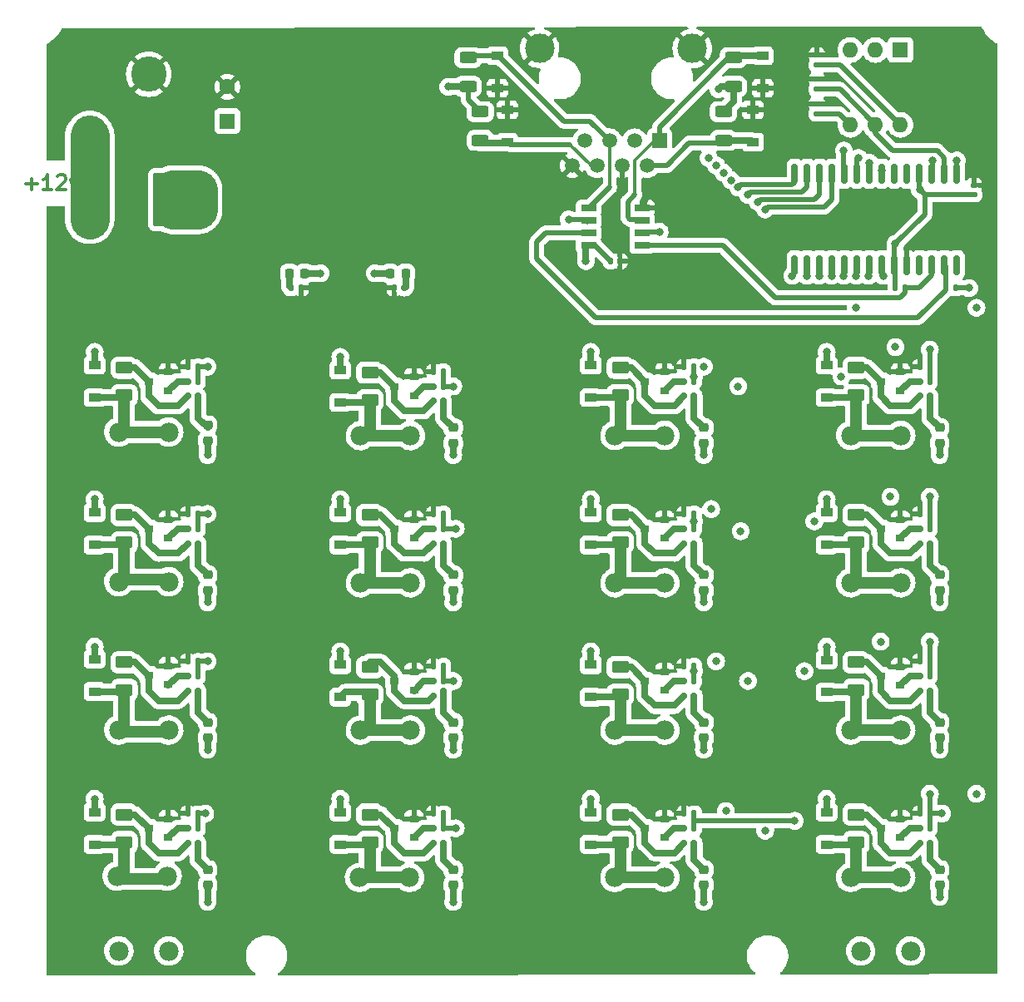
<source format=gbr>
G04 #@! TF.GenerationSoftware,KiCad,Pcbnew,(6.0.0)*
G04 #@! TF.CreationDate,2022-04-14T19:32:56-07:00*
G04 #@! TF.ProjectId,SolenoidController,536f6c65-6e6f-4696-9443-6f6e74726f6c,rev?*
G04 #@! TF.SameCoordinates,Original*
G04 #@! TF.FileFunction,Copper,L1,Top*
G04 #@! TF.FilePolarity,Positive*
%FSLAX46Y46*%
G04 Gerber Fmt 4.6, Leading zero omitted, Abs format (unit mm)*
G04 Created by KiCad (PCBNEW (6.0.0)) date 2022-04-14 19:32:56*
%MOMM*%
%LPD*%
G01*
G04 APERTURE LIST*
G04 Aperture macros list*
%AMRoundRect*
0 Rectangle with rounded corners*
0 $1 Rounding radius*
0 $2 $3 $4 $5 $6 $7 $8 $9 X,Y pos of 4 corners*
0 Add a 4 corners polygon primitive as box body*
4,1,4,$2,$3,$4,$5,$6,$7,$8,$9,$2,$3,0*
0 Add four circle primitives for the rounded corners*
1,1,$1+$1,$2,$3*
1,1,$1+$1,$4,$5*
1,1,$1+$1,$6,$7*
1,1,$1+$1,$8,$9*
0 Add four rect primitives between the rounded corners*
20,1,$1+$1,$2,$3,$4,$5,0*
20,1,$1+$1,$4,$5,$6,$7,0*
20,1,$1+$1,$6,$7,$8,$9,0*
20,1,$1+$1,$8,$9,$2,$3,0*%
G04 Aperture macros list end*
%ADD10C,0.300000*%
G04 #@! TA.AperFunction,NonConductor*
%ADD11C,0.300000*%
G04 #@! TD*
G04 #@! TA.AperFunction,SMDPad,CuDef*
%ADD12RoundRect,0.140000X-0.170000X0.140000X-0.170000X-0.140000X0.170000X-0.140000X0.170000X0.140000X0*%
G04 #@! TD*
G04 #@! TA.AperFunction,SMDPad,CuDef*
%ADD13RoundRect,0.140000X0.140000X0.170000X-0.140000X0.170000X-0.140000X-0.170000X0.140000X-0.170000X0*%
G04 #@! TD*
G04 #@! TA.AperFunction,SMDPad,CuDef*
%ADD14RoundRect,0.218750X-0.218750X-0.256250X0.218750X-0.256250X0.218750X0.256250X-0.218750X0.256250X0*%
G04 #@! TD*
G04 #@! TA.AperFunction,SMDPad,CuDef*
%ADD15RoundRect,0.218750X0.218750X0.256250X-0.218750X0.256250X-0.218750X-0.256250X0.218750X-0.256250X0*%
G04 #@! TD*
G04 #@! TA.AperFunction,SMDPad,CuDef*
%ADD16R,1.200000X0.900000*%
G04 #@! TD*
G04 #@! TA.AperFunction,SMDPad,CuDef*
%ADD17RoundRect,0.218750X-0.256250X0.218750X-0.256250X-0.218750X0.256250X-0.218750X0.256250X0.218750X0*%
G04 #@! TD*
G04 #@! TA.AperFunction,SMDPad,CuDef*
%ADD18RoundRect,0.250000X0.712500X2.475000X-0.712500X2.475000X-0.712500X-2.475000X0.712500X-2.475000X0*%
G04 #@! TD*
G04 #@! TA.AperFunction,SMDPad,CuDef*
%ADD19RoundRect,0.250000X-0.625000X0.375000X-0.625000X-0.375000X0.625000X-0.375000X0.625000X0.375000X0*%
G04 #@! TD*
G04 #@! TA.AperFunction,ComponentPad*
%ADD20C,1.980000*%
G04 #@! TD*
G04 #@! TA.AperFunction,SMDPad,CuDef*
%ADD21R,0.900000X0.800000*%
G04 #@! TD*
G04 #@! TA.AperFunction,SMDPad,CuDef*
%ADD22RoundRect,0.135000X0.135000X0.185000X-0.135000X0.185000X-0.135000X-0.185000X0.135000X-0.185000X0*%
G04 #@! TD*
G04 #@! TA.AperFunction,SMDPad,CuDef*
%ADD23RoundRect,0.135000X-0.135000X-0.185000X0.135000X-0.185000X0.135000X0.185000X-0.135000X0.185000X0*%
G04 #@! TD*
G04 #@! TA.AperFunction,SMDPad,CuDef*
%ADD24RoundRect,0.135000X0.185000X-0.135000X0.185000X0.135000X-0.185000X0.135000X-0.185000X-0.135000X0*%
G04 #@! TD*
G04 #@! TA.AperFunction,SMDPad,CuDef*
%ADD25RoundRect,0.250000X0.625000X-0.312500X0.625000X0.312500X-0.625000X0.312500X-0.625000X-0.312500X0*%
G04 #@! TD*
G04 #@! TA.AperFunction,SMDPad,CuDef*
%ADD26RoundRect,0.250000X-0.625000X0.312500X-0.625000X-0.312500X0.625000X-0.312500X0.625000X0.312500X0*%
G04 #@! TD*
G04 #@! TA.AperFunction,ComponentPad*
%ADD27C,3.600000*%
G04 #@! TD*
G04 #@! TA.AperFunction,SMDPad,CuDef*
%ADD28R,1.550000X0.700000*%
G04 #@! TD*
G04 #@! TA.AperFunction,SMDPad,CuDef*
%ADD29RoundRect,0.150000X0.150000X-0.875000X0.150000X0.875000X-0.150000X0.875000X-0.150000X-0.875000X0*%
G04 #@! TD*
G04 #@! TA.AperFunction,ComponentPad*
%ADD30R,1.600000X1.600000*%
G04 #@! TD*
G04 #@! TA.AperFunction,ComponentPad*
%ADD31C,1.600000*%
G04 #@! TD*
G04 #@! TA.AperFunction,ComponentPad*
%ADD32O,1.600000X1.600000*%
G04 #@! TD*
G04 #@! TA.AperFunction,ComponentPad*
%ADD33R,1.500000X1.500000*%
G04 #@! TD*
G04 #@! TA.AperFunction,ComponentPad*
%ADD34C,1.500000*%
G04 #@! TD*
G04 #@! TA.AperFunction,ComponentPad*
%ADD35C,3.000000*%
G04 #@! TD*
G04 #@! TA.AperFunction,ViaPad*
%ADD36C,0.800000*%
G04 #@! TD*
G04 #@! TA.AperFunction,Conductor*
%ADD37C,0.500000*%
G04 #@! TD*
G04 #@! TA.AperFunction,Conductor*
%ADD38C,0.700000*%
G04 #@! TD*
G04 #@! TA.AperFunction,Conductor*
%ADD39C,4.000000*%
G04 #@! TD*
G04 #@! TA.AperFunction,Conductor*
%ADD40C,0.350000*%
G04 #@! TD*
G04 #@! TA.AperFunction,Conductor*
%ADD41C,1.200000*%
G04 #@! TD*
G04 APERTURE END LIST*
D10*
D11*
X49498571Y-67417142D02*
X50641428Y-67417142D01*
X50070000Y-67988571D02*
X50070000Y-66845714D01*
X52141428Y-67988571D02*
X51284285Y-67988571D01*
X51712857Y-67988571D02*
X51712857Y-66488571D01*
X51570000Y-66702857D01*
X51427142Y-66845714D01*
X51284285Y-66917142D01*
X52712857Y-66631428D02*
X52784285Y-66560000D01*
X52927142Y-66488571D01*
X53284285Y-66488571D01*
X53427142Y-66560000D01*
X53498571Y-66631428D01*
X53570000Y-66774285D01*
X53570000Y-66917142D01*
X53498571Y-67131428D01*
X52641428Y-67988571D01*
X53570000Y-67988571D01*
X54070000Y-66988571D02*
X54427142Y-67988571D01*
X54784285Y-66988571D01*
D12*
X146000000Y-67520000D03*
X146000000Y-68480000D03*
D13*
X109980000Y-75250000D03*
X109020000Y-75250000D03*
D14*
X76312500Y-76490000D03*
X77887500Y-76490000D03*
D15*
X88157500Y-76500000D03*
X86582500Y-76500000D03*
D16*
X124500000Y-54350000D03*
X124500000Y-57650000D03*
X123500000Y-63150000D03*
X123500000Y-59850000D03*
X98500000Y-63150000D03*
X98500000Y-59850000D03*
X97500000Y-54350000D03*
X97500000Y-57650000D03*
D17*
X68000000Y-137212500D03*
X68000000Y-138787500D03*
X68000000Y-122212500D03*
X68000000Y-123787500D03*
X68000000Y-107212500D03*
X68000000Y-108787500D03*
X68000000Y-91925000D03*
X68000000Y-93500000D03*
D16*
X56500000Y-131350000D03*
X56500000Y-134650000D03*
X56500000Y-115770000D03*
X56500000Y-119070000D03*
X56500000Y-100850000D03*
X56500000Y-104150000D03*
X56500000Y-85850000D03*
X56500000Y-89150000D03*
D17*
X93000000Y-137212500D03*
X93000000Y-138787500D03*
X93000000Y-122212500D03*
X93000000Y-123787500D03*
X93000000Y-107212500D03*
X93000000Y-108787500D03*
X93000000Y-92212500D03*
X93000000Y-93787500D03*
D16*
X81500000Y-131350000D03*
X81500000Y-134650000D03*
X81500000Y-116350000D03*
X81500000Y-119650000D03*
X81500000Y-100850000D03*
X81500000Y-104150000D03*
X81500000Y-86350000D03*
X81500000Y-89650000D03*
D17*
X118500000Y-137212500D03*
X118500000Y-138787500D03*
X118500000Y-122212500D03*
X118500000Y-123787500D03*
X118500000Y-107212500D03*
X118500000Y-108787500D03*
X118500000Y-92212500D03*
X118500000Y-93787500D03*
D16*
X107000000Y-131350000D03*
X107000000Y-134650000D03*
X107000000Y-116350000D03*
X107000000Y-119650000D03*
X107000000Y-100850000D03*
X107000000Y-104150000D03*
X107000000Y-85850000D03*
X107000000Y-89150000D03*
D17*
X142500000Y-137212500D03*
X142500000Y-138787500D03*
X142500000Y-122212500D03*
X142500000Y-123787500D03*
X142500000Y-107212500D03*
X142500000Y-108787500D03*
X142500000Y-92212500D03*
X142500000Y-93787500D03*
D16*
X131000000Y-131350000D03*
X131000000Y-134650000D03*
X131000000Y-115850000D03*
X131000000Y-119150000D03*
X131000000Y-100850000D03*
X131000000Y-104150000D03*
X131000000Y-85850000D03*
X131000000Y-89150000D03*
D18*
X63387500Y-69000000D03*
X56612500Y-69000000D03*
D19*
X59500000Y-131600000D03*
X59500000Y-134400000D03*
X59500000Y-116100000D03*
X59500000Y-118900000D03*
X59500000Y-101100000D03*
X59500000Y-103900000D03*
X59500000Y-86100000D03*
X59500000Y-88900000D03*
X84500000Y-131600000D03*
X84500000Y-134400000D03*
X84500000Y-116600000D03*
X84500000Y-119400000D03*
X84500000Y-101100000D03*
X84500000Y-103900000D03*
X84500000Y-86600000D03*
X84500000Y-89400000D03*
X110000000Y-131600000D03*
X110000000Y-134400000D03*
X110000000Y-116600000D03*
X110000000Y-119400000D03*
X110000000Y-101100000D03*
X110000000Y-103900000D03*
X110000000Y-86100000D03*
X110000000Y-88900000D03*
X134000000Y-131600000D03*
X134000000Y-134400000D03*
X134000000Y-116100000D03*
X134000000Y-118900000D03*
X134000000Y-101100000D03*
X134000000Y-103900000D03*
X134000000Y-86100000D03*
X134000000Y-88900000D03*
D20*
X139540000Y-145500000D03*
X134460000Y-145500000D03*
X58793000Y-137867000D03*
X63873000Y-137867000D03*
X64040000Y-123000000D03*
X58960000Y-123000000D03*
X58960000Y-107895000D03*
X64040000Y-107895000D03*
X64040000Y-92655000D03*
X58960000Y-92655000D03*
X88540000Y-138000000D03*
X83460000Y-138000000D03*
X88630000Y-123000000D03*
X83550000Y-123000000D03*
X83550000Y-108000000D03*
X88630000Y-108000000D03*
X88630000Y-93020000D03*
X83550000Y-93020000D03*
X109460000Y-138000000D03*
X114540000Y-138000000D03*
X114540000Y-123000000D03*
X109460000Y-123000000D03*
X109460000Y-108000000D03*
X114540000Y-108000000D03*
X109460000Y-93000000D03*
X114540000Y-93000000D03*
X133460000Y-138000000D03*
X138540000Y-138000000D03*
X133460000Y-123000000D03*
X138540000Y-123000000D03*
X133460000Y-108000000D03*
X138540000Y-108000000D03*
X58960000Y-145500000D03*
X64040000Y-145500000D03*
X133460000Y-93000000D03*
X138540000Y-93000000D03*
D21*
X64000000Y-133950000D03*
X64000000Y-132050000D03*
X62000000Y-133000000D03*
X64000000Y-118370000D03*
X64000000Y-116470000D03*
X62000000Y-117420000D03*
X64000000Y-103450000D03*
X64000000Y-101550000D03*
X62000000Y-102500000D03*
X64000000Y-88450000D03*
X64000000Y-86550000D03*
X62000000Y-87500000D03*
X89000000Y-133950000D03*
X89000000Y-132050000D03*
X87000000Y-133000000D03*
X89000000Y-118950000D03*
X89000000Y-117050000D03*
X87000000Y-118000000D03*
X89000000Y-103450000D03*
X89000000Y-101550000D03*
X87000000Y-102500000D03*
X89000000Y-88950000D03*
X89000000Y-87050000D03*
X87000000Y-88000000D03*
X114500000Y-133950000D03*
X114500000Y-132050000D03*
X112500000Y-133000000D03*
X114500000Y-118950000D03*
X114500000Y-117050000D03*
X112500000Y-118000000D03*
X114500000Y-103450000D03*
X114500000Y-101550000D03*
X112500000Y-102500000D03*
X114500000Y-88450000D03*
X114500000Y-86550000D03*
X112500000Y-87500000D03*
X138500000Y-133950000D03*
X138500000Y-132050000D03*
X136500000Y-133000000D03*
X138500000Y-118450000D03*
X138500000Y-116550000D03*
X136500000Y-117500000D03*
X138500000Y-103450000D03*
X138500000Y-101550000D03*
X136500000Y-102500000D03*
X138500000Y-88450000D03*
X138500000Y-86550000D03*
X136500000Y-87500000D03*
D22*
X77510000Y-78000000D03*
X76490000Y-78000000D03*
D23*
X86990000Y-78000000D03*
X88010000Y-78000000D03*
D24*
X130000000Y-60260000D03*
X130000000Y-59240000D03*
X130000000Y-57760000D03*
X130000000Y-56740000D03*
X130000000Y-55260000D03*
X130000000Y-54240000D03*
D25*
X121500000Y-57462500D03*
X121500000Y-54537500D03*
D26*
X120500000Y-60037500D03*
X120500000Y-62962500D03*
D22*
X144110000Y-78000000D03*
X143090000Y-78000000D03*
D26*
X95750000Y-60037500D03*
X95750000Y-62962500D03*
D25*
X94500000Y-57462500D03*
X94500000Y-54537500D03*
D22*
X67010000Y-131500000D03*
X65990000Y-131500000D03*
X67010000Y-116000000D03*
X65990000Y-116000000D03*
X67010000Y-101000000D03*
X65990000Y-101000000D03*
X67010000Y-86000000D03*
X65990000Y-86000000D03*
D23*
X65990000Y-133000000D03*
X67010000Y-133000000D03*
X65990000Y-117500000D03*
X67010000Y-117500000D03*
X65990000Y-102500000D03*
X67010000Y-102500000D03*
X65990000Y-87500000D03*
X67010000Y-87500000D03*
X65990000Y-134500000D03*
X67010000Y-134500000D03*
X65990000Y-119000000D03*
X67010000Y-119000000D03*
X65990000Y-104000000D03*
X67010000Y-104000000D03*
X65990000Y-89000000D03*
X67010000Y-89000000D03*
D22*
X92010000Y-131500000D03*
X90990000Y-131500000D03*
X92010000Y-116500000D03*
X90990000Y-116500000D03*
X92010000Y-101000000D03*
X90990000Y-101000000D03*
X92010000Y-86500000D03*
X90990000Y-86500000D03*
D23*
X90990000Y-133000000D03*
X92010000Y-133000000D03*
X90990000Y-118000000D03*
X92010000Y-118000000D03*
X90990000Y-102500000D03*
X92010000Y-102500000D03*
X90990000Y-88000000D03*
X92010000Y-88000000D03*
X90990000Y-134500000D03*
X92010000Y-134500000D03*
X90990000Y-119500000D03*
X92010000Y-119500000D03*
X90990000Y-104000000D03*
X92010000Y-104000000D03*
X90990000Y-89500000D03*
X92010000Y-89500000D03*
D22*
X117510000Y-131500000D03*
X116490000Y-131500000D03*
X117510000Y-116500000D03*
X116490000Y-116500000D03*
X117510000Y-101000000D03*
X116490000Y-101000000D03*
X117510000Y-86000000D03*
X116490000Y-86000000D03*
D23*
X116490000Y-133000000D03*
X117510000Y-133000000D03*
X116490000Y-118000000D03*
X117510000Y-118000000D03*
X116490000Y-102500000D03*
X117510000Y-102500000D03*
X116490000Y-87500000D03*
X117510000Y-87500000D03*
X116490000Y-134500000D03*
X117510000Y-134500000D03*
X116490000Y-119500000D03*
X117510000Y-119500000D03*
X116490000Y-104000000D03*
X117510000Y-104000000D03*
X116490000Y-89000000D03*
X117510000Y-89000000D03*
D22*
X141510000Y-131500000D03*
X140490000Y-131500000D03*
X141510000Y-116000000D03*
X140490000Y-116000000D03*
X141510000Y-101000000D03*
X140490000Y-101000000D03*
X141510000Y-86000000D03*
X140490000Y-86000000D03*
D23*
X140490000Y-133000000D03*
X141510000Y-133000000D03*
X140490000Y-117500000D03*
X141510000Y-117500000D03*
X140490000Y-102500000D03*
X141510000Y-102500000D03*
X140490000Y-87500000D03*
X141510000Y-87500000D03*
X140490000Y-134500000D03*
X141510000Y-134500000D03*
X140490000Y-119000000D03*
X141510000Y-119000000D03*
X140490000Y-104000000D03*
X141510000Y-104000000D03*
X140490000Y-89000000D03*
X141510000Y-89000000D03*
D27*
X56000000Y-62230000D03*
X62000000Y-56230000D03*
D28*
X112225000Y-73655000D03*
X112225000Y-72385000D03*
X112225000Y-71115000D03*
X112225000Y-69845000D03*
X106775000Y-69845000D03*
X106775000Y-71115000D03*
X106775000Y-72385000D03*
X106775000Y-73655000D03*
D29*
X127745000Y-75650000D03*
X129015000Y-75650000D03*
X130285000Y-75650000D03*
X131555000Y-75650000D03*
X132825000Y-75650000D03*
X134095000Y-75650000D03*
X135365000Y-75650000D03*
X136635000Y-75650000D03*
X137905000Y-75650000D03*
X139175000Y-75650000D03*
X140445000Y-75650000D03*
X141715000Y-75650000D03*
X142985000Y-75650000D03*
X144255000Y-75650000D03*
X144255000Y-66350000D03*
X142985000Y-66350000D03*
X141715000Y-66350000D03*
X140445000Y-66350000D03*
X139175000Y-66350000D03*
X137905000Y-66350000D03*
X136635000Y-66350000D03*
X135365000Y-66350000D03*
X134095000Y-66350000D03*
X132825000Y-66350000D03*
X131555000Y-66350000D03*
X130285000Y-66350000D03*
X129015000Y-66350000D03*
X127745000Y-66350000D03*
D30*
X70000000Y-61000000D03*
D31*
X70000000Y-57500000D03*
D23*
X137990000Y-78000000D03*
X139010000Y-78000000D03*
D30*
X138500000Y-53750000D03*
D32*
X135960000Y-53750000D03*
X133420000Y-53750000D03*
X133420000Y-61370000D03*
X135960000Y-61370000D03*
X138500000Y-61370000D03*
D33*
X114000000Y-63000000D03*
D34*
X112730000Y-65540000D03*
X111460000Y-63000000D03*
X110190000Y-65540000D03*
X108920000Y-63000000D03*
X107650000Y-65540000D03*
X106380000Y-63000000D03*
X105110000Y-65540000D03*
D35*
X117325000Y-53600000D03*
X101785000Y-53600000D03*
D36*
X112500000Y-69000000D03*
X138000000Y-73500000D03*
X106500000Y-75250000D03*
X85000000Y-76500000D03*
X140500000Y-68000000D03*
X145500000Y-78000000D03*
X93000000Y-95000000D03*
X81500000Y-115000000D03*
X65000000Y-71000000D03*
X67000000Y-71000000D03*
X66000000Y-71000000D03*
X107000000Y-84500000D03*
X118500000Y-95000000D03*
X79500000Y-76500000D03*
X131000000Y-114500000D03*
X56500000Y-130000000D03*
X66000000Y-69000000D03*
X56500000Y-114500000D03*
X56500000Y-84500000D03*
X107000000Y-130000000D03*
X67000000Y-69000000D03*
X142500000Y-95000000D03*
X93000000Y-125000000D03*
X93000000Y-110000000D03*
X67000000Y-68000000D03*
X56500000Y-99500000D03*
X142500000Y-110000000D03*
X93000000Y-140500000D03*
X66000000Y-68000000D03*
X66000000Y-67000000D03*
X68000000Y-68000000D03*
X131000000Y-84500000D03*
X118500000Y-140500000D03*
X68000000Y-95000000D03*
X65000000Y-68000000D03*
X131000000Y-130000000D03*
X118500000Y-125000000D03*
X131000000Y-99500000D03*
X81500000Y-99500000D03*
X68000000Y-69000000D03*
X65000000Y-69000000D03*
X81500000Y-85000000D03*
X65000000Y-67000000D03*
X92500000Y-57500000D03*
X68000000Y-125000000D03*
X66000000Y-70000000D03*
X107000000Y-99500000D03*
X68000000Y-110000000D03*
X68000000Y-70000000D03*
X67000000Y-67000000D03*
X81500000Y-130000000D03*
X68000000Y-140500000D03*
X120000000Y-57750000D03*
X107000000Y-115000000D03*
X142500000Y-140000000D03*
X65000000Y-70000000D03*
X118500000Y-110000000D03*
X67000000Y-70000000D03*
X142500000Y-125000000D03*
X114000000Y-72250000D03*
X104750000Y-71000000D03*
X144250000Y-65000000D03*
X141750000Y-65000000D03*
X121250000Y-67000000D03*
X67750000Y-131500000D03*
X136635000Y-66000000D03*
X120750000Y-131250000D03*
X135365000Y-65250000D03*
X120500000Y-66250000D03*
X119750000Y-116000000D03*
X68000000Y-116000000D03*
X134250000Y-64750000D03*
X119750000Y-65500000D03*
X119250000Y-100500000D03*
X68000000Y-101000000D03*
X68000000Y-86000000D03*
X118500000Y-86000000D03*
X132750000Y-64000000D03*
X119000000Y-64750000D03*
X93250000Y-133000000D03*
X124750000Y-70000000D03*
X124750000Y-133250000D03*
X124000000Y-69250000D03*
X93000000Y-118000000D03*
X123000000Y-118000000D03*
X123000000Y-68500000D03*
X122250000Y-102750000D03*
X93250000Y-102500000D03*
X122000000Y-88000000D03*
X122000000Y-67750000D03*
X93000000Y-88000000D03*
X127500000Y-76750000D03*
X127750000Y-132250000D03*
X129000000Y-76750000D03*
X117500000Y-117000000D03*
X128750000Y-117000000D03*
X117500000Y-101750000D03*
X129750000Y-101750000D03*
X130250000Y-76750000D03*
X117510000Y-87010000D03*
X131500000Y-76750000D03*
X132500000Y-87000000D03*
X141500000Y-129500000D03*
X142750000Y-131500000D03*
X146250000Y-80000000D03*
X132750000Y-76750000D03*
X134000000Y-80000000D03*
X146250000Y-129500000D03*
X136500000Y-114000000D03*
X141500000Y-114000000D03*
X134000000Y-76750000D03*
X135250000Y-76750000D03*
X141500000Y-99250000D03*
X137500000Y-99250000D03*
X138000000Y-84000000D03*
X141500000Y-84250000D03*
X136750000Y-76750000D03*
D37*
X112500000Y-69000000D02*
X112500000Y-69570000D01*
X112500000Y-69570000D02*
X112225000Y-69845000D01*
X110190000Y-65540000D02*
X110190000Y-67810000D01*
D38*
X106500000Y-73900000D02*
X106500000Y-75250000D01*
D37*
X137990000Y-75735000D02*
X137905000Y-75650000D01*
X140445000Y-66350000D02*
X140445000Y-67945000D01*
X140980000Y-70520000D02*
X138000000Y-73500000D01*
X137905000Y-73595000D02*
X138000000Y-73500000D01*
X106775000Y-73655000D02*
X107425000Y-73655000D01*
D38*
X86350000Y-76500000D02*
X85000000Y-76500000D01*
D37*
X137905000Y-74595000D02*
X137905000Y-75650000D01*
X140445000Y-67945000D02*
X140500000Y-68000000D01*
X107425000Y-73655000D02*
X109020000Y-75250000D01*
X146000000Y-68480000D02*
X140980000Y-68480000D01*
X137990000Y-78000000D02*
X137990000Y-75735000D01*
X140980000Y-68480000D02*
X140980000Y-70520000D01*
X144110000Y-78000000D02*
X145500000Y-78000000D01*
X140980000Y-68480000D02*
X140500000Y-68000000D01*
X137905000Y-75650000D02*
X137905000Y-73595000D01*
D38*
X93000000Y-110000000D02*
X93000000Y-110000000D01*
X68000000Y-139000000D02*
X68000000Y-140212500D01*
X81500000Y-86350000D02*
X81500000Y-85000000D01*
D39*
X66500000Y-70000000D02*
X66500000Y-68000000D01*
X67000000Y-70000000D02*
X67000000Y-69000000D01*
X66000000Y-70000000D02*
X66000000Y-69000000D01*
X65000000Y-70000000D02*
X65000000Y-69000000D01*
X65000000Y-69000000D02*
X65000000Y-68000000D01*
X65000000Y-68000000D02*
X65000000Y-68000000D01*
X66000000Y-68000000D02*
X66000000Y-68000000D01*
X66000000Y-69000000D02*
X66000000Y-68000000D01*
X67000000Y-69000000D02*
X67000000Y-68000000D01*
X67000000Y-68000000D02*
X67000000Y-68000000D01*
D38*
X107000000Y-85850000D02*
X107000000Y-84500000D01*
X118500000Y-93787500D02*
X118500000Y-95000000D01*
X78150000Y-76500000D02*
X79500000Y-76500000D01*
X81500000Y-131350000D02*
X81500000Y-130000000D01*
X107000000Y-131350000D02*
X107000000Y-130000000D01*
X121500000Y-59037500D02*
X120500000Y-60037500D01*
X120287500Y-57462500D02*
X121500000Y-57462500D01*
X56500000Y-100850000D02*
X56500000Y-99500000D01*
X68000000Y-123787500D02*
X68000000Y-125000000D01*
D39*
X67000000Y-70000000D02*
X67000000Y-70000000D01*
D38*
X56500000Y-85850000D02*
X56500000Y-84500000D01*
X142500000Y-108787500D02*
X142500000Y-110000000D01*
X120000000Y-57750000D02*
X120287500Y-57462500D01*
X93000000Y-108787500D02*
X93000000Y-110000000D01*
X68000000Y-93787500D02*
X68000000Y-95000000D01*
X131000000Y-131350000D02*
X131000000Y-130000000D01*
D37*
X94500000Y-58787500D02*
X95750000Y-60037500D01*
D39*
X65000000Y-70000000D02*
X65000000Y-70000000D01*
D38*
X81500000Y-100850000D02*
X81500000Y-99500000D01*
X131000000Y-85850000D02*
X131000000Y-84500000D01*
X94500000Y-57462500D02*
X92537500Y-57462500D01*
X142500000Y-93787500D02*
X142500000Y-95000000D01*
X118500000Y-138787500D02*
X118500000Y-140500000D01*
X131000000Y-100850000D02*
X131000000Y-99500000D01*
X121500000Y-57462500D02*
X121500000Y-59037500D01*
X93000000Y-138787500D02*
X93000000Y-140500000D01*
X107000000Y-100850000D02*
X107000000Y-99500000D01*
X118500000Y-108787500D02*
X118500000Y-110000000D01*
X107000000Y-116350000D02*
X107000000Y-115000000D01*
X56500000Y-131350000D02*
X56500000Y-130000000D01*
X142500000Y-138787500D02*
X142500000Y-140000000D01*
X131000000Y-115850000D02*
X131000000Y-114500000D01*
D39*
X64500000Y-70000000D02*
X64500000Y-68000000D01*
D38*
X93000000Y-123787500D02*
X93000000Y-125000000D01*
X118500000Y-123787500D02*
X118500000Y-125000000D01*
D39*
X66000000Y-70000000D02*
X66000000Y-70000000D01*
D38*
X68000000Y-108787500D02*
X68000000Y-110000000D01*
X93000000Y-93787500D02*
X93000000Y-95000000D01*
D37*
X94500000Y-57462500D02*
X94500000Y-58787500D01*
D38*
X142500000Y-123787500D02*
X142500000Y-125000000D01*
X81500000Y-116350000D02*
X81500000Y-115000000D01*
D39*
X65500000Y-70000000D02*
X65500000Y-68000000D01*
D38*
X56500000Y-115850000D02*
X56500000Y-114500000D01*
X76312500Y-76490000D02*
X76312500Y-77812500D01*
X88157500Y-76500000D02*
X88157500Y-77852500D01*
X88157500Y-77852500D02*
X88010000Y-78000000D01*
D37*
X111500000Y-68500000D02*
X110750000Y-69250000D01*
D38*
X121500000Y-54537500D02*
X121062500Y-54537500D01*
D37*
X121062500Y-54537500D02*
X114000000Y-61600000D01*
X114000000Y-61600000D02*
X114000000Y-63000000D01*
X112110000Y-71000000D02*
X112225000Y-71115000D01*
X110750000Y-70750000D02*
X111000000Y-71000000D01*
D40*
X113500000Y-63000000D02*
X111500000Y-65000000D01*
D37*
X111000000Y-71000000D02*
X112110000Y-71000000D01*
X110750000Y-69250000D02*
X110750000Y-70750000D01*
D38*
X121500000Y-54537500D02*
X121687500Y-54350000D01*
X121687500Y-54350000D02*
X124500000Y-54350000D01*
D37*
X114000000Y-63000000D02*
X113500000Y-63000000D01*
D40*
X111500000Y-68500000D02*
X111500000Y-65000000D01*
D37*
X112770000Y-65500000D02*
X112730000Y-65540000D01*
X114000000Y-72250000D02*
X112360000Y-72250000D01*
X120212500Y-63250000D02*
X117000000Y-63250000D01*
D38*
X120500000Y-62962500D02*
X123312500Y-62962500D01*
D37*
X114750000Y-65500000D02*
X112770000Y-65500000D01*
X120500000Y-62962500D02*
X120212500Y-63250000D01*
X117000000Y-63250000D02*
X114750000Y-65500000D01*
X112360000Y-72250000D02*
X112225000Y-72385000D01*
X107040000Y-65540000D02*
X107650000Y-65540000D01*
X104750000Y-71000000D02*
X106660000Y-71000000D01*
X98750000Y-63400000D02*
X104900000Y-63400000D01*
X106660000Y-71000000D02*
X106775000Y-71115000D01*
D38*
X95750000Y-63212500D02*
X98562500Y-63212500D01*
D37*
X106640000Y-71250000D02*
X106775000Y-71115000D01*
D40*
X104900000Y-63400000D02*
X107040000Y-65540000D01*
D37*
X97500000Y-54350000D02*
X94687500Y-54350000D01*
X106920000Y-61000000D02*
X108920000Y-63000000D01*
D40*
X108920000Y-67700000D02*
X108920000Y-63000000D01*
D37*
X94687500Y-54350000D02*
X94500000Y-54537500D01*
X97600000Y-54350000D02*
X104250000Y-61000000D01*
X104250000Y-61000000D02*
X106920000Y-61000000D01*
X106870000Y-69750000D02*
X106775000Y-69845000D01*
X97500000Y-54350000D02*
X97600000Y-54350000D01*
X108920000Y-67700000D02*
X106775000Y-69845000D01*
D38*
X67010000Y-134500000D02*
X67010000Y-136222500D01*
X67010000Y-136222500D02*
X68000000Y-137212500D01*
X67010000Y-119000000D02*
X67010000Y-121222500D01*
X67010000Y-121222500D02*
X68000000Y-122212500D01*
X67010000Y-106222500D02*
X68000000Y-107212500D01*
X67010000Y-104000000D02*
X67010000Y-106222500D01*
X67010000Y-91222500D02*
X68000000Y-92212500D01*
X67010000Y-89000000D02*
X67010000Y-91222500D01*
X56500000Y-134650000D02*
X59250000Y-134650000D01*
D41*
X59500000Y-134400000D02*
X59500000Y-137615000D01*
X64040000Y-138155000D02*
X58960000Y-138155000D01*
X64040000Y-123155000D02*
X58960000Y-123155000D01*
X59500000Y-119400000D02*
X59500000Y-122615000D01*
D38*
X56500000Y-119150000D02*
X59250000Y-119150000D01*
D41*
X59500000Y-103900000D02*
X59500000Y-107115000D01*
D38*
X56500000Y-104150000D02*
X59250000Y-104150000D01*
D41*
X64040000Y-107655000D02*
X58960000Y-107655000D01*
X64040000Y-92655000D02*
X58960000Y-92655000D01*
X59500000Y-92115000D02*
X58960000Y-92655000D01*
D38*
X56500000Y-89150000D02*
X59250000Y-89150000D01*
D41*
X59500000Y-88900000D02*
X59500000Y-92115000D01*
D38*
X92010000Y-136222500D02*
X93000000Y-137212500D01*
X92010000Y-134500000D02*
X92010000Y-136222500D01*
X92010000Y-119000000D02*
X92010000Y-121222500D01*
X92010000Y-121222500D02*
X93000000Y-122212500D01*
X92010000Y-104000000D02*
X92010000Y-106222500D01*
X92010000Y-106222500D02*
X93000000Y-107212500D01*
X92010000Y-91222500D02*
X93000000Y-92212500D01*
X92010000Y-89500000D02*
X92010000Y-91222500D01*
D41*
X84500000Y-134400000D02*
X84500000Y-138000000D01*
D38*
X81500000Y-134650000D02*
X84250000Y-134650000D01*
D41*
X88540000Y-138000000D02*
X84500000Y-138000000D01*
X84500000Y-138000000D02*
X83460000Y-138000000D01*
X84500000Y-119400000D02*
X84500000Y-123000000D01*
X84500000Y-123000000D02*
X83460000Y-123000000D01*
X88540000Y-123000000D02*
X84500000Y-123000000D01*
D38*
X81500000Y-119650000D02*
X82000000Y-119150000D01*
X82000000Y-119150000D02*
X84250000Y-119150000D01*
D41*
X88540000Y-108000000D02*
X84500000Y-108000000D01*
D38*
X81500000Y-104150000D02*
X84250000Y-104150000D01*
D41*
X84500000Y-108000000D02*
X83460000Y-108000000D01*
X84500000Y-104400000D02*
X84500000Y-108000000D01*
D38*
X84250000Y-104150000D02*
X84500000Y-103900000D01*
D41*
X84500000Y-93000000D02*
X83460000Y-93000000D01*
X84500000Y-89400000D02*
X84500000Y-93000000D01*
D38*
X81500000Y-89650000D02*
X84250000Y-89650000D01*
D41*
X88540000Y-93000000D02*
X84500000Y-93000000D01*
D38*
X117510000Y-134500000D02*
X117510000Y-136222500D01*
X117510000Y-136222500D02*
X118500000Y-137212500D01*
X117510000Y-121222500D02*
X118500000Y-122212500D01*
X117510000Y-119500000D02*
X117510000Y-121222500D01*
X117510000Y-106222500D02*
X118500000Y-107212500D01*
X117510000Y-104000000D02*
X117510000Y-106222500D01*
X117510000Y-89000000D02*
X117510000Y-91222500D01*
X117510000Y-91222500D02*
X118500000Y-92212500D01*
D41*
X110000000Y-134400000D02*
X110000000Y-137460000D01*
D38*
X107000000Y-134650000D02*
X109750000Y-134650000D01*
D41*
X110000000Y-137460000D02*
X109460000Y-138000000D01*
X114540000Y-138000000D02*
X109460000Y-138000000D01*
X110000000Y-122460000D02*
X109460000Y-123000000D01*
X114540000Y-123000000D02*
X109460000Y-123000000D01*
D38*
X107000000Y-119650000D02*
X109750000Y-119650000D01*
D41*
X110000000Y-119400000D02*
X110000000Y-122460000D01*
X114540000Y-108000000D02*
X109460000Y-108000000D01*
X110000000Y-103900000D02*
X110000000Y-107460000D01*
D38*
X107000000Y-104150000D02*
X109750000Y-104150000D01*
X107000000Y-89150000D02*
X109750000Y-89150000D01*
D41*
X110000000Y-88900000D02*
X110000000Y-92460000D01*
X110000000Y-92460000D02*
X109460000Y-93000000D01*
X114540000Y-93000000D02*
X109460000Y-93000000D01*
D38*
X141510000Y-134500000D02*
X141510000Y-136222500D01*
X141510000Y-136222500D02*
X142500000Y-137212500D01*
X141510000Y-121222500D02*
X142500000Y-122212500D01*
X141510000Y-119000000D02*
X141510000Y-121222500D01*
X141510000Y-104000000D02*
X141510000Y-106222500D01*
X141510000Y-106222500D02*
X142500000Y-107212500D01*
X141510000Y-89000000D02*
X141510000Y-91222500D01*
X141510000Y-91222500D02*
X142500000Y-92212500D01*
D41*
X134000000Y-137460000D02*
X133460000Y-138000000D01*
X138540000Y-138000000D02*
X133460000Y-138000000D01*
X134000000Y-134400000D02*
X134000000Y-137460000D01*
D38*
X131000000Y-134650000D02*
X133750000Y-134650000D01*
X131000000Y-119150000D02*
X133750000Y-119150000D01*
D41*
X134000000Y-118900000D02*
X134000000Y-122460000D01*
X134000000Y-122460000D02*
X133460000Y-123000000D01*
X138540000Y-123000000D02*
X133460000Y-123000000D01*
X134000000Y-103900000D02*
X134000000Y-107460000D01*
X138540000Y-108000000D02*
X133460000Y-108000000D01*
X134000000Y-107460000D02*
X133460000Y-108000000D01*
D38*
X131000000Y-104150000D02*
X133750000Y-104150000D01*
D41*
X138540000Y-93000000D02*
X133460000Y-93000000D01*
X134000000Y-88900000D02*
X134000000Y-92460000D01*
X134000000Y-92460000D02*
X133460000Y-93000000D01*
D38*
X131000000Y-89150000D02*
X133750000Y-89150000D01*
D39*
X56000000Y-62500000D02*
X56000000Y-71000000D01*
D38*
X62000000Y-134500000D02*
X63000000Y-135500000D01*
X62000000Y-133000000D02*
X62000000Y-134500000D01*
X60600000Y-131600000D02*
X62000000Y-133000000D01*
X59500000Y-131600000D02*
X60600000Y-131600000D01*
X64990000Y-135500000D02*
X65990000Y-134500000D01*
X63000000Y-135500000D02*
X64990000Y-135500000D01*
X59500000Y-116100000D02*
X60600000Y-116100000D01*
X62000000Y-117500000D02*
X62000000Y-119000000D01*
X64990000Y-120000000D02*
X65990000Y-119000000D01*
X62000000Y-119000000D02*
X63000000Y-120000000D01*
X60600000Y-116100000D02*
X62000000Y-117500000D01*
X63000000Y-120000000D02*
X64990000Y-120000000D01*
X64990000Y-105000000D02*
X65990000Y-104000000D01*
X60600000Y-101100000D02*
X62000000Y-102500000D01*
X63000000Y-105000000D02*
X64990000Y-105000000D01*
X59500000Y-101100000D02*
X60600000Y-101100000D01*
X62000000Y-102500000D02*
X62000000Y-104000000D01*
X62000000Y-104000000D02*
X63000000Y-105000000D01*
X64990000Y-90000000D02*
X65990000Y-89000000D01*
X63000000Y-90000000D02*
X64990000Y-90000000D01*
X60600000Y-86100000D02*
X62000000Y-87500000D01*
X62000000Y-89000000D02*
X63000000Y-90000000D01*
X62000000Y-87500000D02*
X62000000Y-89000000D01*
X59500000Y-86100000D02*
X60600000Y-86100000D01*
X84500000Y-131600000D02*
X85600000Y-131600000D01*
X87000000Y-133000000D02*
X87000000Y-134500000D01*
X88000000Y-135500000D02*
X89990000Y-135500000D01*
X85600000Y-131600000D02*
X87000000Y-133000000D01*
X89990000Y-135500000D02*
X90990000Y-134500000D01*
X87000000Y-134500000D02*
X88000000Y-135500000D01*
X85600000Y-116100000D02*
X87000000Y-117500000D01*
X87000000Y-117500000D02*
X87000000Y-119000000D01*
X87000000Y-119000000D02*
X88000000Y-120000000D01*
X84500000Y-116100000D02*
X85600000Y-116100000D01*
X88000000Y-120000000D02*
X90490000Y-120000000D01*
X90490000Y-120000000D02*
X90990000Y-119500000D01*
X84500000Y-101100000D02*
X85600000Y-101100000D01*
X85600000Y-101100000D02*
X87000000Y-102500000D01*
X87000000Y-104000000D02*
X88000000Y-105000000D01*
X87000000Y-102500000D02*
X87000000Y-104000000D01*
X89990000Y-105000000D02*
X90990000Y-104000000D01*
X88000000Y-105000000D02*
X89990000Y-105000000D01*
X87000000Y-88000000D02*
X87000000Y-89500000D01*
X89990000Y-90500000D02*
X90990000Y-89500000D01*
X84500000Y-86600000D02*
X85600000Y-86600000D01*
X88000000Y-90500000D02*
X89990000Y-90500000D01*
X87000000Y-89500000D02*
X88000000Y-90500000D01*
X85600000Y-86600000D02*
X87000000Y-88000000D01*
X110000000Y-131600000D02*
X111100000Y-131600000D01*
X113500000Y-135500000D02*
X115490000Y-135500000D01*
X112500000Y-133000000D02*
X112500000Y-134500000D01*
X115490000Y-135500000D02*
X116490000Y-134500000D01*
X111100000Y-131600000D02*
X112500000Y-133000000D01*
X112500000Y-134500000D02*
X113500000Y-135500000D01*
X115490000Y-120500000D02*
X116490000Y-119500000D01*
X112500000Y-119500000D02*
X113500000Y-120500000D01*
X113500000Y-120500000D02*
X115490000Y-120500000D01*
X112500000Y-118000000D02*
X112500000Y-119500000D01*
X111100000Y-116600000D02*
X112500000Y-118000000D01*
X110000000Y-116600000D02*
X111100000Y-116600000D01*
X112500000Y-104000000D02*
X113500000Y-105000000D01*
X115490000Y-105000000D02*
X116490000Y-104000000D01*
X113500000Y-105000000D02*
X115490000Y-105000000D01*
X111100000Y-101100000D02*
X110000000Y-101100000D01*
X112500000Y-102500000D02*
X112500000Y-104000000D01*
X111100000Y-101100000D02*
X112500000Y-102500000D01*
X111100000Y-86100000D02*
X112500000Y-87500000D01*
X112500000Y-87500000D02*
X112500000Y-89000000D01*
X115490000Y-90000000D02*
X116490000Y-89000000D01*
X113500000Y-90000000D02*
X115490000Y-90000000D01*
X112500000Y-89000000D02*
X113500000Y-90000000D01*
X111100000Y-86100000D02*
X110000000Y-86100000D01*
X136500000Y-134500000D02*
X137500000Y-135500000D01*
X139490000Y-135500000D02*
X140490000Y-134500000D01*
X134000000Y-131600000D02*
X135100000Y-131600000D01*
X135100000Y-131600000D02*
X136500000Y-133000000D01*
X136500000Y-133000000D02*
X136500000Y-134500000D01*
X137500000Y-135500000D02*
X139490000Y-135500000D01*
X139490000Y-120000000D02*
X140490000Y-119000000D01*
X134000000Y-116100000D02*
X135100000Y-116100000D01*
X137500000Y-120000000D02*
X139490000Y-120000000D01*
X135100000Y-116100000D02*
X136500000Y-117500000D01*
X136500000Y-117500000D02*
X136500000Y-119000000D01*
X136500000Y-119000000D02*
X137500000Y-120000000D01*
X134000000Y-101100000D02*
X135100000Y-101100000D01*
X136500000Y-102500000D02*
X136500000Y-104000000D01*
X136500000Y-104000000D02*
X137500000Y-105000000D01*
X135100000Y-101100000D02*
X136500000Y-102500000D01*
X137500000Y-105000000D02*
X139490000Y-105000000D01*
X139490000Y-105000000D02*
X140490000Y-104000000D01*
X136500000Y-87500000D02*
X136500000Y-89000000D01*
X137500000Y-90000000D02*
X139490000Y-90000000D01*
X139490000Y-90000000D02*
X140490000Y-89000000D01*
X136500000Y-89000000D02*
X137500000Y-90000000D01*
X135100000Y-86100000D02*
X136500000Y-87500000D01*
X134000000Y-86100000D02*
X135100000Y-86100000D01*
X64950000Y-133000000D02*
X64000000Y-133950000D01*
X65990000Y-133000000D02*
X64950000Y-133000000D01*
X64950000Y-117500000D02*
X64000000Y-118450000D01*
X65990000Y-117500000D02*
X64950000Y-117500000D01*
X64950000Y-102500000D02*
X64000000Y-103450000D01*
X65990000Y-102500000D02*
X64950000Y-102500000D01*
X64950000Y-87500000D02*
X64000000Y-88450000D01*
X65990000Y-87500000D02*
X64950000Y-87500000D01*
X90990000Y-133000000D02*
X89950000Y-133000000D01*
X89950000Y-133000000D02*
X89000000Y-133950000D01*
X90990000Y-118000000D02*
X90000000Y-118000000D01*
X90000000Y-118000000D02*
X89000000Y-119000000D01*
X90990000Y-102500000D02*
X89950000Y-102500000D01*
X89950000Y-102500000D02*
X89000000Y-103450000D01*
X90990000Y-88000000D02*
X89950000Y-88000000D01*
X89950000Y-88000000D02*
X89000000Y-88950000D01*
X116490000Y-133000000D02*
X115450000Y-133000000D01*
X115450000Y-133000000D02*
X114500000Y-133950000D01*
X116490000Y-118000000D02*
X115450000Y-118000000D01*
X115450000Y-118000000D02*
X114500000Y-118950000D01*
X115450000Y-102500000D02*
X114500000Y-103450000D01*
X116490000Y-102500000D02*
X115450000Y-102500000D01*
X115450000Y-87500000D02*
X114500000Y-88450000D01*
X116490000Y-87500000D02*
X115450000Y-87500000D01*
X139450000Y-133000000D02*
X138500000Y-133950000D01*
X140490000Y-133000000D02*
X139450000Y-133000000D01*
X140490000Y-117500000D02*
X139450000Y-117500000D01*
X139450000Y-117500000D02*
X138500000Y-118450000D01*
X140490000Y-102500000D02*
X139450000Y-102500000D01*
X139450000Y-102500000D02*
X138500000Y-103450000D01*
X139450000Y-87500000D02*
X138500000Y-88450000D01*
X140490000Y-87500000D02*
X139450000Y-87500000D01*
D37*
X144255000Y-65005000D02*
X144255000Y-66350000D01*
X130000000Y-60260000D02*
X132310000Y-60260000D01*
X132310000Y-60260000D02*
X133420000Y-61370000D01*
X144250000Y-65000000D02*
X144255000Y-65005000D01*
X135960000Y-61370000D02*
X135960000Y-62210000D01*
X135960000Y-62210000D02*
X137750000Y-64000000D01*
X137750000Y-64000000D02*
X142250000Y-64000000D01*
X130000000Y-57760000D02*
X132350000Y-57760000D01*
X142985000Y-64735000D02*
X142985000Y-66350000D01*
X142250000Y-64000000D02*
X142985000Y-64735000D01*
X132350000Y-57760000D02*
X135960000Y-61370000D01*
X141750000Y-65000000D02*
X141750000Y-66315000D01*
X132390000Y-55260000D02*
X138500000Y-61370000D01*
X130000000Y-55260000D02*
X132390000Y-55260000D01*
X141750000Y-66315000D02*
X141715000Y-66350000D01*
X140290000Y-81000000D02*
X143090000Y-78200000D01*
X101500000Y-73270000D02*
X101500000Y-75000000D01*
X143090000Y-78200000D02*
X143090000Y-75755000D01*
X102385000Y-72385000D02*
X101500000Y-73270000D01*
X143090000Y-75755000D02*
X142985000Y-75650000D01*
X106775000Y-72385000D02*
X102385000Y-72385000D01*
X101500000Y-75000000D02*
X107500000Y-81000000D01*
X107500000Y-81000000D02*
X140290000Y-81000000D01*
X139005000Y-78005000D02*
X139010000Y-78000000D01*
X140400000Y-78000000D02*
X141715000Y-76685000D01*
X141715000Y-76685000D02*
X141715000Y-75650000D01*
X139010000Y-78000000D02*
X140400000Y-78000000D01*
X120455000Y-73655000D02*
X125800000Y-79000000D01*
X125800000Y-79000000D02*
X138505000Y-79000000D01*
X112225000Y-73655000D02*
X120455000Y-73655000D01*
X138505000Y-79000000D02*
X139005000Y-78500000D01*
X139005000Y-78500000D02*
X139005000Y-78005000D01*
X136635000Y-66000000D02*
X136635000Y-66350000D01*
X67010000Y-131500000D02*
X67750000Y-131500000D01*
X67010000Y-133000000D02*
X67010000Y-131500000D01*
X136635000Y-66865000D02*
X136635000Y-66350000D01*
X67010000Y-117500000D02*
X67010000Y-116000000D01*
X135365000Y-65635000D02*
X135365000Y-65250000D01*
X67010000Y-116000000D02*
X68000000Y-116000000D01*
X135365000Y-65250000D02*
X135365000Y-66350000D01*
X135365000Y-65250000D02*
X135365000Y-66865000D01*
X134250000Y-64750000D02*
X134095000Y-64905000D01*
X67010000Y-102500000D02*
X67010000Y-101000000D01*
X134095000Y-64905000D02*
X134095000Y-66350000D01*
X67010000Y-101000000D02*
X68000000Y-101000000D01*
X132750000Y-66275000D02*
X132825000Y-66350000D01*
X132750000Y-64000000D02*
X132750000Y-66275000D01*
X67010000Y-86000000D02*
X68000000Y-86000000D01*
X67010000Y-87500000D02*
X67010000Y-86000000D01*
X132803599Y-66328599D02*
X132825000Y-66350000D01*
X131555000Y-68945000D02*
X131555000Y-66350000D01*
X125000000Y-69750000D02*
X130750000Y-69750000D01*
X124750000Y-70000000D02*
X125000000Y-69750000D01*
X130750000Y-69750000D02*
X131555000Y-68945000D01*
X92010000Y-133000000D02*
X92010000Y-131500000D01*
X92010000Y-133000000D02*
X93250000Y-133000000D01*
X124000000Y-69250000D02*
X124250000Y-69000000D01*
X129750000Y-69000000D02*
X130285000Y-68465000D01*
X92010000Y-118000000D02*
X93000000Y-118000000D01*
X124250000Y-69000000D02*
X129750000Y-69000000D01*
X92010000Y-118000000D02*
X92010000Y-116500000D01*
X130285000Y-68465000D02*
X130285000Y-66350000D01*
X123250000Y-68250000D02*
X128500000Y-68250000D01*
X129015000Y-67735000D02*
X129015000Y-66350000D01*
X128500000Y-68250000D02*
X129015000Y-67735000D01*
X92010000Y-102500000D02*
X93250000Y-102500000D01*
X92010000Y-102500000D02*
X92010000Y-101000000D01*
X123000000Y-68500000D02*
X123250000Y-68250000D01*
X92010000Y-88000000D02*
X92010000Y-86500000D01*
X127745000Y-67255000D02*
X127745000Y-66350000D01*
X127500000Y-67500000D02*
X127745000Y-67255000D01*
X92010000Y-88000000D02*
X93000000Y-88000000D01*
X122000000Y-67750000D02*
X122250000Y-67500000D01*
X122250000Y-67500000D02*
X127500000Y-67500000D01*
X117510000Y-132240000D02*
X117510000Y-131500000D01*
X117510000Y-132240000D02*
X117500000Y-132250000D01*
X117510000Y-133000000D02*
X117510000Y-132240000D01*
X127745000Y-75650000D02*
X127745000Y-76505000D01*
X127750000Y-132250000D02*
X127740000Y-132240000D01*
X127745000Y-76505000D02*
X127500000Y-76750000D01*
X127740000Y-132240000D02*
X117510000Y-132240000D01*
X129000000Y-76750000D02*
X129015000Y-76735000D01*
X117510000Y-118000000D02*
X117510000Y-116990000D01*
X117510000Y-116990000D02*
X117510000Y-116500000D01*
X129015000Y-76735000D02*
X129015000Y-75650000D01*
X117510000Y-116990000D02*
X117500000Y-117000000D01*
X117510000Y-102500000D02*
X117510000Y-101740000D01*
X117510000Y-101740000D02*
X117510000Y-101000000D01*
X130285000Y-76715000D02*
X130285000Y-75650000D01*
X117510000Y-101740000D02*
X117500000Y-101750000D01*
X130250000Y-76750000D02*
X130285000Y-76715000D01*
X117510000Y-87010000D02*
X117510000Y-87010000D01*
X131555000Y-76695000D02*
X131555000Y-75650000D01*
X131500000Y-76750000D02*
X131555000Y-76695000D01*
X117510000Y-87500000D02*
X117510000Y-87010000D01*
X117510000Y-87010000D02*
X117510000Y-86000000D01*
X141510000Y-133000000D02*
X141510000Y-131500000D01*
X141510000Y-129510000D02*
X141500000Y-129500000D01*
X132750000Y-76750000D02*
X132825000Y-76675000D01*
X141510000Y-131500000D02*
X141510000Y-129510000D01*
X141510000Y-131500000D02*
X142750000Y-131500000D01*
X132825000Y-76675000D02*
X132825000Y-75650000D01*
X134095000Y-76655000D02*
X134095000Y-75650000D01*
X134000000Y-76750000D02*
X134095000Y-76655000D01*
X141510000Y-116000000D02*
X141510000Y-114010000D01*
X141510000Y-116000000D02*
X141510000Y-117500000D01*
X141510000Y-114010000D02*
X141500000Y-114000000D01*
X141510000Y-102500000D02*
X141510000Y-101000000D01*
X141510000Y-99260000D02*
X141510000Y-101000000D01*
X141500000Y-99250000D02*
X141510000Y-99260000D01*
X135250000Y-75765000D02*
X135365000Y-75650000D01*
X135250000Y-76750000D02*
X135250000Y-75765000D01*
X141510000Y-84260000D02*
X141510000Y-86000000D01*
X141500000Y-84250000D02*
X141510000Y-84260000D01*
X141510000Y-87500000D02*
X141510000Y-86000000D01*
X136635000Y-76635000D02*
X136635000Y-75650000D01*
X136750000Y-76750000D02*
X136635000Y-76635000D01*
G04 #@! TA.AperFunction,Conductor*
G36*
X146747433Y-51372748D02*
G01*
X146793391Y-51424987D01*
X146898846Y-51647951D01*
X146902489Y-51655654D01*
X146904072Y-51658295D01*
X147078098Y-51948641D01*
X147078104Y-51948650D01*
X147079687Y-51951291D01*
X147081530Y-51953776D01*
X147133750Y-52024186D01*
X147285009Y-52228136D01*
X147516478Y-52483522D01*
X147771864Y-52714991D01*
X147774347Y-52716832D01*
X147774350Y-52716835D01*
X147960808Y-52855121D01*
X148048709Y-52920313D01*
X148051350Y-52921896D01*
X148051359Y-52921902D01*
X148239128Y-53034446D01*
X148329718Y-53088743D01*
X148338777Y-53094173D01*
X148386923Y-53146351D01*
X148400000Y-53202247D01*
X148400000Y-147724209D01*
X148379998Y-147792330D01*
X148326342Y-147838823D01*
X148274209Y-147850209D01*
X134518071Y-147873060D01*
X126381270Y-147886577D01*
X126313116Y-147866688D01*
X126266534Y-147813110D01*
X126256314Y-147742853D01*
X126285700Y-147678223D01*
X126308608Y-147657492D01*
X126330023Y-147642441D01*
X126540622Y-147446740D01*
X126722713Y-147224268D01*
X126872927Y-146979142D01*
X126877251Y-146969293D01*
X126986757Y-146719830D01*
X126988483Y-146715898D01*
X127067244Y-146439406D01*
X127097515Y-146226704D01*
X127107146Y-146159036D01*
X127107146Y-146159034D01*
X127107751Y-146154784D01*
X127107845Y-146136951D01*
X127109235Y-145871583D01*
X127109235Y-145871576D01*
X127109257Y-145867297D01*
X127071732Y-145582266D01*
X127039177Y-145463263D01*
X132956813Y-145463263D01*
X132957110Y-145468416D01*
X132957110Y-145468419D01*
X132963674Y-145582266D01*
X132970997Y-145709266D01*
X132972134Y-145714312D01*
X132972135Y-145714318D01*
X132995446Y-145817756D01*
X133025170Y-145949649D01*
X133027112Y-145954431D01*
X133027113Y-145954435D01*
X133106722Y-146150488D01*
X133117876Y-146177956D01*
X133246625Y-146388056D01*
X133407961Y-146574307D01*
X133411936Y-146577607D01*
X133411940Y-146577611D01*
X133490925Y-146643185D01*
X133597550Y-146731707D01*
X133810300Y-146856028D01*
X133815120Y-146857868D01*
X133815125Y-146857871D01*
X133968147Y-146916304D01*
X134040499Y-146943932D01*
X134045567Y-146944963D01*
X134045570Y-146944964D01*
X134164840Y-146969230D01*
X134281964Y-146993059D01*
X134287137Y-146993249D01*
X134287140Y-146993249D01*
X134523045Y-147001899D01*
X134523049Y-147001899D01*
X134528209Y-147002088D01*
X134533329Y-147001432D01*
X134533331Y-147001432D01*
X134767496Y-146971435D01*
X134767497Y-146971435D01*
X134772624Y-146970778D01*
X134798006Y-146963163D01*
X135003687Y-146901456D01*
X135003692Y-146901454D01*
X135008642Y-146899969D01*
X135098337Y-146856028D01*
X135225275Y-146793842D01*
X135225280Y-146793839D01*
X135229926Y-146791563D01*
X135234136Y-146788560D01*
X135234141Y-146788557D01*
X135426321Y-146651476D01*
X135426326Y-146651472D01*
X135430533Y-146648471D01*
X135605076Y-146474536D01*
X135748868Y-146274430D01*
X135751156Y-146269801D01*
X135855757Y-146058155D01*
X135855758Y-146058152D01*
X135858045Y-146053525D01*
X135888151Y-145954435D01*
X135928174Y-145822708D01*
X135928175Y-145822702D01*
X135929678Y-145817756D01*
X135946765Y-145687970D01*
X135961404Y-145576773D01*
X135961404Y-145576769D01*
X135961841Y-145573452D01*
X135961923Y-145570100D01*
X135963554Y-145503365D01*
X135963554Y-145503361D01*
X135963636Y-145500000D01*
X135960616Y-145463263D01*
X138036813Y-145463263D01*
X138037110Y-145468416D01*
X138037110Y-145468419D01*
X138043674Y-145582266D01*
X138050997Y-145709266D01*
X138052134Y-145714312D01*
X138052135Y-145714318D01*
X138075446Y-145817756D01*
X138105170Y-145949649D01*
X138107112Y-145954431D01*
X138107113Y-145954435D01*
X138186722Y-146150488D01*
X138197876Y-146177956D01*
X138326625Y-146388056D01*
X138487961Y-146574307D01*
X138491936Y-146577607D01*
X138491940Y-146577611D01*
X138570925Y-146643185D01*
X138677550Y-146731707D01*
X138890300Y-146856028D01*
X138895120Y-146857868D01*
X138895125Y-146857871D01*
X139048147Y-146916304D01*
X139120499Y-146943932D01*
X139125567Y-146944963D01*
X139125570Y-146944964D01*
X139244840Y-146969230D01*
X139361964Y-146993059D01*
X139367137Y-146993249D01*
X139367140Y-146993249D01*
X139603045Y-147001899D01*
X139603049Y-147001899D01*
X139608209Y-147002088D01*
X139613329Y-147001432D01*
X139613331Y-147001432D01*
X139847496Y-146971435D01*
X139847497Y-146971435D01*
X139852624Y-146970778D01*
X139878006Y-146963163D01*
X140083687Y-146901456D01*
X140083692Y-146901454D01*
X140088642Y-146899969D01*
X140178337Y-146856028D01*
X140305275Y-146793842D01*
X140305280Y-146793839D01*
X140309926Y-146791563D01*
X140314136Y-146788560D01*
X140314141Y-146788557D01*
X140506321Y-146651476D01*
X140506326Y-146651472D01*
X140510533Y-146648471D01*
X140685076Y-146474536D01*
X140828868Y-146274430D01*
X140831156Y-146269801D01*
X140935757Y-146058155D01*
X140935758Y-146058152D01*
X140938045Y-146053525D01*
X140968151Y-145954435D01*
X141008174Y-145822708D01*
X141008175Y-145822702D01*
X141009678Y-145817756D01*
X141026765Y-145687970D01*
X141041404Y-145576773D01*
X141041404Y-145576769D01*
X141041841Y-145573452D01*
X141041923Y-145570100D01*
X141043554Y-145503365D01*
X141043554Y-145503361D01*
X141043636Y-145500000D01*
X141027601Y-145304964D01*
X141023869Y-145259568D01*
X141023868Y-145259562D01*
X141023445Y-145254417D01*
X140965768Y-145024792D01*
X140964675Y-145020441D01*
X140964674Y-145020437D01*
X140963416Y-145015430D01*
X140961357Y-145010694D01*
X140867220Y-144794193D01*
X140867218Y-144794190D01*
X140865160Y-144789456D01*
X140862354Y-144785118D01*
X140734126Y-144586908D01*
X140734121Y-144586902D01*
X140731315Y-144582564D01*
X140704651Y-144553260D01*
X140678570Y-144524598D01*
X140565477Y-144400310D01*
X140561426Y-144397111D01*
X140561422Y-144397107D01*
X140376157Y-144250795D01*
X140372099Y-144247590D01*
X140156375Y-144128503D01*
X139924097Y-144046250D01*
X139869457Y-144036517D01*
X139686593Y-144003943D01*
X139686589Y-144003943D01*
X139681505Y-144003037D01*
X139602086Y-144002067D01*
X139440282Y-144000090D01*
X139440280Y-144000090D01*
X139435112Y-144000027D01*
X139191536Y-144037299D01*
X138957318Y-144113853D01*
X138952730Y-144116241D01*
X138952726Y-144116243D01*
X138810493Y-144190285D01*
X138738748Y-144227633D01*
X138734615Y-144230736D01*
X138734612Y-144230738D01*
X138545832Y-144372479D01*
X138541697Y-144375584D01*
X138371455Y-144553731D01*
X138368541Y-144558003D01*
X138368540Y-144558004D01*
X138235515Y-144753011D01*
X138235512Y-144753016D01*
X138232596Y-144757291D01*
X138230420Y-144761980D01*
X138230416Y-144761986D01*
X138131025Y-144976106D01*
X138128848Y-144980797D01*
X138127468Y-144985775D01*
X138127466Y-144985779D01*
X138118752Y-145017201D01*
X138062998Y-145218247D01*
X138036813Y-145463263D01*
X135960616Y-145463263D01*
X135947601Y-145304964D01*
X135943869Y-145259568D01*
X135943868Y-145259562D01*
X135943445Y-145254417D01*
X135885768Y-145024792D01*
X135884675Y-145020441D01*
X135884674Y-145020437D01*
X135883416Y-145015430D01*
X135881357Y-145010694D01*
X135787220Y-144794193D01*
X135787218Y-144794190D01*
X135785160Y-144789456D01*
X135782354Y-144785118D01*
X135654126Y-144586908D01*
X135654121Y-144586902D01*
X135651315Y-144582564D01*
X135624651Y-144553260D01*
X135598570Y-144524598D01*
X135485477Y-144400310D01*
X135481426Y-144397111D01*
X135481422Y-144397107D01*
X135296157Y-144250795D01*
X135292099Y-144247590D01*
X135076375Y-144128503D01*
X134844097Y-144046250D01*
X134789457Y-144036517D01*
X134606593Y-144003943D01*
X134606589Y-144003943D01*
X134601505Y-144003037D01*
X134522086Y-144002067D01*
X134360282Y-144000090D01*
X134360280Y-144000090D01*
X134355112Y-144000027D01*
X134111536Y-144037299D01*
X133877318Y-144113853D01*
X133872730Y-144116241D01*
X133872726Y-144116243D01*
X133730493Y-144190285D01*
X133658748Y-144227633D01*
X133654615Y-144230736D01*
X133654612Y-144230738D01*
X133465832Y-144372479D01*
X133461697Y-144375584D01*
X133291455Y-144553731D01*
X133288541Y-144558003D01*
X133288540Y-144558004D01*
X133155515Y-144753011D01*
X133155512Y-144753016D01*
X133152596Y-144757291D01*
X133150420Y-144761980D01*
X133150416Y-144761986D01*
X133051025Y-144976106D01*
X133048848Y-144980797D01*
X133047468Y-144985775D01*
X133047466Y-144985779D01*
X133038752Y-145017201D01*
X132982998Y-145218247D01*
X132956813Y-145463263D01*
X127039177Y-145463263D01*
X126995871Y-145304964D01*
X126883077Y-145040524D01*
X126735439Y-144793839D01*
X126555687Y-144569472D01*
X126381456Y-144404133D01*
X126350258Y-144374527D01*
X126350255Y-144374525D01*
X126347149Y-144371577D01*
X126113683Y-144203814D01*
X126091843Y-144192250D01*
X125971445Y-144128503D01*
X125859608Y-144069288D01*
X125678569Y-144003037D01*
X125593658Y-143971964D01*
X125593656Y-143971963D01*
X125589627Y-143970489D01*
X125308736Y-143909245D01*
X125277685Y-143906801D01*
X125085718Y-143891693D01*
X125085709Y-143891693D01*
X125083261Y-143891500D01*
X124927729Y-143891500D01*
X124925593Y-143891646D01*
X124925582Y-143891646D01*
X124717452Y-143905835D01*
X124717446Y-143905836D01*
X124713175Y-143906127D01*
X124708980Y-143906996D01*
X124708978Y-143906996D01*
X124572417Y-143935276D01*
X124431658Y-143964426D01*
X124160657Y-144060393D01*
X123905188Y-144192250D01*
X123901687Y-144194711D01*
X123901683Y-144194713D01*
X123891594Y-144201804D01*
X123669977Y-144357559D01*
X123591597Y-144430394D01*
X123462893Y-144549994D01*
X123459378Y-144553260D01*
X123277287Y-144775732D01*
X123127073Y-145020858D01*
X123125347Y-145024791D01*
X123125346Y-145024792D01*
X123026747Y-145249406D01*
X123011517Y-145284102D01*
X122932756Y-145560594D01*
X122892249Y-145845216D01*
X122892227Y-145849505D01*
X122892226Y-145849512D01*
X122890765Y-146128417D01*
X122890743Y-146132703D01*
X122891302Y-146136947D01*
X122891302Y-146136951D01*
X122897280Y-146182360D01*
X122928268Y-146417734D01*
X123004129Y-146695036D01*
X123005813Y-146698984D01*
X123045302Y-146791563D01*
X123116923Y-146959476D01*
X123264561Y-147206161D01*
X123444313Y-147430528D01*
X123652851Y-147628423D01*
X123700735Y-147662831D01*
X123744381Y-147718825D01*
X123750827Y-147789528D01*
X123718024Y-147852492D01*
X123656387Y-147887727D01*
X123627419Y-147891152D01*
X75260439Y-147971498D01*
X75192286Y-147951609D01*
X75145704Y-147898031D01*
X75135484Y-147827774D01*
X75164870Y-147763144D01*
X75187780Y-147742411D01*
X75213679Y-147724209D01*
X75330023Y-147642441D01*
X75540622Y-147446740D01*
X75722713Y-147224268D01*
X75872927Y-146979142D01*
X75877251Y-146969293D01*
X75986757Y-146719830D01*
X75988483Y-146715898D01*
X76067244Y-146439406D01*
X76097515Y-146226704D01*
X76107146Y-146159036D01*
X76107146Y-146159034D01*
X76107751Y-146154784D01*
X76107845Y-146136951D01*
X76109235Y-145871583D01*
X76109235Y-145871576D01*
X76109257Y-145867297D01*
X76071732Y-145582266D01*
X75995871Y-145304964D01*
X75883077Y-145040524D01*
X75735439Y-144793839D01*
X75555687Y-144569472D01*
X75381456Y-144404133D01*
X75350258Y-144374527D01*
X75350255Y-144374525D01*
X75347149Y-144371577D01*
X75113683Y-144203814D01*
X75091843Y-144192250D01*
X74971445Y-144128503D01*
X74859608Y-144069288D01*
X74678569Y-144003037D01*
X74593658Y-143971964D01*
X74593656Y-143971963D01*
X74589627Y-143970489D01*
X74308736Y-143909245D01*
X74277685Y-143906801D01*
X74085718Y-143891693D01*
X74085709Y-143891693D01*
X74083261Y-143891500D01*
X73927729Y-143891500D01*
X73925593Y-143891646D01*
X73925582Y-143891646D01*
X73717452Y-143905835D01*
X73717446Y-143905836D01*
X73713175Y-143906127D01*
X73708980Y-143906996D01*
X73708978Y-143906996D01*
X73572417Y-143935276D01*
X73431658Y-143964426D01*
X73160657Y-144060393D01*
X72905188Y-144192250D01*
X72901687Y-144194711D01*
X72901683Y-144194713D01*
X72891594Y-144201804D01*
X72669977Y-144357559D01*
X72591597Y-144430394D01*
X72462893Y-144549994D01*
X72459378Y-144553260D01*
X72277287Y-144775732D01*
X72127073Y-145020858D01*
X72125347Y-145024791D01*
X72125346Y-145024792D01*
X72026747Y-145249406D01*
X72011517Y-145284102D01*
X71932756Y-145560594D01*
X71892249Y-145845216D01*
X71892227Y-145849505D01*
X71892226Y-145849512D01*
X71890765Y-146128417D01*
X71890743Y-146132703D01*
X71891302Y-146136947D01*
X71891302Y-146136951D01*
X71897280Y-146182360D01*
X71928268Y-146417734D01*
X72004129Y-146695036D01*
X72005813Y-146698984D01*
X72045302Y-146791563D01*
X72116923Y-146959476D01*
X72264561Y-147206161D01*
X72444313Y-147430528D01*
X72652851Y-147628423D01*
X72722155Y-147678223D01*
X72818360Y-147747354D01*
X72862008Y-147803348D01*
X72868454Y-147874052D01*
X72835651Y-147937016D01*
X72774014Y-147972250D01*
X72745043Y-147975676D01*
X51726209Y-148010592D01*
X51658055Y-147990703D01*
X51611473Y-147937125D01*
X51600000Y-147884592D01*
X51600000Y-145463263D01*
X57456813Y-145463263D01*
X57457110Y-145468416D01*
X57457110Y-145468419D01*
X57463674Y-145582266D01*
X57470997Y-145709266D01*
X57472134Y-145714312D01*
X57472135Y-145714318D01*
X57495446Y-145817756D01*
X57525170Y-145949649D01*
X57527112Y-145954431D01*
X57527113Y-145954435D01*
X57606722Y-146150488D01*
X57617876Y-146177956D01*
X57746625Y-146388056D01*
X57907961Y-146574307D01*
X57911936Y-146577607D01*
X57911940Y-146577611D01*
X57990925Y-146643185D01*
X58097550Y-146731707D01*
X58310300Y-146856028D01*
X58315120Y-146857868D01*
X58315125Y-146857871D01*
X58468147Y-146916304D01*
X58540499Y-146943932D01*
X58545567Y-146944963D01*
X58545570Y-146944964D01*
X58664840Y-146969230D01*
X58781964Y-146993059D01*
X58787137Y-146993249D01*
X58787140Y-146993249D01*
X59023045Y-147001899D01*
X59023049Y-147001899D01*
X59028209Y-147002088D01*
X59033329Y-147001432D01*
X59033331Y-147001432D01*
X59267496Y-146971435D01*
X59267497Y-146971435D01*
X59272624Y-146970778D01*
X59298006Y-146963163D01*
X59503687Y-146901456D01*
X59503692Y-146901454D01*
X59508642Y-146899969D01*
X59598337Y-146856028D01*
X59725275Y-146793842D01*
X59725280Y-146793839D01*
X59729926Y-146791563D01*
X59734136Y-146788560D01*
X59734141Y-146788557D01*
X59926321Y-146651476D01*
X59926326Y-146651472D01*
X59930533Y-146648471D01*
X60105076Y-146474536D01*
X60248868Y-146274430D01*
X60251156Y-146269801D01*
X60355757Y-146058155D01*
X60355758Y-146058152D01*
X60358045Y-146053525D01*
X60388151Y-145954435D01*
X60428174Y-145822708D01*
X60428175Y-145822702D01*
X60429678Y-145817756D01*
X60446765Y-145687970D01*
X60461404Y-145576773D01*
X60461404Y-145576769D01*
X60461841Y-145573452D01*
X60461923Y-145570100D01*
X60463554Y-145503365D01*
X60463554Y-145503361D01*
X60463636Y-145500000D01*
X60460616Y-145463263D01*
X62536813Y-145463263D01*
X62537110Y-145468416D01*
X62537110Y-145468419D01*
X62543674Y-145582266D01*
X62550997Y-145709266D01*
X62552134Y-145714312D01*
X62552135Y-145714318D01*
X62575446Y-145817756D01*
X62605170Y-145949649D01*
X62607112Y-145954431D01*
X62607113Y-145954435D01*
X62686722Y-146150488D01*
X62697876Y-146177956D01*
X62826625Y-146388056D01*
X62987961Y-146574307D01*
X62991936Y-146577607D01*
X62991940Y-146577611D01*
X63070925Y-146643185D01*
X63177550Y-146731707D01*
X63390300Y-146856028D01*
X63395120Y-146857868D01*
X63395125Y-146857871D01*
X63548147Y-146916304D01*
X63620499Y-146943932D01*
X63625567Y-146944963D01*
X63625570Y-146944964D01*
X63744840Y-146969230D01*
X63861964Y-146993059D01*
X63867137Y-146993249D01*
X63867140Y-146993249D01*
X64103045Y-147001899D01*
X64103049Y-147001899D01*
X64108209Y-147002088D01*
X64113329Y-147001432D01*
X64113331Y-147001432D01*
X64347496Y-146971435D01*
X64347497Y-146971435D01*
X64352624Y-146970778D01*
X64378006Y-146963163D01*
X64583687Y-146901456D01*
X64583692Y-146901454D01*
X64588642Y-146899969D01*
X64678337Y-146856028D01*
X64805275Y-146793842D01*
X64805280Y-146793839D01*
X64809926Y-146791563D01*
X64814136Y-146788560D01*
X64814141Y-146788557D01*
X65006321Y-146651476D01*
X65006326Y-146651472D01*
X65010533Y-146648471D01*
X65185076Y-146474536D01*
X65328868Y-146274430D01*
X65331156Y-146269801D01*
X65435757Y-146058155D01*
X65435758Y-146058152D01*
X65438045Y-146053525D01*
X65468151Y-145954435D01*
X65508174Y-145822708D01*
X65508175Y-145822702D01*
X65509678Y-145817756D01*
X65526765Y-145687970D01*
X65541404Y-145576773D01*
X65541404Y-145576769D01*
X65541841Y-145573452D01*
X65541923Y-145570100D01*
X65543554Y-145503365D01*
X65543554Y-145503361D01*
X65543636Y-145500000D01*
X65527601Y-145304964D01*
X65523869Y-145259568D01*
X65523868Y-145259562D01*
X65523445Y-145254417D01*
X65465768Y-145024792D01*
X65464675Y-145020441D01*
X65464674Y-145020437D01*
X65463416Y-145015430D01*
X65461357Y-145010694D01*
X65367220Y-144794193D01*
X65367218Y-144794190D01*
X65365160Y-144789456D01*
X65362354Y-144785118D01*
X65234126Y-144586908D01*
X65234121Y-144586902D01*
X65231315Y-144582564D01*
X65204651Y-144553260D01*
X65178570Y-144524598D01*
X65065477Y-144400310D01*
X65061426Y-144397111D01*
X65061422Y-144397107D01*
X64876157Y-144250795D01*
X64872099Y-144247590D01*
X64656375Y-144128503D01*
X64424097Y-144046250D01*
X64369457Y-144036517D01*
X64186593Y-144003943D01*
X64186589Y-144003943D01*
X64181505Y-144003037D01*
X64102086Y-144002067D01*
X63940282Y-144000090D01*
X63940280Y-144000090D01*
X63935112Y-144000027D01*
X63691536Y-144037299D01*
X63457318Y-144113853D01*
X63452730Y-144116241D01*
X63452726Y-144116243D01*
X63310493Y-144190285D01*
X63238748Y-144227633D01*
X63234615Y-144230736D01*
X63234612Y-144230738D01*
X63045832Y-144372479D01*
X63041697Y-144375584D01*
X62871455Y-144553731D01*
X62868541Y-144558003D01*
X62868540Y-144558004D01*
X62735515Y-144753011D01*
X62735512Y-144753016D01*
X62732596Y-144757291D01*
X62730420Y-144761980D01*
X62730416Y-144761986D01*
X62631025Y-144976106D01*
X62628848Y-144980797D01*
X62627468Y-144985775D01*
X62627466Y-144985779D01*
X62618752Y-145017201D01*
X62562998Y-145218247D01*
X62536813Y-145463263D01*
X60460616Y-145463263D01*
X60447601Y-145304964D01*
X60443869Y-145259568D01*
X60443868Y-145259562D01*
X60443445Y-145254417D01*
X60385768Y-145024792D01*
X60384675Y-145020441D01*
X60384674Y-145020437D01*
X60383416Y-145015430D01*
X60381357Y-145010694D01*
X60287220Y-144794193D01*
X60287218Y-144794190D01*
X60285160Y-144789456D01*
X60282354Y-144785118D01*
X60154126Y-144586908D01*
X60154121Y-144586902D01*
X60151315Y-144582564D01*
X60124651Y-144553260D01*
X60098570Y-144524598D01*
X59985477Y-144400310D01*
X59981426Y-144397111D01*
X59981422Y-144397107D01*
X59796157Y-144250795D01*
X59792099Y-144247590D01*
X59576375Y-144128503D01*
X59344097Y-144046250D01*
X59289457Y-144036517D01*
X59106593Y-144003943D01*
X59106589Y-144003943D01*
X59101505Y-144003037D01*
X59022086Y-144002067D01*
X58860282Y-144000090D01*
X58860280Y-144000090D01*
X58855112Y-144000027D01*
X58611536Y-144037299D01*
X58377318Y-144113853D01*
X58372730Y-144116241D01*
X58372726Y-144116243D01*
X58230493Y-144190285D01*
X58158748Y-144227633D01*
X58154615Y-144230736D01*
X58154612Y-144230738D01*
X57965832Y-144372479D01*
X57961697Y-144375584D01*
X57791455Y-144553731D01*
X57788541Y-144558003D01*
X57788540Y-144558004D01*
X57655515Y-144753011D01*
X57655512Y-144753016D01*
X57652596Y-144757291D01*
X57650420Y-144761980D01*
X57650416Y-144761986D01*
X57551025Y-144976106D01*
X57548848Y-144980797D01*
X57547468Y-144985775D01*
X57547466Y-144985779D01*
X57538752Y-145017201D01*
X57482998Y-145218247D01*
X57456813Y-145463263D01*
X51600000Y-145463263D01*
X51600000Y-135148134D01*
X55391500Y-135148134D01*
X55398255Y-135210316D01*
X55449385Y-135346705D01*
X55536739Y-135463261D01*
X55653295Y-135550615D01*
X55789684Y-135601745D01*
X55851866Y-135608500D01*
X57148134Y-135608500D01*
X57210316Y-135601745D01*
X57346705Y-135550615D01*
X57369311Y-135533673D01*
X57435815Y-135508826D01*
X57444874Y-135508500D01*
X58265500Y-135508500D01*
X58333621Y-135528502D01*
X58380114Y-135582158D01*
X58391500Y-135634500D01*
X58391500Y-136330257D01*
X58371498Y-136398378D01*
X58317842Y-136444871D01*
X58304645Y-136450022D01*
X58262288Y-136463867D01*
X58210318Y-136480853D01*
X58205730Y-136483241D01*
X58205726Y-136483243D01*
X58038466Y-136570313D01*
X57991748Y-136594633D01*
X57987615Y-136597736D01*
X57987612Y-136597738D01*
X57798832Y-136739479D01*
X57794697Y-136742584D01*
X57791125Y-136746322D01*
X57664027Y-136879322D01*
X57624455Y-136920731D01*
X57621541Y-136925003D01*
X57621540Y-136925004D01*
X57488515Y-137120011D01*
X57488512Y-137120016D01*
X57485596Y-137124291D01*
X57483420Y-137128980D01*
X57483416Y-137128986D01*
X57406730Y-137294193D01*
X57381848Y-137347797D01*
X57380468Y-137352775D01*
X57380466Y-137352779D01*
X57336673Y-137510694D01*
X57315998Y-137585247D01*
X57289813Y-137830263D01*
X57290110Y-137835416D01*
X57290110Y-137835419D01*
X57299406Y-137996646D01*
X57303997Y-138076266D01*
X57305134Y-138081312D01*
X57305135Y-138081318D01*
X57339353Y-138233153D01*
X57358170Y-138316649D01*
X57360112Y-138321431D01*
X57360113Y-138321435D01*
X57439617Y-138517229D01*
X57450876Y-138544956D01*
X57579625Y-138755056D01*
X57583009Y-138758962D01*
X57583010Y-138758964D01*
X57596407Y-138774430D01*
X57740961Y-138941307D01*
X57744936Y-138944607D01*
X57744940Y-138944611D01*
X57775936Y-138970344D01*
X57930550Y-139098707D01*
X58143300Y-139223028D01*
X58148120Y-139224868D01*
X58148125Y-139224871D01*
X58301147Y-139283304D01*
X58373499Y-139310932D01*
X58378567Y-139311963D01*
X58378570Y-139311964D01*
X58497840Y-139336230D01*
X58614964Y-139360059D01*
X58620137Y-139360249D01*
X58620140Y-139360249D01*
X58856045Y-139368899D01*
X58856049Y-139368899D01*
X58861209Y-139369088D01*
X58866329Y-139368432D01*
X58866331Y-139368432D01*
X59100496Y-139338435D01*
X59100497Y-139338435D01*
X59105624Y-139337778D01*
X59335493Y-139268814D01*
X59371700Y-139263500D01*
X63306047Y-139263500D01*
X63350995Y-139271790D01*
X63453499Y-139310932D01*
X63458567Y-139311963D01*
X63458570Y-139311964D01*
X63577840Y-139336230D01*
X63694964Y-139360059D01*
X63700137Y-139360249D01*
X63700140Y-139360249D01*
X63936045Y-139368899D01*
X63936049Y-139368899D01*
X63941209Y-139369088D01*
X63946329Y-139368432D01*
X63946331Y-139368432D01*
X64180496Y-139338435D01*
X64180497Y-139338435D01*
X64185624Y-139337778D01*
X64255384Y-139316849D01*
X64416687Y-139268456D01*
X64416692Y-139268454D01*
X64421642Y-139266969D01*
X64511337Y-139223028D01*
X64638275Y-139160842D01*
X64638280Y-139160839D01*
X64642926Y-139158563D01*
X64647136Y-139155560D01*
X64647141Y-139155557D01*
X64839321Y-139018476D01*
X64839326Y-139018472D01*
X64843533Y-139015471D01*
X65018076Y-138841536D01*
X65161868Y-138641430D01*
X65205313Y-138553525D01*
X65268757Y-138425155D01*
X65268758Y-138425152D01*
X65271045Y-138420525D01*
X65276358Y-138403038D01*
X65341174Y-138189708D01*
X65341175Y-138189702D01*
X65342678Y-138184756D01*
X65363469Y-138026832D01*
X65374404Y-137943773D01*
X65374404Y-137943769D01*
X65374841Y-137940452D01*
X65376068Y-137890233D01*
X65376554Y-137870365D01*
X65376554Y-137870361D01*
X65376636Y-137867000D01*
X65366347Y-137741849D01*
X65356869Y-137626568D01*
X65356868Y-137626562D01*
X65356445Y-137621417D01*
X65311656Y-137443102D01*
X65297675Y-137387441D01*
X65297674Y-137387437D01*
X65296416Y-137382430D01*
X65294357Y-137377694D01*
X65200220Y-137161193D01*
X65200218Y-137161190D01*
X65198160Y-137156456D01*
X65180389Y-137128986D01*
X65067126Y-136953908D01*
X65067121Y-136953902D01*
X65064315Y-136949564D01*
X65057595Y-136942178D01*
X65007367Y-136886979D01*
X64898477Y-136767310D01*
X64894426Y-136764111D01*
X64894422Y-136764107D01*
X64709157Y-136617795D01*
X64705099Y-136614590D01*
X64669262Y-136594806D01*
X64619294Y-136544376D01*
X64604522Y-136474933D01*
X64629638Y-136408528D01*
X64686669Y-136366243D01*
X64730158Y-136358500D01*
X64948610Y-136358500D01*
X64959152Y-136358942D01*
X65011099Y-136363304D01*
X65017859Y-136362402D01*
X65017861Y-136362402D01*
X65091602Y-136352563D01*
X65094657Y-136352193D01*
X65126889Y-136348691D01*
X65175437Y-136343417D01*
X65181901Y-136341242D01*
X65185176Y-136340522D01*
X65185572Y-136340452D01*
X65185996Y-136340329D01*
X65189216Y-136339538D01*
X65195989Y-136338634D01*
X65272323Y-136310851D01*
X65275198Y-136309844D01*
X65293773Y-136303593D01*
X65352223Y-136283922D01*
X65358077Y-136280404D01*
X65361084Y-136279015D01*
X65361489Y-136278848D01*
X65361865Y-136278643D01*
X65364852Y-136277173D01*
X65371268Y-136274838D01*
X65439920Y-136231270D01*
X65442389Y-136229745D01*
X65512109Y-136187853D01*
X65517066Y-136183166D01*
X65519723Y-136181149D01*
X65520469Y-136180631D01*
X65524402Y-136177656D01*
X65528759Y-136174891D01*
X65533032Y-136171070D01*
X65587011Y-136117091D01*
X65589533Y-136114637D01*
X65624551Y-136081522D01*
X65647636Y-136059692D01*
X65651474Y-136054044D01*
X65655893Y-136048852D01*
X65656292Y-136049192D01*
X65662900Y-136041202D01*
X65936405Y-135767698D01*
X65998717Y-135733673D01*
X66069533Y-135738738D01*
X66126368Y-135781285D01*
X66151179Y-135847805D01*
X66151500Y-135856794D01*
X66151500Y-136181110D01*
X66151058Y-136191652D01*
X66146696Y-136243599D01*
X66147598Y-136250359D01*
X66147598Y-136250361D01*
X66157437Y-136324102D01*
X66157807Y-136327157D01*
X66160964Y-136356216D01*
X66166583Y-136407937D01*
X66168758Y-136414401D01*
X66169478Y-136417676D01*
X66169548Y-136418072D01*
X66169671Y-136418496D01*
X66170462Y-136421716D01*
X66171366Y-136428489D01*
X66199139Y-136504794D01*
X66200156Y-136507698D01*
X66226078Y-136584723D01*
X66229596Y-136590577D01*
X66230985Y-136593584D01*
X66231152Y-136593989D01*
X66231357Y-136594365D01*
X66232827Y-136597352D01*
X66235162Y-136603768D01*
X66278730Y-136672420D01*
X66280255Y-136674889D01*
X66322147Y-136744609D01*
X66326834Y-136749566D01*
X66328851Y-136752223D01*
X66329369Y-136752969D01*
X66332344Y-136756902D01*
X66335109Y-136761259D01*
X66338930Y-136765532D01*
X66392908Y-136819510D01*
X66395362Y-136822032D01*
X66409969Y-136837478D01*
X66450308Y-136880136D01*
X66455950Y-136883971D01*
X66461148Y-136888394D01*
X66460811Y-136888790D01*
X66468802Y-136895404D01*
X66980660Y-137407262D01*
X67014686Y-137469574D01*
X67016892Y-137483353D01*
X67020640Y-137519475D01*
X67027022Y-137580982D01*
X67080692Y-137741849D01*
X67169929Y-137886055D01*
X67194805Y-137910887D01*
X67228884Y-137973168D01*
X67223882Y-138043988D01*
X67194960Y-138089078D01*
X67169136Y-138114947D01*
X67080151Y-138259308D01*
X67077846Y-138266256D01*
X67077846Y-138266257D01*
X67061132Y-138316649D01*
X67026762Y-138420269D01*
X67016500Y-138520428D01*
X67016500Y-139054572D01*
X67027022Y-139155982D01*
X67029204Y-139162522D01*
X67077988Y-139308743D01*
X67080692Y-139316849D01*
X67122646Y-139384646D01*
X67141500Y-139450946D01*
X67141500Y-140182268D01*
X67135333Y-140221205D01*
X67106458Y-140310072D01*
X67086496Y-140500000D01*
X67106458Y-140689928D01*
X67165473Y-140871556D01*
X67168776Y-140877278D01*
X67168777Y-140877279D01*
X67186803Y-140908500D01*
X67260960Y-141036944D01*
X67388747Y-141178866D01*
X67543248Y-141291118D01*
X67549276Y-141293802D01*
X67549278Y-141293803D01*
X67711681Y-141366109D01*
X67717712Y-141368794D01*
X67811113Y-141388647D01*
X67898056Y-141407128D01*
X67898061Y-141407128D01*
X67904513Y-141408500D01*
X68095487Y-141408500D01*
X68101939Y-141407128D01*
X68101944Y-141407128D01*
X68188887Y-141388647D01*
X68282288Y-141368794D01*
X68288319Y-141366109D01*
X68450722Y-141293803D01*
X68450724Y-141293802D01*
X68456752Y-141291118D01*
X68611253Y-141178866D01*
X68739040Y-141036944D01*
X68813197Y-140908500D01*
X68831223Y-140877279D01*
X68831224Y-140877278D01*
X68834527Y-140871556D01*
X68893542Y-140689928D01*
X68913504Y-140500000D01*
X68893542Y-140310072D01*
X68864667Y-140221205D01*
X68858500Y-140182268D01*
X68858500Y-139450933D01*
X68877240Y-139384817D01*
X68892501Y-139360059D01*
X68919849Y-139315692D01*
X68922154Y-139308743D01*
X68971072Y-139161262D01*
X68971072Y-139161260D01*
X68973238Y-139154731D01*
X68983500Y-139054572D01*
X68983500Y-138520428D01*
X68972978Y-138419018D01*
X68919308Y-138258151D01*
X68830071Y-138113945D01*
X68805195Y-138089113D01*
X68771116Y-138026832D01*
X68776118Y-137956012D01*
X68805040Y-137910922D01*
X68825693Y-137890233D01*
X68830864Y-137885053D01*
X68919849Y-137740692D01*
X68959411Y-137621417D01*
X68971072Y-137586262D01*
X68971072Y-137586260D01*
X68973238Y-137579731D01*
X68983500Y-137479572D01*
X68983500Y-136945428D01*
X68972978Y-136844018D01*
X68919308Y-136683151D01*
X68830071Y-136538945D01*
X68710053Y-136419136D01*
X68565692Y-136330151D01*
X68558743Y-136327846D01*
X68411262Y-136278928D01*
X68411260Y-136278928D01*
X68404731Y-136276762D01*
X68308510Y-136266903D01*
X68242784Y-136240063D01*
X68232257Y-136230655D01*
X67905404Y-135903801D01*
X67871379Y-135841489D01*
X67868500Y-135814706D01*
X67868500Y-135148134D01*
X80391500Y-135148134D01*
X80398255Y-135210316D01*
X80449385Y-135346705D01*
X80536739Y-135463261D01*
X80653295Y-135550615D01*
X80789684Y-135601745D01*
X80851866Y-135608500D01*
X82148134Y-135608500D01*
X82210316Y-135601745D01*
X82346705Y-135550615D01*
X82369311Y-135533673D01*
X82435815Y-135508826D01*
X82444874Y-135508500D01*
X83265500Y-135508500D01*
X83333621Y-135528502D01*
X83380114Y-135582158D01*
X83391500Y-135634500D01*
X83391500Y-136386273D01*
X83371498Y-136454394D01*
X83317842Y-136500887D01*
X83284559Y-136510823D01*
X83111536Y-136537299D01*
X82877318Y-136613853D01*
X82872730Y-136616241D01*
X82872726Y-136616243D01*
X82744197Y-136683151D01*
X82658748Y-136727633D01*
X82654615Y-136730736D01*
X82654612Y-136730738D01*
X82494607Y-136850874D01*
X82461697Y-136875584D01*
X82441129Y-136897107D01*
X82317480Y-137026498D01*
X82291455Y-137053731D01*
X82288541Y-137058003D01*
X82288540Y-137058004D01*
X82155515Y-137253011D01*
X82155512Y-137253016D01*
X82152596Y-137257291D01*
X82150420Y-137261980D01*
X82150416Y-137261986D01*
X82051025Y-137476106D01*
X82048848Y-137480797D01*
X82047468Y-137485775D01*
X82047466Y-137485779D01*
X81984377Y-137713274D01*
X81982998Y-137718247D01*
X81956813Y-137963263D01*
X81957110Y-137968416D01*
X81957110Y-137968419D01*
X81963358Y-138076773D01*
X81970997Y-138209266D01*
X81972134Y-138214312D01*
X81972135Y-138214318D01*
X81996562Y-138322708D01*
X82025170Y-138449649D01*
X82027112Y-138454431D01*
X82027113Y-138454435D01*
X82103044Y-138641430D01*
X82117876Y-138677956D01*
X82246625Y-138888056D01*
X82407961Y-139074307D01*
X82411936Y-139077607D01*
X82411940Y-139077611D01*
X82452372Y-139111178D01*
X82597550Y-139231707D01*
X82810300Y-139356028D01*
X82815120Y-139357868D01*
X82815125Y-139357871D01*
X82965032Y-139415114D01*
X83040499Y-139443932D01*
X83045567Y-139444963D01*
X83045570Y-139444964D01*
X83164840Y-139469230D01*
X83281964Y-139493059D01*
X83287137Y-139493249D01*
X83287140Y-139493249D01*
X83523045Y-139501899D01*
X83523049Y-139501899D01*
X83528209Y-139502088D01*
X83533329Y-139501432D01*
X83533331Y-139501432D01*
X83767496Y-139471435D01*
X83767497Y-139471435D01*
X83772624Y-139470778D01*
X83777574Y-139469293D01*
X84003687Y-139401456D01*
X84003692Y-139401454D01*
X84008642Y-139399969D01*
X84089721Y-139360249D01*
X84225275Y-139293842D01*
X84225280Y-139293839D01*
X84229926Y-139291563D01*
X84234136Y-139288560D01*
X84234141Y-139288557D01*
X84426322Y-139151475D01*
X84426324Y-139151473D01*
X84430533Y-139148471D01*
X84434197Y-139144819D01*
X84438144Y-139141484D01*
X84439023Y-139142524D01*
X84495839Y-139111626D01*
X84516584Y-139108928D01*
X84522940Y-139108633D01*
X84528731Y-139108500D01*
X87483660Y-139108500D01*
X87551781Y-139128502D01*
X87564145Y-139137556D01*
X87677550Y-139231707D01*
X87890300Y-139356028D01*
X87895120Y-139357868D01*
X87895125Y-139357871D01*
X88045032Y-139415114D01*
X88120499Y-139443932D01*
X88125567Y-139444963D01*
X88125570Y-139444964D01*
X88244840Y-139469230D01*
X88361964Y-139493059D01*
X88367137Y-139493249D01*
X88367140Y-139493249D01*
X88603045Y-139501899D01*
X88603049Y-139501899D01*
X88608209Y-139502088D01*
X88613329Y-139501432D01*
X88613331Y-139501432D01*
X88847496Y-139471435D01*
X88847497Y-139471435D01*
X88852624Y-139470778D01*
X88857574Y-139469293D01*
X89083687Y-139401456D01*
X89083692Y-139401454D01*
X89088642Y-139399969D01*
X89169721Y-139360249D01*
X89305275Y-139293842D01*
X89305280Y-139293839D01*
X89309926Y-139291563D01*
X89314136Y-139288560D01*
X89314141Y-139288557D01*
X89506321Y-139151476D01*
X89506326Y-139151472D01*
X89510533Y-139148471D01*
X89517545Y-139141484D01*
X89681420Y-138978179D01*
X89685076Y-138974536D01*
X89828868Y-138774430D01*
X89840619Y-138750653D01*
X89935757Y-138558155D01*
X89935758Y-138558152D01*
X89938045Y-138553525D01*
X89968151Y-138454435D01*
X90008174Y-138322708D01*
X90008175Y-138322702D01*
X90009678Y-138317756D01*
X90037060Y-138109767D01*
X90041404Y-138076773D01*
X90041404Y-138076769D01*
X90041841Y-138073452D01*
X90043636Y-138000000D01*
X90034268Y-137886055D01*
X90023869Y-137759568D01*
X90023868Y-137759562D01*
X90023445Y-137754417D01*
X89980953Y-137585247D01*
X89964675Y-137520441D01*
X89964674Y-137520437D01*
X89963416Y-137515430D01*
X89961357Y-137510694D01*
X89867220Y-137294193D01*
X89867218Y-137294190D01*
X89865160Y-137289456D01*
X89847389Y-137261986D01*
X89734126Y-137086908D01*
X89734121Y-137086902D01*
X89731315Y-137082564D01*
X89689407Y-137036507D01*
X89614247Y-136953908D01*
X89565477Y-136900310D01*
X89561426Y-136897111D01*
X89561422Y-136897107D01*
X89396400Y-136766782D01*
X89372099Y-136747590D01*
X89156375Y-136628503D01*
X89085127Y-136603273D01*
X89027590Y-136561679D01*
X89001674Y-136495582D01*
X89015608Y-136425966D01*
X89064966Y-136374934D01*
X89127186Y-136358500D01*
X89948610Y-136358500D01*
X89959152Y-136358942D01*
X90011099Y-136363304D01*
X90017859Y-136362402D01*
X90017861Y-136362402D01*
X90091602Y-136352563D01*
X90094657Y-136352193D01*
X90126889Y-136348691D01*
X90175437Y-136343417D01*
X90181901Y-136341242D01*
X90185176Y-136340522D01*
X90185572Y-136340452D01*
X90185996Y-136340329D01*
X90189216Y-136339538D01*
X90195989Y-136338634D01*
X90272323Y-136310851D01*
X90275198Y-136309844D01*
X90293773Y-136303593D01*
X90352223Y-136283922D01*
X90358077Y-136280404D01*
X90361084Y-136279015D01*
X90361489Y-136278848D01*
X90361865Y-136278643D01*
X90364852Y-136277173D01*
X90371268Y-136274838D01*
X90439920Y-136231270D01*
X90442389Y-136229745D01*
X90512109Y-136187853D01*
X90517066Y-136183166D01*
X90519723Y-136181149D01*
X90520469Y-136180631D01*
X90524402Y-136177656D01*
X90528759Y-136174891D01*
X90533032Y-136171070D01*
X90587011Y-136117091D01*
X90589533Y-136114637D01*
X90624551Y-136081522D01*
X90647636Y-136059692D01*
X90651474Y-136054044D01*
X90655893Y-136048852D01*
X90656292Y-136049192D01*
X90662900Y-136041202D01*
X90936405Y-135767698D01*
X90998717Y-135733673D01*
X91069533Y-135738738D01*
X91126368Y-135781285D01*
X91151179Y-135847805D01*
X91151500Y-135856794D01*
X91151500Y-136181110D01*
X91151058Y-136191652D01*
X91146696Y-136243599D01*
X91147598Y-136250359D01*
X91147598Y-136250361D01*
X91157437Y-136324102D01*
X91157807Y-136327157D01*
X91160964Y-136356216D01*
X91166583Y-136407937D01*
X91168758Y-136414401D01*
X91169478Y-136417676D01*
X91169548Y-136418072D01*
X91169671Y-136418496D01*
X91170462Y-136421716D01*
X91171366Y-136428489D01*
X91199139Y-136504794D01*
X91200156Y-136507698D01*
X91226078Y-136584723D01*
X91229596Y-136590577D01*
X91230985Y-136593584D01*
X91231152Y-136593989D01*
X91231357Y-136594365D01*
X91232827Y-136597352D01*
X91235162Y-136603768D01*
X91278730Y-136672420D01*
X91280255Y-136674889D01*
X91322147Y-136744609D01*
X91326834Y-136749566D01*
X91328851Y-136752223D01*
X91329369Y-136752969D01*
X91332344Y-136756902D01*
X91335109Y-136761259D01*
X91338930Y-136765532D01*
X91392908Y-136819510D01*
X91395362Y-136822032D01*
X91409969Y-136837478D01*
X91450308Y-136880136D01*
X91455950Y-136883971D01*
X91461148Y-136888394D01*
X91460811Y-136888790D01*
X91468802Y-136895404D01*
X91980660Y-137407262D01*
X92014686Y-137469574D01*
X92016892Y-137483353D01*
X92020640Y-137519475D01*
X92027022Y-137580982D01*
X92080692Y-137741849D01*
X92169929Y-137886055D01*
X92194805Y-137910887D01*
X92228884Y-137973168D01*
X92223882Y-138043988D01*
X92194960Y-138089078D01*
X92169136Y-138114947D01*
X92080151Y-138259308D01*
X92077846Y-138266256D01*
X92077846Y-138266257D01*
X92061132Y-138316649D01*
X92026762Y-138420269D01*
X92016500Y-138520428D01*
X92016500Y-139054572D01*
X92027022Y-139155982D01*
X92029204Y-139162522D01*
X92077988Y-139308743D01*
X92080692Y-139316849D01*
X92122646Y-139384646D01*
X92141500Y-139450946D01*
X92141500Y-140182268D01*
X92135333Y-140221205D01*
X92106458Y-140310072D01*
X92086496Y-140500000D01*
X92106458Y-140689928D01*
X92165473Y-140871556D01*
X92168776Y-140877278D01*
X92168777Y-140877279D01*
X92186803Y-140908500D01*
X92260960Y-141036944D01*
X92388747Y-141178866D01*
X92543248Y-141291118D01*
X92549276Y-141293802D01*
X92549278Y-141293803D01*
X92711681Y-141366109D01*
X92717712Y-141368794D01*
X92811113Y-141388647D01*
X92898056Y-141407128D01*
X92898061Y-141407128D01*
X92904513Y-141408500D01*
X93095487Y-141408500D01*
X93101939Y-141407128D01*
X93101944Y-141407128D01*
X93188887Y-141388647D01*
X93282288Y-141368794D01*
X93288319Y-141366109D01*
X93450722Y-141293803D01*
X93450724Y-141293802D01*
X93456752Y-141291118D01*
X93611253Y-141178866D01*
X93739040Y-141036944D01*
X93813197Y-140908500D01*
X93831223Y-140877279D01*
X93831224Y-140877278D01*
X93834527Y-140871556D01*
X93893542Y-140689928D01*
X93913504Y-140500000D01*
X93893542Y-140310072D01*
X93864667Y-140221205D01*
X93858500Y-140182268D01*
X93858500Y-139450933D01*
X93877240Y-139384817D01*
X93892501Y-139360059D01*
X93919849Y-139315692D01*
X93922154Y-139308743D01*
X93971072Y-139161262D01*
X93971072Y-139161260D01*
X93973238Y-139154731D01*
X93983500Y-139054572D01*
X93983500Y-138520428D01*
X93972978Y-138419018D01*
X93919308Y-138258151D01*
X93830071Y-138113945D01*
X93805195Y-138089113D01*
X93771116Y-138026832D01*
X93776118Y-137956012D01*
X93805040Y-137910922D01*
X93825693Y-137890233D01*
X93830864Y-137885053D01*
X93919849Y-137740692D01*
X93959411Y-137621417D01*
X93971072Y-137586262D01*
X93971072Y-137586260D01*
X93973238Y-137579731D01*
X93983500Y-137479572D01*
X93983500Y-136945428D01*
X93972978Y-136844018D01*
X93919308Y-136683151D01*
X93830071Y-136538945D01*
X93710053Y-136419136D01*
X93565692Y-136330151D01*
X93558743Y-136327846D01*
X93411262Y-136278928D01*
X93411260Y-136278928D01*
X93404731Y-136276762D01*
X93308510Y-136266903D01*
X93242784Y-136240063D01*
X93232257Y-136230655D01*
X92905404Y-135903801D01*
X92871379Y-135841489D01*
X92868500Y-135814706D01*
X92868500Y-135148134D01*
X105891500Y-135148134D01*
X105898255Y-135210316D01*
X105949385Y-135346705D01*
X106036739Y-135463261D01*
X106153295Y-135550615D01*
X106289684Y-135601745D01*
X106351866Y-135608500D01*
X107648134Y-135608500D01*
X107710316Y-135601745D01*
X107846705Y-135550615D01*
X107869311Y-135533673D01*
X107935815Y-135508826D01*
X107944874Y-135508500D01*
X108765500Y-135508500D01*
X108833621Y-135528502D01*
X108880114Y-135582158D01*
X108891500Y-135634500D01*
X108891500Y-136530012D01*
X108871498Y-136598133D01*
X108823680Y-136641775D01*
X108658748Y-136727633D01*
X108654615Y-136730736D01*
X108654612Y-136730738D01*
X108494607Y-136850874D01*
X108461697Y-136875584D01*
X108441129Y-136897107D01*
X108317480Y-137026498D01*
X108291455Y-137053731D01*
X108288541Y-137058003D01*
X108288540Y-137058004D01*
X108155515Y-137253011D01*
X108155512Y-137253016D01*
X108152596Y-137257291D01*
X108150420Y-137261980D01*
X108150416Y-137261986D01*
X108051025Y-137476106D01*
X108048848Y-137480797D01*
X108047468Y-137485775D01*
X108047466Y-137485779D01*
X107984377Y-137713274D01*
X107982998Y-137718247D01*
X107956813Y-137963263D01*
X107957110Y-137968416D01*
X107957110Y-137968419D01*
X107963358Y-138076773D01*
X107970997Y-138209266D01*
X107972134Y-138214312D01*
X107972135Y-138214318D01*
X107996562Y-138322708D01*
X108025170Y-138449649D01*
X108027112Y-138454431D01*
X108027113Y-138454435D01*
X108103044Y-138641430D01*
X108117876Y-138677956D01*
X108246625Y-138888056D01*
X108407961Y-139074307D01*
X108411936Y-139077607D01*
X108411940Y-139077611D01*
X108452372Y-139111178D01*
X108597550Y-139231707D01*
X108810300Y-139356028D01*
X108815120Y-139357868D01*
X108815125Y-139357871D01*
X108965032Y-139415114D01*
X109040499Y-139443932D01*
X109045567Y-139444963D01*
X109045570Y-139444964D01*
X109164840Y-139469230D01*
X109281964Y-139493059D01*
X109287137Y-139493249D01*
X109287140Y-139493249D01*
X109523045Y-139501899D01*
X109523049Y-139501899D01*
X109528209Y-139502088D01*
X109533329Y-139501432D01*
X109533331Y-139501432D01*
X109767496Y-139471435D01*
X109767497Y-139471435D01*
X109772624Y-139470778D01*
X109777574Y-139469293D01*
X110003687Y-139401456D01*
X110003692Y-139401454D01*
X110008642Y-139399969D01*
X110089721Y-139360249D01*
X110225275Y-139293842D01*
X110225280Y-139293839D01*
X110229926Y-139291563D01*
X110234136Y-139288560D01*
X110234141Y-139288557D01*
X110426321Y-139151476D01*
X110426326Y-139151472D01*
X110430533Y-139148471D01*
X110434196Y-139144821D01*
X110438147Y-139141482D01*
X110438950Y-139142432D01*
X110496133Y-139111334D01*
X110522706Y-139108500D01*
X113483660Y-139108500D01*
X113551781Y-139128502D01*
X113564145Y-139137556D01*
X113677550Y-139231707D01*
X113890300Y-139356028D01*
X113895120Y-139357868D01*
X113895125Y-139357871D01*
X114045032Y-139415114D01*
X114120499Y-139443932D01*
X114125567Y-139444963D01*
X114125570Y-139444964D01*
X114244840Y-139469230D01*
X114361964Y-139493059D01*
X114367137Y-139493249D01*
X114367140Y-139493249D01*
X114603045Y-139501899D01*
X114603049Y-139501899D01*
X114608209Y-139502088D01*
X114613329Y-139501432D01*
X114613331Y-139501432D01*
X114847496Y-139471435D01*
X114847497Y-139471435D01*
X114852624Y-139470778D01*
X114857574Y-139469293D01*
X115083687Y-139401456D01*
X115083692Y-139401454D01*
X115088642Y-139399969D01*
X115169721Y-139360249D01*
X115305275Y-139293842D01*
X115305280Y-139293839D01*
X115309926Y-139291563D01*
X115314136Y-139288560D01*
X115314141Y-139288557D01*
X115506321Y-139151476D01*
X115506326Y-139151472D01*
X115510533Y-139148471D01*
X115517545Y-139141484D01*
X115681420Y-138978179D01*
X115685076Y-138974536D01*
X115828868Y-138774430D01*
X115840619Y-138750653D01*
X115935757Y-138558155D01*
X115935758Y-138558152D01*
X115938045Y-138553525D01*
X115968151Y-138454435D01*
X116008174Y-138322708D01*
X116008175Y-138322702D01*
X116009678Y-138317756D01*
X116037060Y-138109767D01*
X116041404Y-138076773D01*
X116041404Y-138076769D01*
X116041841Y-138073452D01*
X116043636Y-138000000D01*
X116034268Y-137886055D01*
X116023869Y-137759568D01*
X116023868Y-137759562D01*
X116023445Y-137754417D01*
X115980953Y-137585247D01*
X115964675Y-137520441D01*
X115964674Y-137520437D01*
X115963416Y-137515430D01*
X115961357Y-137510694D01*
X115867220Y-137294193D01*
X115867218Y-137294190D01*
X115865160Y-137289456D01*
X115847389Y-137261986D01*
X115734126Y-137086908D01*
X115734121Y-137086902D01*
X115731315Y-137082564D01*
X115689407Y-137036507D01*
X115614247Y-136953908D01*
X115565477Y-136900310D01*
X115561426Y-136897111D01*
X115561422Y-136897107D01*
X115396400Y-136766782D01*
X115372099Y-136747590D01*
X115156375Y-136628503D01*
X115085127Y-136603273D01*
X115027590Y-136561679D01*
X115001674Y-136495582D01*
X115015608Y-136425966D01*
X115064966Y-136374934D01*
X115127186Y-136358500D01*
X115448610Y-136358500D01*
X115459152Y-136358942D01*
X115511099Y-136363304D01*
X115517859Y-136362402D01*
X115517861Y-136362402D01*
X115591602Y-136352563D01*
X115594657Y-136352193D01*
X115626889Y-136348691D01*
X115675437Y-136343417D01*
X115681901Y-136341242D01*
X115685176Y-136340522D01*
X115685572Y-136340452D01*
X115685996Y-136340329D01*
X115689216Y-136339538D01*
X115695989Y-136338634D01*
X115772323Y-136310851D01*
X115775198Y-136309844D01*
X115793773Y-136303593D01*
X115852223Y-136283922D01*
X115858077Y-136280404D01*
X115861084Y-136279015D01*
X115861489Y-136278848D01*
X115861865Y-136278643D01*
X115864852Y-136277173D01*
X115871268Y-136274838D01*
X115939920Y-136231270D01*
X115942389Y-136229745D01*
X116012109Y-136187853D01*
X116017066Y-136183166D01*
X116019723Y-136181149D01*
X116020469Y-136180631D01*
X116024402Y-136177656D01*
X116028759Y-136174891D01*
X116033032Y-136171070D01*
X116087011Y-136117091D01*
X116089533Y-136114637D01*
X116124551Y-136081522D01*
X116147636Y-136059692D01*
X116151474Y-136054044D01*
X116155893Y-136048852D01*
X116156292Y-136049192D01*
X116162900Y-136041202D01*
X116436405Y-135767698D01*
X116498717Y-135733673D01*
X116569533Y-135738738D01*
X116626368Y-135781285D01*
X116651179Y-135847805D01*
X116651500Y-135856794D01*
X116651500Y-136181110D01*
X116651058Y-136191652D01*
X116646696Y-136243599D01*
X116647598Y-136250359D01*
X116647598Y-136250361D01*
X116657437Y-136324102D01*
X116657807Y-136327157D01*
X116660964Y-136356216D01*
X116666583Y-136407937D01*
X116668758Y-136414401D01*
X116669478Y-136417676D01*
X116669548Y-136418072D01*
X116669671Y-136418496D01*
X116670462Y-136421716D01*
X116671366Y-136428489D01*
X116699139Y-136504794D01*
X116700156Y-136507698D01*
X116726078Y-136584723D01*
X116729596Y-136590577D01*
X116730985Y-136593584D01*
X116731152Y-136593989D01*
X116731357Y-136594365D01*
X116732827Y-136597352D01*
X116735162Y-136603768D01*
X116778730Y-136672420D01*
X116780255Y-136674889D01*
X116822147Y-136744609D01*
X116826834Y-136749566D01*
X116828851Y-136752223D01*
X116829369Y-136752969D01*
X116832344Y-136756902D01*
X116835109Y-136761259D01*
X116838930Y-136765532D01*
X116892908Y-136819510D01*
X116895362Y-136822032D01*
X116909969Y-136837478D01*
X116950308Y-136880136D01*
X116955950Y-136883971D01*
X116961148Y-136888394D01*
X116960811Y-136888790D01*
X116968802Y-136895404D01*
X117480660Y-137407262D01*
X117514686Y-137469574D01*
X117516892Y-137483353D01*
X117520640Y-137519475D01*
X117527022Y-137580982D01*
X117580692Y-137741849D01*
X117669929Y-137886055D01*
X117694805Y-137910887D01*
X117728884Y-137973168D01*
X117723882Y-138043988D01*
X117694960Y-138089078D01*
X117669136Y-138114947D01*
X117580151Y-138259308D01*
X117577846Y-138266256D01*
X117577846Y-138266257D01*
X117561132Y-138316649D01*
X117526762Y-138420269D01*
X117516500Y-138520428D01*
X117516500Y-139054572D01*
X117527022Y-139155982D01*
X117529204Y-139162522D01*
X117577988Y-139308743D01*
X117580692Y-139316849D01*
X117622646Y-139384646D01*
X117641500Y-139450946D01*
X117641500Y-140182268D01*
X117635333Y-140221205D01*
X117606458Y-140310072D01*
X117586496Y-140500000D01*
X117606458Y-140689928D01*
X117665473Y-140871556D01*
X117668776Y-140877278D01*
X117668777Y-140877279D01*
X117686803Y-140908500D01*
X117760960Y-141036944D01*
X117888747Y-141178866D01*
X118043248Y-141291118D01*
X118049276Y-141293802D01*
X118049278Y-141293803D01*
X118211681Y-141366109D01*
X118217712Y-141368794D01*
X118311113Y-141388647D01*
X118398056Y-141407128D01*
X118398061Y-141407128D01*
X118404513Y-141408500D01*
X118595487Y-141408500D01*
X118601939Y-141407128D01*
X118601944Y-141407128D01*
X118688887Y-141388647D01*
X118782288Y-141368794D01*
X118788319Y-141366109D01*
X118950722Y-141293803D01*
X118950724Y-141293802D01*
X118956752Y-141291118D01*
X119111253Y-141178866D01*
X119239040Y-141036944D01*
X119313197Y-140908500D01*
X119331223Y-140877279D01*
X119331224Y-140877278D01*
X119334527Y-140871556D01*
X119393542Y-140689928D01*
X119413504Y-140500000D01*
X119393542Y-140310072D01*
X119364667Y-140221205D01*
X119358500Y-140182268D01*
X119358500Y-139450933D01*
X119377240Y-139384817D01*
X119392501Y-139360059D01*
X119419849Y-139315692D01*
X119422154Y-139308743D01*
X119471072Y-139161262D01*
X119471072Y-139161260D01*
X119473238Y-139154731D01*
X119483500Y-139054572D01*
X119483500Y-138520428D01*
X119472978Y-138419018D01*
X119419308Y-138258151D01*
X119330071Y-138113945D01*
X119305195Y-138089113D01*
X119271116Y-138026832D01*
X119276118Y-137956012D01*
X119305040Y-137910922D01*
X119325693Y-137890233D01*
X119330864Y-137885053D01*
X119419849Y-137740692D01*
X119459411Y-137621417D01*
X119471072Y-137586262D01*
X119471072Y-137586260D01*
X119473238Y-137579731D01*
X119483500Y-137479572D01*
X119483500Y-136945428D01*
X119472978Y-136844018D01*
X119419308Y-136683151D01*
X119330071Y-136538945D01*
X119210053Y-136419136D01*
X119065692Y-136330151D01*
X119058743Y-136327846D01*
X118911262Y-136278928D01*
X118911260Y-136278928D01*
X118904731Y-136276762D01*
X118808510Y-136266903D01*
X118742784Y-136240063D01*
X118732257Y-136230655D01*
X118405404Y-135903801D01*
X118371379Y-135841489D01*
X118368500Y-135814706D01*
X118368500Y-135148134D01*
X129891500Y-135148134D01*
X129898255Y-135210316D01*
X129949385Y-135346705D01*
X130036739Y-135463261D01*
X130153295Y-135550615D01*
X130289684Y-135601745D01*
X130351866Y-135608500D01*
X131648134Y-135608500D01*
X131710316Y-135601745D01*
X131846705Y-135550615D01*
X131869311Y-135533673D01*
X131935815Y-135508826D01*
X131944874Y-135508500D01*
X132765500Y-135508500D01*
X132833621Y-135528502D01*
X132880114Y-135582158D01*
X132891500Y-135634500D01*
X132891500Y-136530012D01*
X132871498Y-136598133D01*
X132823680Y-136641775D01*
X132658748Y-136727633D01*
X132654615Y-136730736D01*
X132654612Y-136730738D01*
X132494607Y-136850874D01*
X132461697Y-136875584D01*
X132441129Y-136897107D01*
X132317480Y-137026498D01*
X132291455Y-137053731D01*
X132288541Y-137058003D01*
X132288540Y-137058004D01*
X132155515Y-137253011D01*
X132155512Y-137253016D01*
X132152596Y-137257291D01*
X132150420Y-137261980D01*
X132150416Y-137261986D01*
X132051025Y-137476106D01*
X132048848Y-137480797D01*
X132047468Y-137485775D01*
X132047466Y-137485779D01*
X131984377Y-137713274D01*
X131982998Y-137718247D01*
X131956813Y-137963263D01*
X131957110Y-137968416D01*
X131957110Y-137968419D01*
X131963358Y-138076773D01*
X131970997Y-138209266D01*
X131972134Y-138214312D01*
X131972135Y-138214318D01*
X131996562Y-138322708D01*
X132025170Y-138449649D01*
X132027112Y-138454431D01*
X132027113Y-138454435D01*
X132103044Y-138641430D01*
X132117876Y-138677956D01*
X132246625Y-138888056D01*
X132407961Y-139074307D01*
X132411936Y-139077607D01*
X132411940Y-139077611D01*
X132452372Y-139111178D01*
X132597550Y-139231707D01*
X132810300Y-139356028D01*
X132815120Y-139357868D01*
X132815125Y-139357871D01*
X132965032Y-139415114D01*
X133040499Y-139443932D01*
X133045567Y-139444963D01*
X133045570Y-139444964D01*
X133164840Y-139469230D01*
X133281964Y-139493059D01*
X133287137Y-139493249D01*
X133287140Y-139493249D01*
X133523045Y-139501899D01*
X133523049Y-139501899D01*
X133528209Y-139502088D01*
X133533329Y-139501432D01*
X133533331Y-139501432D01*
X133767496Y-139471435D01*
X133767497Y-139471435D01*
X133772624Y-139470778D01*
X133777574Y-139469293D01*
X134003687Y-139401456D01*
X134003692Y-139401454D01*
X134008642Y-139399969D01*
X134089721Y-139360249D01*
X134225275Y-139293842D01*
X134225280Y-139293839D01*
X134229926Y-139291563D01*
X134234136Y-139288560D01*
X134234141Y-139288557D01*
X134426321Y-139151476D01*
X134426326Y-139151472D01*
X134430533Y-139148471D01*
X134434196Y-139144821D01*
X134438147Y-139141482D01*
X134438950Y-139142432D01*
X134496133Y-139111334D01*
X134522706Y-139108500D01*
X137483660Y-139108500D01*
X137551781Y-139128502D01*
X137564145Y-139137556D01*
X137677550Y-139231707D01*
X137890300Y-139356028D01*
X137895120Y-139357868D01*
X137895125Y-139357871D01*
X138045032Y-139415114D01*
X138120499Y-139443932D01*
X138125567Y-139444963D01*
X138125570Y-139444964D01*
X138244840Y-139469230D01*
X138361964Y-139493059D01*
X138367137Y-139493249D01*
X138367140Y-139493249D01*
X138603045Y-139501899D01*
X138603049Y-139501899D01*
X138608209Y-139502088D01*
X138613329Y-139501432D01*
X138613331Y-139501432D01*
X138847496Y-139471435D01*
X138847497Y-139471435D01*
X138852624Y-139470778D01*
X138857574Y-139469293D01*
X139083687Y-139401456D01*
X139083692Y-139401454D01*
X139088642Y-139399969D01*
X139169721Y-139360249D01*
X139305275Y-139293842D01*
X139305280Y-139293839D01*
X139309926Y-139291563D01*
X139314136Y-139288560D01*
X139314141Y-139288557D01*
X139506321Y-139151476D01*
X139506326Y-139151472D01*
X139510533Y-139148471D01*
X139517545Y-139141484D01*
X139681420Y-138978179D01*
X139685076Y-138974536D01*
X139828868Y-138774430D01*
X139840619Y-138750653D01*
X139935757Y-138558155D01*
X139935758Y-138558152D01*
X139938045Y-138553525D01*
X139968151Y-138454435D01*
X140008174Y-138322708D01*
X140008175Y-138322702D01*
X140009678Y-138317756D01*
X140037060Y-138109767D01*
X140041404Y-138076773D01*
X140041404Y-138076769D01*
X140041841Y-138073452D01*
X140043636Y-138000000D01*
X140034268Y-137886055D01*
X140023869Y-137759568D01*
X140023868Y-137759562D01*
X140023445Y-137754417D01*
X139980953Y-137585247D01*
X139964675Y-137520441D01*
X139964674Y-137520437D01*
X139963416Y-137515430D01*
X139961357Y-137510694D01*
X139867220Y-137294193D01*
X139867218Y-137294190D01*
X139865160Y-137289456D01*
X139847389Y-137261986D01*
X139734126Y-137086908D01*
X139734121Y-137086902D01*
X139731315Y-137082564D01*
X139689407Y-137036507D01*
X139614247Y-136953908D01*
X139565477Y-136900310D01*
X139561426Y-136897111D01*
X139561422Y-136897107D01*
X139396400Y-136766782D01*
X139372099Y-136747590D01*
X139156375Y-136628503D01*
X139085127Y-136603273D01*
X139027590Y-136561679D01*
X139001674Y-136495582D01*
X139015608Y-136425966D01*
X139064966Y-136374934D01*
X139127186Y-136358500D01*
X139448610Y-136358500D01*
X139459152Y-136358942D01*
X139511099Y-136363304D01*
X139517859Y-136362402D01*
X139517861Y-136362402D01*
X139591602Y-136352563D01*
X139594657Y-136352193D01*
X139626889Y-136348691D01*
X139675437Y-136343417D01*
X139681901Y-136341242D01*
X139685176Y-136340522D01*
X139685572Y-136340452D01*
X139685996Y-136340329D01*
X139689216Y-136339538D01*
X139695989Y-136338634D01*
X139772323Y-136310851D01*
X139775198Y-136309844D01*
X139793773Y-136303593D01*
X139852223Y-136283922D01*
X139858077Y-136280404D01*
X139861084Y-136279015D01*
X139861489Y-136278848D01*
X139861865Y-136278643D01*
X139864852Y-136277173D01*
X139871268Y-136274838D01*
X139939920Y-136231270D01*
X139942389Y-136229745D01*
X140012109Y-136187853D01*
X140017066Y-136183166D01*
X140019723Y-136181149D01*
X140020469Y-136180631D01*
X140024402Y-136177656D01*
X140028759Y-136174891D01*
X140033032Y-136171070D01*
X140087011Y-136117091D01*
X140089533Y-136114637D01*
X140124551Y-136081522D01*
X140147636Y-136059692D01*
X140151474Y-136054044D01*
X140155893Y-136048852D01*
X140156292Y-136049192D01*
X140162900Y-136041202D01*
X140436405Y-135767698D01*
X140498717Y-135733673D01*
X140569533Y-135738738D01*
X140626368Y-135781285D01*
X140651179Y-135847805D01*
X140651500Y-135856794D01*
X140651500Y-136181110D01*
X140651058Y-136191652D01*
X140646696Y-136243599D01*
X140647598Y-136250359D01*
X140647598Y-136250361D01*
X140657437Y-136324102D01*
X140657807Y-136327157D01*
X140660964Y-136356216D01*
X140666583Y-136407937D01*
X140668758Y-136414401D01*
X140669478Y-136417676D01*
X140669548Y-136418072D01*
X140669671Y-136418496D01*
X140670462Y-136421716D01*
X140671366Y-136428489D01*
X140699139Y-136504794D01*
X140700156Y-136507698D01*
X140726078Y-136584723D01*
X140729596Y-136590577D01*
X140730985Y-136593584D01*
X140731152Y-136593989D01*
X140731357Y-136594365D01*
X140732827Y-136597352D01*
X140735162Y-136603768D01*
X140778730Y-136672420D01*
X140780255Y-136674889D01*
X140822147Y-136744609D01*
X140826834Y-136749566D01*
X140828851Y-136752223D01*
X140829369Y-136752969D01*
X140832344Y-136756902D01*
X140835109Y-136761259D01*
X140838930Y-136765532D01*
X140892908Y-136819510D01*
X140895362Y-136822032D01*
X140909969Y-136837478D01*
X140950308Y-136880136D01*
X140955950Y-136883971D01*
X140961148Y-136888394D01*
X140960811Y-136888790D01*
X140968802Y-136895404D01*
X141480660Y-137407262D01*
X141514686Y-137469574D01*
X141516892Y-137483353D01*
X141520640Y-137519475D01*
X141527022Y-137580982D01*
X141580692Y-137741849D01*
X141669929Y-137886055D01*
X141694805Y-137910887D01*
X141728884Y-137973168D01*
X141723882Y-138043988D01*
X141694960Y-138089078D01*
X141669136Y-138114947D01*
X141580151Y-138259308D01*
X141577846Y-138266256D01*
X141577846Y-138266257D01*
X141561132Y-138316649D01*
X141526762Y-138420269D01*
X141516500Y-138520428D01*
X141516500Y-139054572D01*
X141527022Y-139155982D01*
X141529204Y-139162522D01*
X141577988Y-139308743D01*
X141580692Y-139316849D01*
X141622646Y-139384646D01*
X141641500Y-139450946D01*
X141641500Y-139682268D01*
X141635333Y-139721205D01*
X141606458Y-139810072D01*
X141586496Y-140000000D01*
X141606458Y-140189928D01*
X141665473Y-140371556D01*
X141760960Y-140536944D01*
X141888747Y-140678866D01*
X142043248Y-140791118D01*
X142049276Y-140793802D01*
X142049278Y-140793803D01*
X142209799Y-140865271D01*
X142217712Y-140868794D01*
X142311113Y-140888647D01*
X142398056Y-140907128D01*
X142398061Y-140907128D01*
X142404513Y-140908500D01*
X142595487Y-140908500D01*
X142601939Y-140907128D01*
X142601944Y-140907128D01*
X142688887Y-140888647D01*
X142782288Y-140868794D01*
X142790201Y-140865271D01*
X142950722Y-140793803D01*
X142950724Y-140793802D01*
X142956752Y-140791118D01*
X143111253Y-140678866D01*
X143239040Y-140536944D01*
X143334527Y-140371556D01*
X143393542Y-140189928D01*
X143413504Y-140000000D01*
X143393542Y-139810072D01*
X143364667Y-139721205D01*
X143358500Y-139682268D01*
X143358500Y-139450933D01*
X143377240Y-139384817D01*
X143392501Y-139360059D01*
X143419849Y-139315692D01*
X143422154Y-139308743D01*
X143471072Y-139161262D01*
X143471072Y-139161260D01*
X143473238Y-139154731D01*
X143483500Y-139054572D01*
X143483500Y-138520428D01*
X143472978Y-138419018D01*
X143419308Y-138258151D01*
X143330071Y-138113945D01*
X143305195Y-138089113D01*
X143271116Y-138026832D01*
X143276118Y-137956012D01*
X143305040Y-137910922D01*
X143325693Y-137890233D01*
X143330864Y-137885053D01*
X143419849Y-137740692D01*
X143459411Y-137621417D01*
X143471072Y-137586262D01*
X143471072Y-137586260D01*
X143473238Y-137579731D01*
X143483500Y-137479572D01*
X143483500Y-136945428D01*
X143472978Y-136844018D01*
X143419308Y-136683151D01*
X143330071Y-136538945D01*
X143210053Y-136419136D01*
X143065692Y-136330151D01*
X143058743Y-136327846D01*
X142911262Y-136278928D01*
X142911260Y-136278928D01*
X142904731Y-136276762D01*
X142808510Y-136266903D01*
X142742784Y-136240063D01*
X142732257Y-136230655D01*
X142405404Y-135903801D01*
X142371379Y-135841489D01*
X142368500Y-135814706D01*
X142368500Y-134453404D01*
X142353417Y-134314563D01*
X142293922Y-134137777D01*
X142197853Y-133977891D01*
X142193165Y-133972934D01*
X142189038Y-133967496D01*
X142189329Y-133967275D01*
X142178358Y-133952718D01*
X142161542Y-133924282D01*
X142161538Y-133924277D01*
X142157506Y-133917459D01*
X142079142Y-133839095D01*
X142045116Y-133776783D01*
X142050181Y-133705968D01*
X142079142Y-133660905D01*
X142157506Y-133582541D01*
X142176365Y-133550652D01*
X142236234Y-133449419D01*
X142236234Y-133449418D01*
X142240269Y-133442596D01*
X142243434Y-133431704D01*
X142283834Y-133292644D01*
X142285629Y-133286466D01*
X142286414Y-133276502D01*
X142288307Y-133252444D01*
X142288307Y-133252438D01*
X142288500Y-133249989D01*
X142288499Y-132750012D01*
X142285629Y-132713534D01*
X142273503Y-132671796D01*
X142268500Y-132636643D01*
X142268500Y-132474122D01*
X142288502Y-132406001D01*
X142342158Y-132359508D01*
X142412432Y-132349404D01*
X142445749Y-132359015D01*
X142467712Y-132368794D01*
X142561113Y-132388647D01*
X142648056Y-132407128D01*
X142648061Y-132407128D01*
X142654513Y-132408500D01*
X142845487Y-132408500D01*
X142851939Y-132407128D01*
X142851944Y-132407128D01*
X142938887Y-132388647D01*
X143032288Y-132368794D01*
X143054250Y-132359016D01*
X143200722Y-132293803D01*
X143200724Y-132293802D01*
X143206752Y-132291118D01*
X143361253Y-132178866D01*
X143377010Y-132161366D01*
X143484621Y-132041852D01*
X143484622Y-132041851D01*
X143489040Y-132036944D01*
X143584527Y-131871556D01*
X143643542Y-131689928D01*
X143652434Y-131605331D01*
X143662814Y-131506565D01*
X143663504Y-131500000D01*
X143651301Y-131383891D01*
X143644232Y-131316635D01*
X143644232Y-131316633D01*
X143643542Y-131310072D01*
X143584527Y-131128444D01*
X143489040Y-130963056D01*
X143428692Y-130896032D01*
X143365675Y-130826045D01*
X143365674Y-130826044D01*
X143361253Y-130821134D01*
X143221777Y-130719798D01*
X143212094Y-130712763D01*
X143212093Y-130712762D01*
X143206752Y-130708882D01*
X143200724Y-130706198D01*
X143200722Y-130706197D01*
X143038319Y-130633891D01*
X143038318Y-130633891D01*
X143032288Y-130631206D01*
X142938887Y-130611353D01*
X142851944Y-130592872D01*
X142851939Y-130592872D01*
X142845487Y-130591500D01*
X142654513Y-130591500D01*
X142648061Y-130592872D01*
X142648056Y-130592872D01*
X142561113Y-130611353D01*
X142467712Y-130631206D01*
X142445750Y-130640984D01*
X142375384Y-130650419D01*
X142311086Y-130620314D01*
X142273272Y-130560226D01*
X142268500Y-130525878D01*
X142268500Y-130019679D01*
X142285381Y-129956679D01*
X142331223Y-129877279D01*
X142331224Y-129877278D01*
X142334527Y-129871556D01*
X142393542Y-129689928D01*
X142413504Y-129500000D01*
X145336496Y-129500000D01*
X145356458Y-129689928D01*
X145415473Y-129871556D01*
X145510960Y-130036944D01*
X145638747Y-130178866D01*
X145793248Y-130291118D01*
X145799276Y-130293802D01*
X145799278Y-130293803D01*
X145853024Y-130317732D01*
X145967712Y-130368794D01*
X146061113Y-130388647D01*
X146148056Y-130407128D01*
X146148061Y-130407128D01*
X146154513Y-130408500D01*
X146345487Y-130408500D01*
X146351939Y-130407128D01*
X146351944Y-130407128D01*
X146438887Y-130388647D01*
X146532288Y-130368794D01*
X146646976Y-130317732D01*
X146700722Y-130293803D01*
X146700724Y-130293802D01*
X146706752Y-130291118D01*
X146861253Y-130178866D01*
X146989040Y-130036944D01*
X147084527Y-129871556D01*
X147143542Y-129689928D01*
X147163504Y-129500000D01*
X147143542Y-129310072D01*
X147084527Y-129128444D01*
X147063990Y-129092872D01*
X146992341Y-128968774D01*
X146989040Y-128963056D01*
X146861253Y-128821134D01*
X146706752Y-128708882D01*
X146700724Y-128706198D01*
X146700722Y-128706197D01*
X146538319Y-128633891D01*
X146538318Y-128633891D01*
X146532288Y-128631206D01*
X146438887Y-128611353D01*
X146351944Y-128592872D01*
X146351939Y-128592872D01*
X146345487Y-128591500D01*
X146154513Y-128591500D01*
X146148061Y-128592872D01*
X146148056Y-128592872D01*
X146061113Y-128611353D01*
X145967712Y-128631206D01*
X145961682Y-128633891D01*
X145961681Y-128633891D01*
X145799278Y-128706197D01*
X145799276Y-128706198D01*
X145793248Y-128708882D01*
X145638747Y-128821134D01*
X145510960Y-128963056D01*
X145507659Y-128968774D01*
X145436011Y-129092872D01*
X145415473Y-129128444D01*
X145356458Y-129310072D01*
X145336496Y-129500000D01*
X142413504Y-129500000D01*
X142393542Y-129310072D01*
X142334527Y-129128444D01*
X142313990Y-129092872D01*
X142242341Y-128968774D01*
X142239040Y-128963056D01*
X142111253Y-128821134D01*
X141956752Y-128708882D01*
X141950724Y-128706198D01*
X141950722Y-128706197D01*
X141788319Y-128633891D01*
X141788318Y-128633891D01*
X141782288Y-128631206D01*
X141688887Y-128611353D01*
X141601944Y-128592872D01*
X141601939Y-128592872D01*
X141595487Y-128591500D01*
X141404513Y-128591500D01*
X141398061Y-128592872D01*
X141398056Y-128592872D01*
X141311113Y-128611353D01*
X141217712Y-128631206D01*
X141211682Y-128633891D01*
X141211681Y-128633891D01*
X141049278Y-128706197D01*
X141049276Y-128706198D01*
X141043248Y-128708882D01*
X140888747Y-128821134D01*
X140760960Y-128963056D01*
X140757659Y-128968774D01*
X140686011Y-129092872D01*
X140665473Y-129128444D01*
X140606458Y-129310072D01*
X140586496Y-129500000D01*
X140606458Y-129689928D01*
X140665473Y-129871556D01*
X140668776Y-129877278D01*
X140668777Y-129877279D01*
X140734619Y-129991320D01*
X140751500Y-130054320D01*
X140751500Y-130648580D01*
X140744115Y-130682763D01*
X140744000Y-130684401D01*
X140744000Y-131162458D01*
X140738997Y-131197610D01*
X140736166Y-131207353D01*
X140736165Y-131207360D01*
X140734371Y-131213534D01*
X140733867Y-131219941D01*
X140733866Y-131219945D01*
X140731693Y-131247556D01*
X140731500Y-131250011D01*
X140731501Y-131493435D01*
X140731501Y-131628000D01*
X140711499Y-131696120D01*
X140657844Y-131742613D01*
X140605501Y-131754000D01*
X139730434Y-131754000D01*
X139715639Y-131758344D01*
X139713579Y-131770003D01*
X139714363Y-131779977D01*
X139716662Y-131792564D01*
X139757981Y-131934783D01*
X139764228Y-131949217D01*
X139765495Y-131951360D01*
X139765977Y-131953259D01*
X139767376Y-131956492D01*
X139766854Y-131956718D01*
X139782955Y-132020176D01*
X139760439Y-132087507D01*
X139705095Y-132131977D01*
X139657042Y-132141500D01*
X139491390Y-132141500D01*
X139480847Y-132141058D01*
X139479966Y-132140984D01*
X139428901Y-132136696D01*
X139422141Y-132137598D01*
X139422139Y-132137598D01*
X139348398Y-132147437D01*
X139345343Y-132147807D01*
X139313111Y-132151309D01*
X139264563Y-132156583D01*
X139258099Y-132158758D01*
X139254824Y-132159478D01*
X139254428Y-132159548D01*
X139254004Y-132159671D01*
X139250784Y-132160462D01*
X139244011Y-132161366D01*
X139167677Y-132189149D01*
X139164802Y-132190156D01*
X139146227Y-132196407D01*
X139087777Y-132216078D01*
X139081923Y-132219596D01*
X139078916Y-132220985D01*
X139078511Y-132221152D01*
X139078135Y-132221357D01*
X139075148Y-132222827D01*
X139068732Y-132225162D01*
X139062964Y-132228822D01*
X139062965Y-132228822D01*
X139000162Y-132268678D01*
X138997543Y-132270296D01*
X138971402Y-132286003D01*
X138906507Y-132304000D01*
X137560116Y-132304000D01*
X137534669Y-132311472D01*
X137492115Y-132338819D01*
X137421118Y-132338819D01*
X137361393Y-132300434D01*
X137355792Y-132293488D01*
X137323660Y-132250615D01*
X137313261Y-132236739D01*
X137196705Y-132149385D01*
X137060316Y-132098255D01*
X136998134Y-132091500D01*
X136857793Y-132091500D01*
X136789672Y-132071498D01*
X136768698Y-132054595D01*
X136491988Y-131777885D01*
X137542000Y-131777885D01*
X137546475Y-131793124D01*
X137547865Y-131794329D01*
X137555548Y-131796000D01*
X138227885Y-131796000D01*
X138243124Y-131791525D01*
X138244329Y-131790135D01*
X138246000Y-131782452D01*
X138246000Y-131777885D01*
X138754000Y-131777885D01*
X138758475Y-131793124D01*
X138759865Y-131794329D01*
X138767548Y-131796000D01*
X139439884Y-131796000D01*
X139455123Y-131791525D01*
X139456328Y-131790135D01*
X139457999Y-131782452D01*
X139457999Y-131605331D01*
X139457629Y-131598510D01*
X139452105Y-131547648D01*
X139448479Y-131532396D01*
X139403324Y-131411946D01*
X139394786Y-131396351D01*
X139318285Y-131294276D01*
X139305724Y-131281715D01*
X139233976Y-131227943D01*
X139713740Y-131227943D01*
X139716910Y-131243030D01*
X139728374Y-131246000D01*
X140217885Y-131246000D01*
X140233124Y-131241525D01*
X140234329Y-131240135D01*
X140236000Y-131232452D01*
X140236000Y-130698100D01*
X140232027Y-130684569D01*
X140224129Y-130683434D01*
X140105217Y-130717981D01*
X140090778Y-130724230D01*
X139964595Y-130798854D01*
X139952159Y-130808501D01*
X139848501Y-130912159D01*
X139838854Y-130924595D01*
X139764230Y-131050778D01*
X139757981Y-131065217D01*
X139716662Y-131207436D01*
X139714363Y-131220023D01*
X139713740Y-131227943D01*
X139233976Y-131227943D01*
X139203649Y-131205214D01*
X139188054Y-131196676D01*
X139067606Y-131151522D01*
X139052351Y-131147895D01*
X139001486Y-131142369D01*
X138994672Y-131142000D01*
X138772115Y-131142000D01*
X138756876Y-131146475D01*
X138755671Y-131147865D01*
X138754000Y-131155548D01*
X138754000Y-131777885D01*
X138246000Y-131777885D01*
X138246000Y-131160116D01*
X138241525Y-131144877D01*
X138240135Y-131143672D01*
X138232452Y-131142001D01*
X138005331Y-131142001D01*
X137998510Y-131142371D01*
X137947648Y-131147895D01*
X137932396Y-131151521D01*
X137811946Y-131196676D01*
X137796351Y-131205214D01*
X137694276Y-131281715D01*
X137681715Y-131294276D01*
X137605214Y-131396351D01*
X137596676Y-131411946D01*
X137551522Y-131532394D01*
X137547895Y-131547649D01*
X137542369Y-131598514D01*
X137542000Y-131605328D01*
X137542000Y-131777885D01*
X136491988Y-131777885D01*
X135736320Y-131022217D01*
X135729177Y-131014450D01*
X135699935Y-130979847D01*
X135695529Y-130974633D01*
X135631031Y-130925321D01*
X135628615Y-130923427D01*
X135614601Y-130912159D01*
X135602291Y-130902262D01*
X135570583Y-130876768D01*
X135570582Y-130876767D01*
X135565262Y-130872490D01*
X135559143Y-130869453D01*
X135556348Y-130867665D01*
X135555987Y-130867412D01*
X135555620Y-130867210D01*
X135552762Y-130865479D01*
X135547348Y-130861340D01*
X135473736Y-130827014D01*
X135470964Y-130825680D01*
X135404296Y-130792586D01*
X135398186Y-130789553D01*
X135391565Y-130787902D01*
X135388437Y-130786751D01*
X135388044Y-130786587D01*
X135387639Y-130786468D01*
X135384475Y-130785391D01*
X135378296Y-130782510D01*
X135299000Y-130764785D01*
X135296019Y-130764080D01*
X135251105Y-130752882D01*
X135192570Y-130719798D01*
X135157791Y-130685079D01*
X135098303Y-130625695D01*
X135092072Y-130621854D01*
X134953968Y-130536725D01*
X134953966Y-130536724D01*
X134947738Y-130532885D01*
X134787254Y-130479655D01*
X134786389Y-130479368D01*
X134786387Y-130479368D01*
X134779861Y-130477203D01*
X134773025Y-130476503D01*
X134773022Y-130476502D01*
X134729969Y-130472091D01*
X134675400Y-130466500D01*
X133324600Y-130466500D01*
X133321354Y-130466837D01*
X133321350Y-130466837D01*
X133225692Y-130476762D01*
X133225688Y-130476763D01*
X133218834Y-130477474D01*
X133212298Y-130479655D01*
X133212296Y-130479655D01*
X133163233Y-130496024D01*
X133051054Y-130533450D01*
X132900652Y-130626522D01*
X132775695Y-130751697D01*
X132771855Y-130757927D01*
X132771854Y-130757928D01*
X132693693Y-130884729D01*
X132682885Y-130902262D01*
X132627203Y-131070139D01*
X132616500Y-131174600D01*
X132616500Y-132025400D01*
X132616837Y-132028646D01*
X132616837Y-132028650D01*
X132623971Y-132097402D01*
X132627474Y-132131166D01*
X132629655Y-132137702D01*
X132629655Y-132137704D01*
X132667120Y-132250000D01*
X132683450Y-132298946D01*
X132776522Y-132449348D01*
X132901697Y-132574305D01*
X133052262Y-132667115D01*
X133066375Y-132671796D01*
X133213611Y-132720632D01*
X133213613Y-132720632D01*
X133220139Y-132722797D01*
X133226975Y-132723497D01*
X133226978Y-132723498D01*
X133270031Y-132727909D01*
X133324600Y-132733500D01*
X134675400Y-132733500D01*
X134678646Y-132733163D01*
X134678650Y-132733163D01*
X134774308Y-132723238D01*
X134774312Y-132723237D01*
X134781166Y-132722526D01*
X134787702Y-132720345D01*
X134787704Y-132720345D01*
X134877681Y-132690326D01*
X134948630Y-132687742D01*
X135006653Y-132720755D01*
X135504596Y-133218699D01*
X135538621Y-133281011D01*
X135541500Y-133307794D01*
X135541500Y-133448134D01*
X135548255Y-133510316D01*
X135599385Y-133646705D01*
X135616327Y-133669311D01*
X135641174Y-133735815D01*
X135641500Y-133744874D01*
X135641500Y-134458610D01*
X135641058Y-134469152D01*
X135636696Y-134521099D01*
X135637598Y-134527859D01*
X135637598Y-134527861D01*
X135647437Y-134601602D01*
X135647807Y-134604657D01*
X135656583Y-134685437D01*
X135658758Y-134691901D01*
X135659478Y-134695176D01*
X135659548Y-134695572D01*
X135659671Y-134695996D01*
X135660462Y-134699216D01*
X135661366Y-134705989D01*
X135689139Y-134782294D01*
X135690156Y-134785198D01*
X135716078Y-134862223D01*
X135719596Y-134868077D01*
X135720985Y-134871084D01*
X135721152Y-134871489D01*
X135721357Y-134871865D01*
X135722827Y-134874852D01*
X135725162Y-134881268D01*
X135768730Y-134949920D01*
X135770255Y-134952389D01*
X135812147Y-135022109D01*
X135816834Y-135027066D01*
X135818851Y-135029723D01*
X135819369Y-135030469D01*
X135822344Y-135034402D01*
X135825109Y-135038759D01*
X135828930Y-135043032D01*
X135882909Y-135097011D01*
X135885363Y-135099533D01*
X135940308Y-135157636D01*
X135945956Y-135161474D01*
X135951148Y-135165893D01*
X135950808Y-135166292D01*
X135958798Y-135172900D01*
X136863686Y-136077789D01*
X136870828Y-136085556D01*
X136900064Y-136120153D01*
X136900068Y-136120157D01*
X136904471Y-136125367D01*
X136909895Y-136129514D01*
X136909896Y-136129515D01*
X136968962Y-136174674D01*
X136971379Y-136176568D01*
X137034738Y-136227510D01*
X137040857Y-136230547D01*
X137043652Y-136232335D01*
X137044013Y-136232588D01*
X137044380Y-136232790D01*
X137047238Y-136234521D01*
X137052652Y-136238660D01*
X137063244Y-136243599D01*
X137126262Y-136272985D01*
X137129033Y-136274319D01*
X137201814Y-136310447D01*
X137208435Y-136312098D01*
X137211563Y-136313249D01*
X137211957Y-136313413D01*
X137212361Y-136313532D01*
X137215524Y-136314609D01*
X137221704Y-136317490D01*
X137295533Y-136333993D01*
X137300955Y-136335205D01*
X137303914Y-136335904D01*
X137382802Y-136355573D01*
X137389623Y-136355763D01*
X137392926Y-136356216D01*
X137393808Y-136356375D01*
X137398701Y-136357054D01*
X137403740Y-136358180D01*
X137409463Y-136358500D01*
X137485829Y-136358500D01*
X137489347Y-136358549D01*
X137562437Y-136360591D01*
X137562442Y-136360591D01*
X137569257Y-136360781D01*
X137575958Y-136359503D01*
X137582762Y-136358955D01*
X137582804Y-136359475D01*
X137593125Y-136358500D01*
X137947508Y-136358500D01*
X138015629Y-136378502D01*
X138062122Y-136432158D01*
X138072226Y-136502432D01*
X138042732Y-136567012D01*
X137986653Y-136604265D01*
X137957318Y-136613853D01*
X137952730Y-136616241D01*
X137952726Y-136616243D01*
X137824197Y-136683151D01*
X137738748Y-136727633D01*
X137734615Y-136730736D01*
X137734612Y-136730738D01*
X137554115Y-136866260D01*
X137487630Y-136891166D01*
X137478462Y-136891500D01*
X135234500Y-136891500D01*
X135166379Y-136871498D01*
X135119886Y-136817842D01*
X135108500Y-136765500D01*
X135108500Y-135416437D01*
X135128502Y-135348316D01*
X135145327Y-135327419D01*
X135219134Y-135253483D01*
X135224305Y-135248303D01*
X135274858Y-135166292D01*
X135313275Y-135103968D01*
X135313276Y-135103966D01*
X135317115Y-135097738D01*
X135365735Y-134951152D01*
X135370632Y-134936389D01*
X135370632Y-134936387D01*
X135372797Y-134929861D01*
X135383500Y-134825400D01*
X135383500Y-133974600D01*
X135381620Y-133956480D01*
X135373238Y-133875692D01*
X135373237Y-133875688D01*
X135372526Y-133868834D01*
X135369079Y-133858500D01*
X135318868Y-133708002D01*
X135316550Y-133701054D01*
X135223478Y-133550652D01*
X135098303Y-133425695D01*
X135000278Y-133365271D01*
X134953968Y-133336725D01*
X134953966Y-133336724D01*
X134947738Y-133332885D01*
X134858526Y-133303295D01*
X134786389Y-133279368D01*
X134786387Y-133279368D01*
X134779861Y-133277203D01*
X134773025Y-133276503D01*
X134773022Y-133276502D01*
X134729969Y-133272091D01*
X134675400Y-133266500D01*
X133324600Y-133266500D01*
X133321354Y-133266837D01*
X133321350Y-133266837D01*
X133225692Y-133276762D01*
X133225688Y-133276763D01*
X133218834Y-133277474D01*
X133212298Y-133279655D01*
X133212296Y-133279655D01*
X133173364Y-133292644D01*
X133051054Y-133333450D01*
X132900652Y-133426522D01*
X132775695Y-133551697D01*
X132771855Y-133557927D01*
X132771854Y-133557928D01*
X132697307Y-133678866D01*
X132682885Y-133702262D01*
X132680581Y-133709209D01*
X132677487Y-133715844D01*
X132675251Y-133714801D01*
X132641477Y-133763538D01*
X132575909Y-133790766D01*
X132562328Y-133791500D01*
X131944874Y-133791500D01*
X131876753Y-133771498D01*
X131869327Y-133766339D01*
X131846705Y-133749385D01*
X131710316Y-133698255D01*
X131648134Y-133691500D01*
X130351866Y-133691500D01*
X130289684Y-133698255D01*
X130153295Y-133749385D01*
X130036739Y-133836739D01*
X129949385Y-133953295D01*
X129898255Y-134089684D01*
X129891500Y-134151866D01*
X129891500Y-135148134D01*
X118368500Y-135148134D01*
X118368500Y-134453404D01*
X118353417Y-134314563D01*
X118293922Y-134137777D01*
X118197853Y-133977891D01*
X118193165Y-133972934D01*
X118189038Y-133967496D01*
X118189329Y-133967275D01*
X118178358Y-133952718D01*
X118161542Y-133924282D01*
X118161538Y-133924277D01*
X118157506Y-133917459D01*
X118079142Y-133839095D01*
X118045116Y-133776783D01*
X118050181Y-133705968D01*
X118079142Y-133660905D01*
X118157506Y-133582541D01*
X118176365Y-133550652D01*
X118236234Y-133449419D01*
X118236234Y-133449418D01*
X118240269Y-133442596D01*
X118243434Y-133431704D01*
X118283834Y-133292644D01*
X118285629Y-133286466D01*
X118286414Y-133276502D01*
X118288307Y-133252444D01*
X118288307Y-133252438D01*
X118288500Y-133249989D01*
X118288500Y-133124500D01*
X118308502Y-133056379D01*
X118362158Y-133009886D01*
X118414500Y-132998500D01*
X123722992Y-132998500D01*
X123791113Y-133018502D01*
X123837606Y-133072158D01*
X123848302Y-133137670D01*
X123843145Y-133186739D01*
X123836496Y-133250000D01*
X123837186Y-133256565D01*
X123855594Y-133431704D01*
X123856458Y-133439928D01*
X123915473Y-133621556D01*
X124010960Y-133786944D01*
X124015378Y-133791851D01*
X124015379Y-133791852D01*
X124057917Y-133839095D01*
X124138747Y-133928866D01*
X124293248Y-134041118D01*
X124299276Y-134043802D01*
X124299278Y-134043803D01*
X124461681Y-134116109D01*
X124467712Y-134118794D01*
X124561113Y-134138647D01*
X124648056Y-134157128D01*
X124648061Y-134157128D01*
X124654513Y-134158500D01*
X124845487Y-134158500D01*
X124851939Y-134157128D01*
X124851944Y-134157128D01*
X124938887Y-134138647D01*
X125032288Y-134118794D01*
X125038319Y-134116109D01*
X125200722Y-134043803D01*
X125200724Y-134043802D01*
X125206752Y-134041118D01*
X125361253Y-133928866D01*
X125442083Y-133839095D01*
X125484621Y-133791852D01*
X125484622Y-133791851D01*
X125489040Y-133786944D01*
X125584527Y-133621556D01*
X125643542Y-133439928D01*
X125644407Y-133431704D01*
X125662814Y-133256565D01*
X125663504Y-133250000D01*
X125656855Y-133186739D01*
X125651698Y-133137670D01*
X125664470Y-133067832D01*
X125712972Y-133015985D01*
X125777008Y-132998500D01*
X127193650Y-132998500D01*
X127261771Y-133018502D01*
X127267693Y-133022551D01*
X127293248Y-133041118D01*
X127299276Y-133043802D01*
X127299278Y-133043803D01*
X127424118Y-133099385D01*
X127467712Y-133118794D01*
X127556516Y-133137670D01*
X127648056Y-133157128D01*
X127648061Y-133157128D01*
X127654513Y-133158500D01*
X127845487Y-133158500D01*
X127851939Y-133157128D01*
X127851944Y-133157128D01*
X127943484Y-133137670D01*
X128032288Y-133118794D01*
X128075882Y-133099385D01*
X128200722Y-133043803D01*
X128200724Y-133043802D01*
X128206752Y-133041118D01*
X128241345Y-133015985D01*
X128272382Y-132993435D01*
X128361253Y-132928866D01*
X128399753Y-132886107D01*
X128484621Y-132791852D01*
X128484622Y-132791851D01*
X128489040Y-132786944D01*
X128556893Y-132669419D01*
X128581223Y-132627279D01*
X128581224Y-132627278D01*
X128584527Y-132621556D01*
X128643542Y-132439928D01*
X128646990Y-132407128D01*
X128662814Y-132256565D01*
X128663504Y-132250000D01*
X128655759Y-132176312D01*
X128644232Y-132066635D01*
X128644232Y-132066633D01*
X128643542Y-132060072D01*
X128584527Y-131878444D01*
X128575817Y-131863357D01*
X128567028Y-131848134D01*
X129891500Y-131848134D01*
X129898255Y-131910316D01*
X129949385Y-132046705D01*
X130036739Y-132163261D01*
X130153295Y-132250615D01*
X130289684Y-132301745D01*
X130351866Y-132308500D01*
X131648134Y-132308500D01*
X131710316Y-132301745D01*
X131846705Y-132250615D01*
X131963261Y-132163261D01*
X132050615Y-132046705D01*
X132101745Y-131910316D01*
X132108500Y-131848134D01*
X132108500Y-130851866D01*
X132101745Y-130789684D01*
X132050615Y-130653295D01*
X131963261Y-130536739D01*
X131908935Y-130496024D01*
X131866420Y-130439165D01*
X131858500Y-130395198D01*
X131858500Y-130317732D01*
X131864667Y-130278795D01*
X131893542Y-130189928D01*
X131913504Y-130000000D01*
X131893542Y-129810072D01*
X131834527Y-129628444D01*
X131739040Y-129463056D01*
X131611253Y-129321134D01*
X131456752Y-129208882D01*
X131450724Y-129206198D01*
X131450722Y-129206197D01*
X131288319Y-129133891D01*
X131288318Y-129133891D01*
X131282288Y-129131206D01*
X131188888Y-129111353D01*
X131101944Y-129092872D01*
X131101939Y-129092872D01*
X131095487Y-129091500D01*
X130904513Y-129091500D01*
X130898061Y-129092872D01*
X130898056Y-129092872D01*
X130811112Y-129111353D01*
X130717712Y-129131206D01*
X130711682Y-129133891D01*
X130711681Y-129133891D01*
X130549278Y-129206197D01*
X130549276Y-129206198D01*
X130543248Y-129208882D01*
X130388747Y-129321134D01*
X130260960Y-129463056D01*
X130165473Y-129628444D01*
X130106458Y-129810072D01*
X130086496Y-130000000D01*
X130106458Y-130189928D01*
X130135333Y-130278795D01*
X130141500Y-130317732D01*
X130141500Y-130395198D01*
X130121498Y-130463319D01*
X130091065Y-130496024D01*
X130036739Y-130536739D01*
X129949385Y-130653295D01*
X129898255Y-130789684D01*
X129891500Y-130851866D01*
X129891500Y-131848134D01*
X128567028Y-131848134D01*
X128492341Y-131718774D01*
X128489040Y-131713056D01*
X128468216Y-131689928D01*
X128365675Y-131576045D01*
X128365674Y-131576044D01*
X128361253Y-131571134D01*
X128237883Y-131481500D01*
X128212094Y-131462763D01*
X128212093Y-131462762D01*
X128206752Y-131458882D01*
X128200724Y-131456198D01*
X128200722Y-131456197D01*
X128038319Y-131383891D01*
X128038318Y-131383891D01*
X128032288Y-131381206D01*
X127938888Y-131361353D01*
X127851944Y-131342872D01*
X127851939Y-131342872D01*
X127845487Y-131341500D01*
X127654513Y-131341500D01*
X127648061Y-131342872D01*
X127648056Y-131342872D01*
X127561112Y-131361353D01*
X127467712Y-131381206D01*
X127461682Y-131383891D01*
X127461681Y-131383891D01*
X127407886Y-131407842D01*
X127293248Y-131458882D01*
X127287905Y-131462764D01*
X127284692Y-131464619D01*
X127221691Y-131481500D01*
X121779110Y-131481500D01*
X121710989Y-131461498D01*
X121664496Y-131407842D01*
X121653800Y-131342330D01*
X121662814Y-131256565D01*
X121663504Y-131250000D01*
X121657998Y-131197610D01*
X121644232Y-131066635D01*
X121644232Y-131066633D01*
X121643542Y-131060072D01*
X121584527Y-130878444D01*
X121581090Y-130872490D01*
X121531493Y-130786587D01*
X121489040Y-130713056D01*
X121470396Y-130692349D01*
X121365675Y-130576045D01*
X121365674Y-130576044D01*
X121361253Y-130571134D01*
X121257873Y-130496024D01*
X121212094Y-130462763D01*
X121212093Y-130462762D01*
X121206752Y-130458882D01*
X121200724Y-130456198D01*
X121200722Y-130456197D01*
X121038319Y-130383891D01*
X121038318Y-130383891D01*
X121032288Y-130381206D01*
X120938887Y-130361353D01*
X120851944Y-130342872D01*
X120851939Y-130342872D01*
X120845487Y-130341500D01*
X120654513Y-130341500D01*
X120648061Y-130342872D01*
X120648056Y-130342872D01*
X120561113Y-130361353D01*
X120467712Y-130381206D01*
X120461682Y-130383891D01*
X120461681Y-130383891D01*
X120299278Y-130456197D01*
X120299276Y-130456198D01*
X120293248Y-130458882D01*
X120287907Y-130462762D01*
X120287906Y-130462763D01*
X120242127Y-130496024D01*
X120138747Y-130571134D01*
X120134326Y-130576044D01*
X120134325Y-130576045D01*
X120029605Y-130692349D01*
X120010960Y-130713056D01*
X119968507Y-130786587D01*
X119918911Y-130872490D01*
X119915473Y-130878444D01*
X119856458Y-131060072D01*
X119855768Y-131066633D01*
X119855768Y-131066635D01*
X119842002Y-131197610D01*
X119836496Y-131250000D01*
X119837186Y-131256565D01*
X119846200Y-131342330D01*
X119833428Y-131412168D01*
X119784926Y-131464015D01*
X119720890Y-131481500D01*
X118414499Y-131481500D01*
X118346378Y-131461498D01*
X118299885Y-131407842D01*
X118288499Y-131355500D01*
X118288499Y-131250012D01*
X118285629Y-131213534D01*
X118240269Y-131057404D01*
X118157506Y-130917459D01*
X118042541Y-130802494D01*
X118034164Y-130797540D01*
X117909419Y-130723766D01*
X117909418Y-130723766D01*
X117902596Y-130719731D01*
X117894985Y-130717520D01*
X117894983Y-130717519D01*
X117752644Y-130676166D01*
X117752645Y-130676166D01*
X117746466Y-130674371D01*
X117740059Y-130673867D01*
X117740055Y-130673866D01*
X117712444Y-130671693D01*
X117712438Y-130671693D01*
X117709989Y-130671500D01*
X117510122Y-130671500D01*
X117310012Y-130671501D01*
X117273534Y-130674371D01*
X117176730Y-130702495D01*
X117125017Y-130717519D01*
X117125015Y-130717520D01*
X117117404Y-130719731D01*
X117063647Y-130751523D01*
X116994834Y-130768982D01*
X116935370Y-130751522D01*
X116889220Y-130724229D01*
X116874783Y-130717981D01*
X116761395Y-130685039D01*
X116747295Y-130685079D01*
X116744000Y-130692349D01*
X116744000Y-131162458D01*
X116738997Y-131197610D01*
X116736166Y-131207353D01*
X116736165Y-131207360D01*
X116734371Y-131213534D01*
X116733867Y-131219941D01*
X116733866Y-131219945D01*
X116731693Y-131247556D01*
X116731500Y-131250011D01*
X116731501Y-131493435D01*
X116731501Y-131628000D01*
X116711499Y-131696120D01*
X116657844Y-131742613D01*
X116605501Y-131754000D01*
X115730434Y-131754000D01*
X115715639Y-131758344D01*
X115713579Y-131770003D01*
X115714363Y-131779977D01*
X115716662Y-131792564D01*
X115757981Y-131934783D01*
X115764228Y-131949217D01*
X115765495Y-131951360D01*
X115765977Y-131953259D01*
X115767376Y-131956492D01*
X115766854Y-131956718D01*
X115782955Y-132020176D01*
X115760439Y-132087507D01*
X115705095Y-132131977D01*
X115657042Y-132141500D01*
X115491390Y-132141500D01*
X115480847Y-132141058D01*
X115479966Y-132140984D01*
X115428901Y-132136696D01*
X115422141Y-132137598D01*
X115422139Y-132137598D01*
X115348398Y-132147437D01*
X115345343Y-132147807D01*
X115313111Y-132151309D01*
X115264563Y-132156583D01*
X115258099Y-132158758D01*
X115254824Y-132159478D01*
X115254428Y-132159548D01*
X115254004Y-132159671D01*
X115250784Y-132160462D01*
X115244011Y-132161366D01*
X115167677Y-132189149D01*
X115164802Y-132190156D01*
X115146227Y-132196407D01*
X115087777Y-132216078D01*
X115081923Y-132219596D01*
X115078916Y-132220985D01*
X115078511Y-132221152D01*
X115078135Y-132221357D01*
X115075148Y-132222827D01*
X115068732Y-132225162D01*
X115062964Y-132228822D01*
X115062965Y-132228822D01*
X115000162Y-132268678D01*
X114997543Y-132270296D01*
X114971402Y-132286003D01*
X114906507Y-132304000D01*
X113560116Y-132304000D01*
X113534669Y-132311472D01*
X113492115Y-132338819D01*
X113421118Y-132338819D01*
X113361393Y-132300434D01*
X113355792Y-132293488D01*
X113323660Y-132250615D01*
X113313261Y-132236739D01*
X113196705Y-132149385D01*
X113060316Y-132098255D01*
X112998134Y-132091500D01*
X112857793Y-132091500D01*
X112789672Y-132071498D01*
X112768698Y-132054595D01*
X112491988Y-131777885D01*
X113542000Y-131777885D01*
X113546475Y-131793124D01*
X113547865Y-131794329D01*
X113555548Y-131796000D01*
X114227885Y-131796000D01*
X114243124Y-131791525D01*
X114244329Y-131790135D01*
X114246000Y-131782452D01*
X114246000Y-131777885D01*
X114754000Y-131777885D01*
X114758475Y-131793124D01*
X114759865Y-131794329D01*
X114767548Y-131796000D01*
X115439884Y-131796000D01*
X115455123Y-131791525D01*
X115456328Y-131790135D01*
X115457999Y-131782452D01*
X115457999Y-131605331D01*
X115457629Y-131598510D01*
X115452105Y-131547648D01*
X115448479Y-131532396D01*
X115403324Y-131411946D01*
X115394786Y-131396351D01*
X115318285Y-131294276D01*
X115305724Y-131281715D01*
X115233976Y-131227943D01*
X115713740Y-131227943D01*
X115716910Y-131243030D01*
X115728374Y-131246000D01*
X116217885Y-131246000D01*
X116233124Y-131241525D01*
X116234329Y-131240135D01*
X116236000Y-131232452D01*
X116236000Y-130698100D01*
X116232027Y-130684569D01*
X116224129Y-130683434D01*
X116105217Y-130717981D01*
X116090778Y-130724230D01*
X115964595Y-130798854D01*
X115952159Y-130808501D01*
X115848501Y-130912159D01*
X115838854Y-130924595D01*
X115764230Y-131050778D01*
X115757981Y-131065217D01*
X115716662Y-131207436D01*
X115714363Y-131220023D01*
X115713740Y-131227943D01*
X115233976Y-131227943D01*
X115203649Y-131205214D01*
X115188054Y-131196676D01*
X115067606Y-131151522D01*
X115052351Y-131147895D01*
X115001486Y-131142369D01*
X114994672Y-131142000D01*
X114772115Y-131142000D01*
X114756876Y-131146475D01*
X114755671Y-131147865D01*
X114754000Y-131155548D01*
X114754000Y-131777885D01*
X114246000Y-131777885D01*
X114246000Y-131160116D01*
X114241525Y-131144877D01*
X114240135Y-131143672D01*
X114232452Y-131142001D01*
X114005331Y-131142001D01*
X113998510Y-131142371D01*
X113947648Y-131147895D01*
X113932396Y-131151521D01*
X113811946Y-131196676D01*
X113796351Y-131205214D01*
X113694276Y-131281715D01*
X113681715Y-131294276D01*
X113605214Y-131396351D01*
X113596676Y-131411946D01*
X113551522Y-131532394D01*
X113547895Y-131547649D01*
X113542369Y-131598514D01*
X113542000Y-131605328D01*
X113542000Y-131777885D01*
X112491988Y-131777885D01*
X111736320Y-131022217D01*
X111729177Y-131014450D01*
X111699935Y-130979847D01*
X111695529Y-130974633D01*
X111631031Y-130925321D01*
X111628615Y-130923427D01*
X111614601Y-130912159D01*
X111602291Y-130902262D01*
X111570583Y-130876768D01*
X111570582Y-130876767D01*
X111565262Y-130872490D01*
X111559143Y-130869453D01*
X111556348Y-130867665D01*
X111555987Y-130867412D01*
X111555620Y-130867210D01*
X111552762Y-130865479D01*
X111547348Y-130861340D01*
X111473736Y-130827014D01*
X111470964Y-130825680D01*
X111404296Y-130792586D01*
X111398186Y-130789553D01*
X111391565Y-130787902D01*
X111388437Y-130786751D01*
X111388044Y-130786587D01*
X111387639Y-130786468D01*
X111384475Y-130785391D01*
X111378296Y-130782510D01*
X111299000Y-130764785D01*
X111296019Y-130764080D01*
X111251105Y-130752882D01*
X111192570Y-130719798D01*
X111157791Y-130685079D01*
X111098303Y-130625695D01*
X111092072Y-130621854D01*
X110953968Y-130536725D01*
X110953966Y-130536724D01*
X110947738Y-130532885D01*
X110787254Y-130479655D01*
X110786389Y-130479368D01*
X110786387Y-130479368D01*
X110779861Y-130477203D01*
X110773025Y-130476503D01*
X110773022Y-130476502D01*
X110729969Y-130472091D01*
X110675400Y-130466500D01*
X109324600Y-130466500D01*
X109321354Y-130466837D01*
X109321350Y-130466837D01*
X109225692Y-130476762D01*
X109225688Y-130476763D01*
X109218834Y-130477474D01*
X109212298Y-130479655D01*
X109212296Y-130479655D01*
X109163233Y-130496024D01*
X109051054Y-130533450D01*
X108900652Y-130626522D01*
X108775695Y-130751697D01*
X108771855Y-130757927D01*
X108771854Y-130757928D01*
X108693693Y-130884729D01*
X108682885Y-130902262D01*
X108627203Y-131070139D01*
X108616500Y-131174600D01*
X108616500Y-132025400D01*
X108616837Y-132028646D01*
X108616837Y-132028650D01*
X108623971Y-132097402D01*
X108627474Y-132131166D01*
X108629655Y-132137702D01*
X108629655Y-132137704D01*
X108667120Y-132250000D01*
X108683450Y-132298946D01*
X108776522Y-132449348D01*
X108901697Y-132574305D01*
X109052262Y-132667115D01*
X109066375Y-132671796D01*
X109213611Y-132720632D01*
X109213613Y-132720632D01*
X109220139Y-132722797D01*
X109226975Y-132723497D01*
X109226978Y-132723498D01*
X109270031Y-132727909D01*
X109324600Y-132733500D01*
X110675400Y-132733500D01*
X110678646Y-132733163D01*
X110678650Y-132733163D01*
X110774308Y-132723238D01*
X110774312Y-132723237D01*
X110781166Y-132722526D01*
X110787702Y-132720345D01*
X110787704Y-132720345D01*
X110877681Y-132690326D01*
X110948630Y-132687742D01*
X111006653Y-132720755D01*
X111504596Y-133218699D01*
X111538621Y-133281011D01*
X111541500Y-133307794D01*
X111541500Y-133448134D01*
X111548255Y-133510316D01*
X111599385Y-133646705D01*
X111616327Y-133669311D01*
X111641174Y-133735815D01*
X111641500Y-133744874D01*
X111641500Y-134458610D01*
X111641058Y-134469152D01*
X111636696Y-134521099D01*
X111637598Y-134527859D01*
X111637598Y-134527861D01*
X111647437Y-134601602D01*
X111647807Y-134604657D01*
X111656583Y-134685437D01*
X111658758Y-134691901D01*
X111659478Y-134695176D01*
X111659548Y-134695572D01*
X111659671Y-134695996D01*
X111660462Y-134699216D01*
X111661366Y-134705989D01*
X111689139Y-134782294D01*
X111690156Y-134785198D01*
X111716078Y-134862223D01*
X111719596Y-134868077D01*
X111720985Y-134871084D01*
X111721152Y-134871489D01*
X111721357Y-134871865D01*
X111722827Y-134874852D01*
X111725162Y-134881268D01*
X111768730Y-134949920D01*
X111770255Y-134952389D01*
X111812147Y-135022109D01*
X111816834Y-135027066D01*
X111818851Y-135029723D01*
X111819369Y-135030469D01*
X111822344Y-135034402D01*
X111825109Y-135038759D01*
X111828930Y-135043032D01*
X111882909Y-135097011D01*
X111885363Y-135099533D01*
X111940308Y-135157636D01*
X111945956Y-135161474D01*
X111951148Y-135165893D01*
X111950808Y-135166292D01*
X111958798Y-135172900D01*
X112863686Y-136077789D01*
X112870828Y-136085556D01*
X112900064Y-136120153D01*
X112900068Y-136120157D01*
X112904471Y-136125367D01*
X112909895Y-136129514D01*
X112909896Y-136129515D01*
X112968962Y-136174674D01*
X112971379Y-136176568D01*
X113034738Y-136227510D01*
X113040857Y-136230547D01*
X113043652Y-136232335D01*
X113044013Y-136232588D01*
X113044380Y-136232790D01*
X113047238Y-136234521D01*
X113052652Y-136238660D01*
X113063244Y-136243599D01*
X113126262Y-136272985D01*
X113129033Y-136274319D01*
X113201814Y-136310447D01*
X113208435Y-136312098D01*
X113211563Y-136313249D01*
X113211957Y-136313413D01*
X113212361Y-136313532D01*
X113215524Y-136314609D01*
X113221704Y-136317490D01*
X113295533Y-136333993D01*
X113300955Y-136335205D01*
X113303914Y-136335904D01*
X113382802Y-136355573D01*
X113389623Y-136355763D01*
X113392926Y-136356216D01*
X113393808Y-136356375D01*
X113398701Y-136357054D01*
X113403740Y-136358180D01*
X113409463Y-136358500D01*
X113485829Y-136358500D01*
X113489347Y-136358549D01*
X113562437Y-136360591D01*
X113562442Y-136360591D01*
X113569257Y-136360781D01*
X113575958Y-136359503D01*
X113582762Y-136358955D01*
X113582804Y-136359475D01*
X113593125Y-136358500D01*
X113947508Y-136358500D01*
X114015629Y-136378502D01*
X114062122Y-136432158D01*
X114072226Y-136502432D01*
X114042732Y-136567012D01*
X113986653Y-136604265D01*
X113957318Y-136613853D01*
X113952730Y-136616241D01*
X113952726Y-136616243D01*
X113824197Y-136683151D01*
X113738748Y-136727633D01*
X113734615Y-136730736D01*
X113734612Y-136730738D01*
X113554115Y-136866260D01*
X113487630Y-136891166D01*
X113478462Y-136891500D01*
X111234500Y-136891500D01*
X111166379Y-136871498D01*
X111119886Y-136817842D01*
X111108500Y-136765500D01*
X111108500Y-135416437D01*
X111128502Y-135348316D01*
X111145327Y-135327419D01*
X111219134Y-135253483D01*
X111224305Y-135248303D01*
X111274858Y-135166292D01*
X111313275Y-135103968D01*
X111313276Y-135103966D01*
X111317115Y-135097738D01*
X111365735Y-134951152D01*
X111370632Y-134936389D01*
X111370632Y-134936387D01*
X111372797Y-134929861D01*
X111383500Y-134825400D01*
X111383500Y-133974600D01*
X111381620Y-133956480D01*
X111373238Y-133875692D01*
X111373237Y-133875688D01*
X111372526Y-133868834D01*
X111369079Y-133858500D01*
X111318868Y-133708002D01*
X111316550Y-133701054D01*
X111223478Y-133550652D01*
X111098303Y-133425695D01*
X111000278Y-133365271D01*
X110953968Y-133336725D01*
X110953966Y-133336724D01*
X110947738Y-133332885D01*
X110858526Y-133303295D01*
X110786389Y-133279368D01*
X110786387Y-133279368D01*
X110779861Y-133277203D01*
X110773025Y-133276503D01*
X110773022Y-133276502D01*
X110729969Y-133272091D01*
X110675400Y-133266500D01*
X109324600Y-133266500D01*
X109321354Y-133266837D01*
X109321350Y-133266837D01*
X109225692Y-133276762D01*
X109225688Y-133276763D01*
X109218834Y-133277474D01*
X109212298Y-133279655D01*
X109212296Y-133279655D01*
X109173364Y-133292644D01*
X109051054Y-133333450D01*
X108900652Y-133426522D01*
X108775695Y-133551697D01*
X108771855Y-133557927D01*
X108771854Y-133557928D01*
X108697307Y-133678866D01*
X108682885Y-133702262D01*
X108680581Y-133709209D01*
X108677487Y-133715844D01*
X108675251Y-133714801D01*
X108641477Y-133763538D01*
X108575909Y-133790766D01*
X108562328Y-133791500D01*
X107944874Y-133791500D01*
X107876753Y-133771498D01*
X107869327Y-133766339D01*
X107846705Y-133749385D01*
X107710316Y-133698255D01*
X107648134Y-133691500D01*
X106351866Y-133691500D01*
X106289684Y-133698255D01*
X106153295Y-133749385D01*
X106036739Y-133836739D01*
X105949385Y-133953295D01*
X105898255Y-134089684D01*
X105891500Y-134151866D01*
X105891500Y-135148134D01*
X92868500Y-135148134D01*
X92868500Y-134453404D01*
X92853417Y-134314563D01*
X92793922Y-134137777D01*
X92790403Y-134131920D01*
X92715621Y-134007460D01*
X92697681Y-133938768D01*
X92719728Y-133871281D01*
X92774761Y-133826427D01*
X92845307Y-133818446D01*
X92874869Y-133827458D01*
X92967712Y-133868794D01*
X93061112Y-133888647D01*
X93148056Y-133907128D01*
X93148061Y-133907128D01*
X93154513Y-133908500D01*
X93345487Y-133908500D01*
X93351939Y-133907128D01*
X93351944Y-133907128D01*
X93438888Y-133888647D01*
X93532288Y-133868794D01*
X93555409Y-133858500D01*
X93700722Y-133793803D01*
X93700724Y-133793802D01*
X93706752Y-133791118D01*
X93726483Y-133776783D01*
X93823950Y-133705968D01*
X93861253Y-133678866D01*
X93890211Y-133646705D01*
X93984621Y-133541852D01*
X93984622Y-133541851D01*
X93989040Y-133536944D01*
X94084527Y-133371556D01*
X94143542Y-133189928D01*
X94146990Y-133157128D01*
X94162814Y-133006565D01*
X94163504Y-133000000D01*
X94156028Y-132928866D01*
X94144232Y-132816635D01*
X94144232Y-132816633D01*
X94143542Y-132810072D01*
X94084527Y-132628444D01*
X93989040Y-132463056D01*
X93968216Y-132439928D01*
X93865675Y-132326045D01*
X93865674Y-132326044D01*
X93861253Y-132321134D01*
X93745094Y-132236739D01*
X93712094Y-132212763D01*
X93712093Y-132212762D01*
X93706752Y-132208882D01*
X93700724Y-132206198D01*
X93700722Y-132206197D01*
X93538319Y-132133891D01*
X93538318Y-132133891D01*
X93532288Y-132131206D01*
X93438887Y-132111353D01*
X93351944Y-132092872D01*
X93351939Y-132092872D01*
X93345487Y-132091500D01*
X93154513Y-132091500D01*
X93148061Y-132092872D01*
X93148056Y-132092872D01*
X93061113Y-132111353D01*
X92967712Y-132131206D01*
X92945750Y-132140984D01*
X92875384Y-132150419D01*
X92811086Y-132120314D01*
X92773272Y-132060226D01*
X92768500Y-132025878D01*
X92768500Y-131863357D01*
X92770667Y-131848134D01*
X105891500Y-131848134D01*
X105898255Y-131910316D01*
X105949385Y-132046705D01*
X106036739Y-132163261D01*
X106153295Y-132250615D01*
X106289684Y-132301745D01*
X106351866Y-132308500D01*
X107648134Y-132308500D01*
X107710316Y-132301745D01*
X107846705Y-132250615D01*
X107963261Y-132163261D01*
X108050615Y-132046705D01*
X108101745Y-131910316D01*
X108108500Y-131848134D01*
X108108500Y-130851866D01*
X108101745Y-130789684D01*
X108050615Y-130653295D01*
X107963261Y-130536739D01*
X107908935Y-130496024D01*
X107866420Y-130439165D01*
X107858500Y-130395198D01*
X107858500Y-130317732D01*
X107864667Y-130278795D01*
X107893542Y-130189928D01*
X107913504Y-130000000D01*
X107893542Y-129810072D01*
X107834527Y-129628444D01*
X107739040Y-129463056D01*
X107611253Y-129321134D01*
X107456752Y-129208882D01*
X107450724Y-129206198D01*
X107450722Y-129206197D01*
X107288319Y-129133891D01*
X107288318Y-129133891D01*
X107282288Y-129131206D01*
X107188888Y-129111353D01*
X107101944Y-129092872D01*
X107101939Y-129092872D01*
X107095487Y-129091500D01*
X106904513Y-129091500D01*
X106898061Y-129092872D01*
X106898056Y-129092872D01*
X106811112Y-129111353D01*
X106717712Y-129131206D01*
X106711682Y-129133891D01*
X106711681Y-129133891D01*
X106549278Y-129206197D01*
X106549276Y-129206198D01*
X106543248Y-129208882D01*
X106388747Y-129321134D01*
X106260960Y-129463056D01*
X106165473Y-129628444D01*
X106106458Y-129810072D01*
X106086496Y-130000000D01*
X106106458Y-130189928D01*
X106135333Y-130278795D01*
X106141500Y-130317732D01*
X106141500Y-130395198D01*
X106121498Y-130463319D01*
X106091065Y-130496024D01*
X106036739Y-130536739D01*
X105949385Y-130653295D01*
X105898255Y-130789684D01*
X105891500Y-130851866D01*
X105891500Y-131848134D01*
X92770667Y-131848134D01*
X92773503Y-131828204D01*
X92782859Y-131796000D01*
X92785629Y-131786466D01*
X92786305Y-131777885D01*
X92788307Y-131752444D01*
X92788307Y-131752438D01*
X92788500Y-131749989D01*
X92788499Y-131250012D01*
X92785629Y-131213534D01*
X92740269Y-131057404D01*
X92657506Y-130917459D01*
X92542541Y-130802494D01*
X92534164Y-130797540D01*
X92409419Y-130723766D01*
X92409418Y-130723766D01*
X92402596Y-130719731D01*
X92394985Y-130717520D01*
X92394983Y-130717519D01*
X92252644Y-130676166D01*
X92252645Y-130676166D01*
X92246466Y-130674371D01*
X92240059Y-130673867D01*
X92240055Y-130673866D01*
X92212444Y-130671693D01*
X92212438Y-130671693D01*
X92209989Y-130671500D01*
X92010122Y-130671500D01*
X91810012Y-130671501D01*
X91773534Y-130674371D01*
X91676730Y-130702495D01*
X91625017Y-130717519D01*
X91625015Y-130717520D01*
X91617404Y-130719731D01*
X91563647Y-130751523D01*
X91494834Y-130768982D01*
X91435370Y-130751522D01*
X91389220Y-130724229D01*
X91374783Y-130717981D01*
X91261395Y-130685039D01*
X91247295Y-130685079D01*
X91244000Y-130692349D01*
X91244000Y-131162458D01*
X91238997Y-131197610D01*
X91236166Y-131207353D01*
X91236165Y-131207360D01*
X91234371Y-131213534D01*
X91233867Y-131219941D01*
X91233866Y-131219945D01*
X91231693Y-131247556D01*
X91231500Y-131250011D01*
X91231501Y-131493435D01*
X91231501Y-131628000D01*
X91211499Y-131696120D01*
X91157844Y-131742613D01*
X91105501Y-131754000D01*
X90230434Y-131754000D01*
X90215639Y-131758344D01*
X90213579Y-131770003D01*
X90214363Y-131779977D01*
X90216662Y-131792564D01*
X90257981Y-131934783D01*
X90264228Y-131949217D01*
X90265495Y-131951360D01*
X90265977Y-131953259D01*
X90267376Y-131956492D01*
X90266854Y-131956718D01*
X90282955Y-132020176D01*
X90260439Y-132087507D01*
X90205095Y-132131977D01*
X90157042Y-132141500D01*
X89991390Y-132141500D01*
X89980847Y-132141058D01*
X89979966Y-132140984D01*
X89928901Y-132136696D01*
X89922141Y-132137598D01*
X89922139Y-132137598D01*
X89848398Y-132147437D01*
X89845343Y-132147807D01*
X89813111Y-132151309D01*
X89764563Y-132156583D01*
X89758099Y-132158758D01*
X89754824Y-132159478D01*
X89754428Y-132159548D01*
X89754004Y-132159671D01*
X89750784Y-132160462D01*
X89744011Y-132161366D01*
X89667677Y-132189149D01*
X89664802Y-132190156D01*
X89646227Y-132196407D01*
X89587777Y-132216078D01*
X89581923Y-132219596D01*
X89578916Y-132220985D01*
X89578511Y-132221152D01*
X89578135Y-132221357D01*
X89575148Y-132222827D01*
X89568732Y-132225162D01*
X89562964Y-132228822D01*
X89562965Y-132228822D01*
X89500162Y-132268678D01*
X89497543Y-132270296D01*
X89471402Y-132286003D01*
X89406507Y-132304000D01*
X88060116Y-132304000D01*
X88034669Y-132311472D01*
X87992115Y-132338819D01*
X87921118Y-132338819D01*
X87861393Y-132300434D01*
X87855792Y-132293488D01*
X87823660Y-132250615D01*
X87813261Y-132236739D01*
X87696705Y-132149385D01*
X87560316Y-132098255D01*
X87498134Y-132091500D01*
X87357793Y-132091500D01*
X87289672Y-132071498D01*
X87268698Y-132054595D01*
X86991988Y-131777885D01*
X88042000Y-131777885D01*
X88046475Y-131793124D01*
X88047865Y-131794329D01*
X88055548Y-131796000D01*
X88727885Y-131796000D01*
X88743124Y-131791525D01*
X88744329Y-131790135D01*
X88746000Y-131782452D01*
X88746000Y-131777885D01*
X89254000Y-131777885D01*
X89258475Y-131793124D01*
X89259865Y-131794329D01*
X89267548Y-131796000D01*
X89939884Y-131796000D01*
X89955123Y-131791525D01*
X89956328Y-131790135D01*
X89957999Y-131782452D01*
X89957999Y-131605331D01*
X89957629Y-131598510D01*
X89952105Y-131547648D01*
X89948479Y-131532396D01*
X89903324Y-131411946D01*
X89894786Y-131396351D01*
X89818285Y-131294276D01*
X89805724Y-131281715D01*
X89733976Y-131227943D01*
X90213740Y-131227943D01*
X90216910Y-131243030D01*
X90228374Y-131246000D01*
X90717885Y-131246000D01*
X90733124Y-131241525D01*
X90734329Y-131240135D01*
X90736000Y-131232452D01*
X90736000Y-130698100D01*
X90732027Y-130684569D01*
X90724129Y-130683434D01*
X90605217Y-130717981D01*
X90590778Y-130724230D01*
X90464595Y-130798854D01*
X90452159Y-130808501D01*
X90348501Y-130912159D01*
X90338854Y-130924595D01*
X90264230Y-131050778D01*
X90257981Y-131065217D01*
X90216662Y-131207436D01*
X90214363Y-131220023D01*
X90213740Y-131227943D01*
X89733976Y-131227943D01*
X89703649Y-131205214D01*
X89688054Y-131196676D01*
X89567606Y-131151522D01*
X89552351Y-131147895D01*
X89501486Y-131142369D01*
X89494672Y-131142000D01*
X89272115Y-131142000D01*
X89256876Y-131146475D01*
X89255671Y-131147865D01*
X89254000Y-131155548D01*
X89254000Y-131777885D01*
X88746000Y-131777885D01*
X88746000Y-131160116D01*
X88741525Y-131144877D01*
X88740135Y-131143672D01*
X88732452Y-131142001D01*
X88505331Y-131142001D01*
X88498510Y-131142371D01*
X88447648Y-131147895D01*
X88432396Y-131151521D01*
X88311946Y-131196676D01*
X88296351Y-131205214D01*
X88194276Y-131281715D01*
X88181715Y-131294276D01*
X88105214Y-131396351D01*
X88096676Y-131411946D01*
X88051522Y-131532394D01*
X88047895Y-131547649D01*
X88042369Y-131598514D01*
X88042000Y-131605328D01*
X88042000Y-131777885D01*
X86991988Y-131777885D01*
X86236320Y-131022217D01*
X86229177Y-131014450D01*
X86199935Y-130979847D01*
X86195529Y-130974633D01*
X86131031Y-130925321D01*
X86128615Y-130923427D01*
X86114601Y-130912159D01*
X86102291Y-130902262D01*
X86070583Y-130876768D01*
X86070582Y-130876767D01*
X86065262Y-130872490D01*
X86059143Y-130869453D01*
X86056348Y-130867665D01*
X86055987Y-130867412D01*
X86055620Y-130867210D01*
X86052762Y-130865479D01*
X86047348Y-130861340D01*
X85973736Y-130827014D01*
X85970964Y-130825680D01*
X85904296Y-130792586D01*
X85898186Y-130789553D01*
X85891565Y-130787902D01*
X85888437Y-130786751D01*
X85888044Y-130786587D01*
X85887639Y-130786468D01*
X85884475Y-130785391D01*
X85878296Y-130782510D01*
X85799000Y-130764785D01*
X85796019Y-130764080D01*
X85751105Y-130752882D01*
X85692570Y-130719798D01*
X85657791Y-130685079D01*
X85598303Y-130625695D01*
X85592072Y-130621854D01*
X85453968Y-130536725D01*
X85453966Y-130536724D01*
X85447738Y-130532885D01*
X85287254Y-130479655D01*
X85286389Y-130479368D01*
X85286387Y-130479368D01*
X85279861Y-130477203D01*
X85273025Y-130476503D01*
X85273022Y-130476502D01*
X85229969Y-130472091D01*
X85175400Y-130466500D01*
X83824600Y-130466500D01*
X83821354Y-130466837D01*
X83821350Y-130466837D01*
X83725692Y-130476762D01*
X83725688Y-130476763D01*
X83718834Y-130477474D01*
X83712298Y-130479655D01*
X83712296Y-130479655D01*
X83663233Y-130496024D01*
X83551054Y-130533450D01*
X83400652Y-130626522D01*
X83275695Y-130751697D01*
X83271855Y-130757927D01*
X83271854Y-130757928D01*
X83193693Y-130884729D01*
X83182885Y-130902262D01*
X83127203Y-131070139D01*
X83116500Y-131174600D01*
X83116500Y-132025400D01*
X83116837Y-132028646D01*
X83116837Y-132028650D01*
X83123971Y-132097402D01*
X83127474Y-132131166D01*
X83129655Y-132137702D01*
X83129655Y-132137704D01*
X83167120Y-132250000D01*
X83183450Y-132298946D01*
X83276522Y-132449348D01*
X83401697Y-132574305D01*
X83552262Y-132667115D01*
X83566375Y-132671796D01*
X83713611Y-132720632D01*
X83713613Y-132720632D01*
X83720139Y-132722797D01*
X83726975Y-132723497D01*
X83726978Y-132723498D01*
X83770031Y-132727909D01*
X83824600Y-132733500D01*
X85175400Y-132733500D01*
X85178646Y-132733163D01*
X85178650Y-132733163D01*
X85274308Y-132723238D01*
X85274312Y-132723237D01*
X85281166Y-132722526D01*
X85287702Y-132720345D01*
X85287704Y-132720345D01*
X85377681Y-132690326D01*
X85448630Y-132687742D01*
X85506653Y-132720755D01*
X86004596Y-133218699D01*
X86038621Y-133281011D01*
X86041500Y-133307794D01*
X86041500Y-133448134D01*
X86048255Y-133510316D01*
X86099385Y-133646705D01*
X86116327Y-133669311D01*
X86141174Y-133735815D01*
X86141500Y-133744874D01*
X86141500Y-134458610D01*
X86141058Y-134469152D01*
X86136696Y-134521099D01*
X86137598Y-134527859D01*
X86137598Y-134527861D01*
X86147437Y-134601602D01*
X86147807Y-134604657D01*
X86156583Y-134685437D01*
X86158758Y-134691901D01*
X86159478Y-134695176D01*
X86159548Y-134695572D01*
X86159671Y-134695996D01*
X86160462Y-134699216D01*
X86161366Y-134705989D01*
X86189139Y-134782294D01*
X86190156Y-134785198D01*
X86216078Y-134862223D01*
X86219596Y-134868077D01*
X86220985Y-134871084D01*
X86221152Y-134871489D01*
X86221357Y-134871865D01*
X86222827Y-134874852D01*
X86225162Y-134881268D01*
X86268730Y-134949920D01*
X86270255Y-134952389D01*
X86312147Y-135022109D01*
X86316834Y-135027066D01*
X86318851Y-135029723D01*
X86319369Y-135030469D01*
X86322344Y-135034402D01*
X86325109Y-135038759D01*
X86328930Y-135043032D01*
X86382909Y-135097011D01*
X86385363Y-135099533D01*
X86440308Y-135157636D01*
X86445956Y-135161474D01*
X86451148Y-135165893D01*
X86450808Y-135166292D01*
X86458798Y-135172900D01*
X87363686Y-136077789D01*
X87370828Y-136085556D01*
X87400064Y-136120153D01*
X87400068Y-136120157D01*
X87404471Y-136125367D01*
X87409895Y-136129514D01*
X87409896Y-136129515D01*
X87468962Y-136174674D01*
X87471379Y-136176568D01*
X87534738Y-136227510D01*
X87540857Y-136230547D01*
X87543652Y-136232335D01*
X87544013Y-136232588D01*
X87544380Y-136232790D01*
X87547238Y-136234521D01*
X87552652Y-136238660D01*
X87563244Y-136243599D01*
X87626262Y-136272985D01*
X87629033Y-136274319D01*
X87701814Y-136310447D01*
X87708435Y-136312098D01*
X87711563Y-136313249D01*
X87711957Y-136313413D01*
X87712361Y-136313532D01*
X87715524Y-136314609D01*
X87721704Y-136317490D01*
X87795533Y-136333993D01*
X87800955Y-136335205D01*
X87803914Y-136335904D01*
X87882802Y-136355573D01*
X87889623Y-136355763D01*
X87892926Y-136356216D01*
X87893808Y-136356375D01*
X87898701Y-136357054D01*
X87903740Y-136358180D01*
X87909463Y-136358500D01*
X87947508Y-136358500D01*
X88015629Y-136378502D01*
X88062122Y-136432158D01*
X88072226Y-136502432D01*
X88042732Y-136567012D01*
X87986653Y-136604265D01*
X87957318Y-136613853D01*
X87952730Y-136616241D01*
X87952726Y-136616243D01*
X87824197Y-136683151D01*
X87738748Y-136727633D01*
X87734615Y-136730736D01*
X87734612Y-136730738D01*
X87554115Y-136866260D01*
X87487630Y-136891166D01*
X87478462Y-136891500D01*
X85734500Y-136891500D01*
X85666379Y-136871498D01*
X85619886Y-136817842D01*
X85608500Y-136765500D01*
X85608500Y-135416437D01*
X85628502Y-135348316D01*
X85645327Y-135327419D01*
X85719134Y-135253483D01*
X85724305Y-135248303D01*
X85774858Y-135166292D01*
X85813275Y-135103968D01*
X85813276Y-135103966D01*
X85817115Y-135097738D01*
X85865735Y-134951152D01*
X85870632Y-134936389D01*
X85870632Y-134936387D01*
X85872797Y-134929861D01*
X85883500Y-134825400D01*
X85883500Y-133974600D01*
X85881620Y-133956480D01*
X85873238Y-133875692D01*
X85873237Y-133875688D01*
X85872526Y-133868834D01*
X85869079Y-133858500D01*
X85818868Y-133708002D01*
X85816550Y-133701054D01*
X85723478Y-133550652D01*
X85598303Y-133425695D01*
X85500278Y-133365271D01*
X85453968Y-133336725D01*
X85453966Y-133336724D01*
X85447738Y-133332885D01*
X85358526Y-133303295D01*
X85286389Y-133279368D01*
X85286387Y-133279368D01*
X85279861Y-133277203D01*
X85273025Y-133276503D01*
X85273022Y-133276502D01*
X85229969Y-133272091D01*
X85175400Y-133266500D01*
X83824600Y-133266500D01*
X83821354Y-133266837D01*
X83821350Y-133266837D01*
X83725692Y-133276762D01*
X83725688Y-133276763D01*
X83718834Y-133277474D01*
X83712298Y-133279655D01*
X83712296Y-133279655D01*
X83673364Y-133292644D01*
X83551054Y-133333450D01*
X83400652Y-133426522D01*
X83275695Y-133551697D01*
X83271855Y-133557927D01*
X83271854Y-133557928D01*
X83197307Y-133678866D01*
X83182885Y-133702262D01*
X83180581Y-133709209D01*
X83177487Y-133715844D01*
X83175251Y-133714801D01*
X83141477Y-133763538D01*
X83075909Y-133790766D01*
X83062328Y-133791500D01*
X82444874Y-133791500D01*
X82376753Y-133771498D01*
X82369327Y-133766339D01*
X82346705Y-133749385D01*
X82210316Y-133698255D01*
X82148134Y-133691500D01*
X80851866Y-133691500D01*
X80789684Y-133698255D01*
X80653295Y-133749385D01*
X80536739Y-133836739D01*
X80449385Y-133953295D01*
X80398255Y-134089684D01*
X80391500Y-134151866D01*
X80391500Y-135148134D01*
X67868500Y-135148134D01*
X67868500Y-134453404D01*
X67853417Y-134314563D01*
X67793922Y-134137777D01*
X67697853Y-133977891D01*
X67693165Y-133972934D01*
X67689038Y-133967496D01*
X67689329Y-133967275D01*
X67678358Y-133952718D01*
X67661542Y-133924282D01*
X67661538Y-133924277D01*
X67657506Y-133917459D01*
X67579142Y-133839095D01*
X67545116Y-133776783D01*
X67550181Y-133705968D01*
X67579142Y-133660905D01*
X67657506Y-133582541D01*
X67676365Y-133550652D01*
X67736234Y-133449419D01*
X67736234Y-133449418D01*
X67740269Y-133442596D01*
X67743434Y-133431704D01*
X67783834Y-133292644D01*
X67785629Y-133286466D01*
X67786414Y-133276502D01*
X67788307Y-133252444D01*
X67788307Y-133252438D01*
X67788500Y-133249989D01*
X67788499Y-132750012D01*
X67785629Y-132713534D01*
X67773503Y-132671796D01*
X67768500Y-132636643D01*
X67768500Y-132526897D01*
X67788502Y-132458776D01*
X67842158Y-132412283D01*
X67868301Y-132403651D01*
X68032288Y-132368794D01*
X68054250Y-132359016D01*
X68200722Y-132293803D01*
X68200724Y-132293802D01*
X68206752Y-132291118D01*
X68361253Y-132178866D01*
X68377010Y-132161366D01*
X68484621Y-132041852D01*
X68484622Y-132041851D01*
X68489040Y-132036944D01*
X68584527Y-131871556D01*
X68592137Y-131848134D01*
X80391500Y-131848134D01*
X80398255Y-131910316D01*
X80449385Y-132046705D01*
X80536739Y-132163261D01*
X80653295Y-132250615D01*
X80789684Y-132301745D01*
X80851866Y-132308500D01*
X82148134Y-132308500D01*
X82210316Y-132301745D01*
X82346705Y-132250615D01*
X82463261Y-132163261D01*
X82550615Y-132046705D01*
X82601745Y-131910316D01*
X82608500Y-131848134D01*
X82608500Y-130851866D01*
X82601745Y-130789684D01*
X82550615Y-130653295D01*
X82463261Y-130536739D01*
X82408935Y-130496024D01*
X82366420Y-130439165D01*
X82358500Y-130395198D01*
X82358500Y-130317732D01*
X82364667Y-130278795D01*
X82393542Y-130189928D01*
X82413504Y-130000000D01*
X82393542Y-129810072D01*
X82334527Y-129628444D01*
X82239040Y-129463056D01*
X82111253Y-129321134D01*
X81956752Y-129208882D01*
X81950724Y-129206198D01*
X81950722Y-129206197D01*
X81788319Y-129133891D01*
X81788318Y-129133891D01*
X81782288Y-129131206D01*
X81688888Y-129111353D01*
X81601944Y-129092872D01*
X81601939Y-129092872D01*
X81595487Y-129091500D01*
X81404513Y-129091500D01*
X81398061Y-129092872D01*
X81398056Y-129092872D01*
X81311112Y-129111353D01*
X81217712Y-129131206D01*
X81211682Y-129133891D01*
X81211681Y-129133891D01*
X81049278Y-129206197D01*
X81049276Y-129206198D01*
X81043248Y-129208882D01*
X80888747Y-129321134D01*
X80760960Y-129463056D01*
X80665473Y-129628444D01*
X80606458Y-129810072D01*
X80586496Y-130000000D01*
X80606458Y-130189928D01*
X80635333Y-130278795D01*
X80641500Y-130317732D01*
X80641500Y-130395198D01*
X80621498Y-130463319D01*
X80591065Y-130496024D01*
X80536739Y-130536739D01*
X80449385Y-130653295D01*
X80398255Y-130789684D01*
X80391500Y-130851866D01*
X80391500Y-131848134D01*
X68592137Y-131848134D01*
X68643542Y-131689928D01*
X68652434Y-131605331D01*
X68662814Y-131506565D01*
X68663504Y-131500000D01*
X68651301Y-131383891D01*
X68644232Y-131316635D01*
X68644232Y-131316633D01*
X68643542Y-131310072D01*
X68584527Y-131128444D01*
X68489040Y-130963056D01*
X68428692Y-130896032D01*
X68365675Y-130826045D01*
X68365674Y-130826044D01*
X68361253Y-130821134D01*
X68221777Y-130719798D01*
X68212094Y-130712763D01*
X68212093Y-130712762D01*
X68206752Y-130708882D01*
X68200724Y-130706198D01*
X68200722Y-130706197D01*
X68038319Y-130633891D01*
X68038318Y-130633891D01*
X68032288Y-130631206D01*
X67938887Y-130611353D01*
X67851944Y-130592872D01*
X67851939Y-130592872D01*
X67845487Y-130591500D01*
X67654513Y-130591500D01*
X67648061Y-130592872D01*
X67648056Y-130592872D01*
X67561113Y-130611353D01*
X67467712Y-130631206D01*
X67363803Y-130677469D01*
X67293437Y-130686903D01*
X67277409Y-130683361D01*
X67246466Y-130674371D01*
X67240059Y-130673867D01*
X67240055Y-130673866D01*
X67212444Y-130671693D01*
X67212438Y-130671693D01*
X67209989Y-130671500D01*
X67010122Y-130671500D01*
X66810012Y-130671501D01*
X66773534Y-130674371D01*
X66676730Y-130702495D01*
X66625017Y-130717519D01*
X66625015Y-130717520D01*
X66617404Y-130719731D01*
X66563647Y-130751523D01*
X66494834Y-130768982D01*
X66435370Y-130751522D01*
X66389220Y-130724229D01*
X66374783Y-130717981D01*
X66261395Y-130685039D01*
X66247295Y-130685079D01*
X66244000Y-130692349D01*
X66244000Y-131162458D01*
X66238997Y-131197610D01*
X66236166Y-131207353D01*
X66236165Y-131207360D01*
X66234371Y-131213534D01*
X66233867Y-131219941D01*
X66233866Y-131219945D01*
X66231693Y-131247556D01*
X66231500Y-131250011D01*
X66231501Y-131493435D01*
X66231501Y-131628000D01*
X66211499Y-131696120D01*
X66157844Y-131742613D01*
X66105501Y-131754000D01*
X65230434Y-131754000D01*
X65215639Y-131758344D01*
X65213579Y-131770003D01*
X65214363Y-131779977D01*
X65216662Y-131792564D01*
X65257981Y-131934783D01*
X65264228Y-131949217D01*
X65265495Y-131951360D01*
X65265977Y-131953259D01*
X65267376Y-131956492D01*
X65266854Y-131956718D01*
X65282955Y-132020176D01*
X65260439Y-132087507D01*
X65205095Y-132131977D01*
X65157042Y-132141500D01*
X64991390Y-132141500D01*
X64980847Y-132141058D01*
X64979966Y-132140984D01*
X64928901Y-132136696D01*
X64922141Y-132137598D01*
X64922139Y-132137598D01*
X64848398Y-132147437D01*
X64845343Y-132147807D01*
X64813111Y-132151309D01*
X64764563Y-132156583D01*
X64758099Y-132158758D01*
X64754824Y-132159478D01*
X64754428Y-132159548D01*
X64754004Y-132159671D01*
X64750784Y-132160462D01*
X64744011Y-132161366D01*
X64667677Y-132189149D01*
X64664802Y-132190156D01*
X64646227Y-132196407D01*
X64587777Y-132216078D01*
X64581923Y-132219596D01*
X64578916Y-132220985D01*
X64578511Y-132221152D01*
X64578135Y-132221357D01*
X64575148Y-132222827D01*
X64568732Y-132225162D01*
X64562964Y-132228822D01*
X64562965Y-132228822D01*
X64500162Y-132268678D01*
X64497543Y-132270296D01*
X64471402Y-132286003D01*
X64406507Y-132304000D01*
X63060116Y-132304000D01*
X63034669Y-132311472D01*
X62992115Y-132338819D01*
X62921118Y-132338819D01*
X62861393Y-132300434D01*
X62855792Y-132293488D01*
X62823660Y-132250615D01*
X62813261Y-132236739D01*
X62696705Y-132149385D01*
X62560316Y-132098255D01*
X62498134Y-132091500D01*
X62357793Y-132091500D01*
X62289672Y-132071498D01*
X62268698Y-132054595D01*
X61991988Y-131777885D01*
X63042000Y-131777885D01*
X63046475Y-131793124D01*
X63047865Y-131794329D01*
X63055548Y-131796000D01*
X63727885Y-131796000D01*
X63743124Y-131791525D01*
X63744329Y-131790135D01*
X63746000Y-131782452D01*
X63746000Y-131777885D01*
X64254000Y-131777885D01*
X64258475Y-131793124D01*
X64259865Y-131794329D01*
X64267548Y-131796000D01*
X64939884Y-131796000D01*
X64955123Y-131791525D01*
X64956328Y-131790135D01*
X64957999Y-131782452D01*
X64957999Y-131605331D01*
X64957629Y-131598510D01*
X64952105Y-131547648D01*
X64948479Y-131532396D01*
X64903324Y-131411946D01*
X64894786Y-131396351D01*
X64818285Y-131294276D01*
X64805724Y-131281715D01*
X64733976Y-131227943D01*
X65213740Y-131227943D01*
X65216910Y-131243030D01*
X65228374Y-131246000D01*
X65717885Y-131246000D01*
X65733124Y-131241525D01*
X65734329Y-131240135D01*
X65736000Y-131232452D01*
X65736000Y-130698100D01*
X65732027Y-130684569D01*
X65724129Y-130683434D01*
X65605217Y-130717981D01*
X65590778Y-130724230D01*
X65464595Y-130798854D01*
X65452159Y-130808501D01*
X65348501Y-130912159D01*
X65338854Y-130924595D01*
X65264230Y-131050778D01*
X65257981Y-131065217D01*
X65216662Y-131207436D01*
X65214363Y-131220023D01*
X65213740Y-131227943D01*
X64733976Y-131227943D01*
X64703649Y-131205214D01*
X64688054Y-131196676D01*
X64567606Y-131151522D01*
X64552351Y-131147895D01*
X64501486Y-131142369D01*
X64494672Y-131142000D01*
X64272115Y-131142000D01*
X64256876Y-131146475D01*
X64255671Y-131147865D01*
X64254000Y-131155548D01*
X64254000Y-131777885D01*
X63746000Y-131777885D01*
X63746000Y-131160116D01*
X63741525Y-131144877D01*
X63740135Y-131143672D01*
X63732452Y-131142001D01*
X63505331Y-131142001D01*
X63498510Y-131142371D01*
X63447648Y-131147895D01*
X63432396Y-131151521D01*
X63311946Y-131196676D01*
X63296351Y-131205214D01*
X63194276Y-131281715D01*
X63181715Y-131294276D01*
X63105214Y-131396351D01*
X63096676Y-131411946D01*
X63051522Y-131532394D01*
X63047895Y-131547649D01*
X63042369Y-131598514D01*
X63042000Y-131605328D01*
X63042000Y-131777885D01*
X61991988Y-131777885D01*
X61236320Y-131022217D01*
X61229177Y-131014450D01*
X61199935Y-130979847D01*
X61195529Y-130974633D01*
X61131031Y-130925321D01*
X61128615Y-130923427D01*
X61114601Y-130912159D01*
X61102291Y-130902262D01*
X61070583Y-130876768D01*
X61070582Y-130876767D01*
X61065262Y-130872490D01*
X61059143Y-130869453D01*
X61056348Y-130867665D01*
X61055987Y-130867412D01*
X61055620Y-130867210D01*
X61052762Y-130865479D01*
X61047348Y-130861340D01*
X60973736Y-130827014D01*
X60970964Y-130825680D01*
X60904296Y-130792586D01*
X60898186Y-130789553D01*
X60891565Y-130787902D01*
X60888437Y-130786751D01*
X60888044Y-130786587D01*
X60887639Y-130786468D01*
X60884475Y-130785391D01*
X60878296Y-130782510D01*
X60799000Y-130764785D01*
X60796019Y-130764080D01*
X60751105Y-130752882D01*
X60692570Y-130719798D01*
X60657791Y-130685079D01*
X60598303Y-130625695D01*
X60592072Y-130621854D01*
X60453968Y-130536725D01*
X60453966Y-130536724D01*
X60447738Y-130532885D01*
X60287254Y-130479655D01*
X60286389Y-130479368D01*
X60286387Y-130479368D01*
X60279861Y-130477203D01*
X60273025Y-130476503D01*
X60273022Y-130476502D01*
X60229969Y-130472091D01*
X60175400Y-130466500D01*
X58824600Y-130466500D01*
X58821354Y-130466837D01*
X58821350Y-130466837D01*
X58725692Y-130476762D01*
X58725688Y-130476763D01*
X58718834Y-130477474D01*
X58712298Y-130479655D01*
X58712296Y-130479655D01*
X58663233Y-130496024D01*
X58551054Y-130533450D01*
X58400652Y-130626522D01*
X58275695Y-130751697D01*
X58271855Y-130757927D01*
X58271854Y-130757928D01*
X58193693Y-130884729D01*
X58182885Y-130902262D01*
X58127203Y-131070139D01*
X58116500Y-131174600D01*
X58116500Y-132025400D01*
X58116837Y-132028646D01*
X58116837Y-132028650D01*
X58123971Y-132097402D01*
X58127474Y-132131166D01*
X58129655Y-132137702D01*
X58129655Y-132137704D01*
X58167120Y-132250000D01*
X58183450Y-132298946D01*
X58276522Y-132449348D01*
X58401697Y-132574305D01*
X58552262Y-132667115D01*
X58566375Y-132671796D01*
X58713611Y-132720632D01*
X58713613Y-132720632D01*
X58720139Y-132722797D01*
X58726975Y-132723497D01*
X58726978Y-132723498D01*
X58770031Y-132727909D01*
X58824600Y-132733500D01*
X60175400Y-132733500D01*
X60178646Y-132733163D01*
X60178650Y-132733163D01*
X60274308Y-132723238D01*
X60274312Y-132723237D01*
X60281166Y-132722526D01*
X60287702Y-132720345D01*
X60287704Y-132720345D01*
X60377681Y-132690326D01*
X60448630Y-132687742D01*
X60506653Y-132720755D01*
X61004596Y-133218699D01*
X61038621Y-133281011D01*
X61041500Y-133307794D01*
X61041500Y-133448134D01*
X61048255Y-133510316D01*
X61099385Y-133646705D01*
X61116327Y-133669311D01*
X61141174Y-133735815D01*
X61141500Y-133744874D01*
X61141500Y-134458610D01*
X61141058Y-134469152D01*
X61136696Y-134521099D01*
X61137598Y-134527859D01*
X61137598Y-134527861D01*
X61147437Y-134601602D01*
X61147807Y-134604657D01*
X61156583Y-134685437D01*
X61158758Y-134691901D01*
X61159478Y-134695176D01*
X61159548Y-134695572D01*
X61159671Y-134695996D01*
X61160462Y-134699216D01*
X61161366Y-134705989D01*
X61189139Y-134782294D01*
X61190156Y-134785198D01*
X61216078Y-134862223D01*
X61219596Y-134868077D01*
X61220985Y-134871084D01*
X61221152Y-134871489D01*
X61221357Y-134871865D01*
X61222827Y-134874852D01*
X61225162Y-134881268D01*
X61268730Y-134949920D01*
X61270255Y-134952389D01*
X61312147Y-135022109D01*
X61316834Y-135027066D01*
X61318851Y-135029723D01*
X61319369Y-135030469D01*
X61322344Y-135034402D01*
X61325109Y-135038759D01*
X61328930Y-135043032D01*
X61382909Y-135097011D01*
X61385363Y-135099533D01*
X61440308Y-135157636D01*
X61445956Y-135161474D01*
X61451148Y-135165893D01*
X61450808Y-135166292D01*
X61458798Y-135172900D01*
X62363686Y-136077789D01*
X62370828Y-136085556D01*
X62400064Y-136120153D01*
X62400068Y-136120157D01*
X62404471Y-136125367D01*
X62409895Y-136129514D01*
X62409896Y-136129515D01*
X62468962Y-136174674D01*
X62471379Y-136176568D01*
X62534738Y-136227510D01*
X62540857Y-136230547D01*
X62543652Y-136232335D01*
X62544013Y-136232588D01*
X62544380Y-136232790D01*
X62547238Y-136234521D01*
X62552652Y-136238660D01*
X62563244Y-136243599D01*
X62626262Y-136272985D01*
X62629033Y-136274319D01*
X62701814Y-136310447D01*
X62708435Y-136312098D01*
X62711563Y-136313249D01*
X62711957Y-136313413D01*
X62712361Y-136313532D01*
X62715524Y-136314609D01*
X62721704Y-136317490D01*
X62795533Y-136333993D01*
X62800955Y-136335205D01*
X62803914Y-136335904D01*
X62882802Y-136355573D01*
X62889623Y-136355763D01*
X62892926Y-136356216D01*
X62893808Y-136356375D01*
X62898701Y-136357054D01*
X62903740Y-136358180D01*
X62909463Y-136358500D01*
X62985829Y-136358500D01*
X62989346Y-136358549D01*
X62992607Y-136358640D01*
X63013431Y-136359222D01*
X63080966Y-136381119D01*
X63125942Y-136436053D01*
X63134079Y-136506582D01*
X63102793Y-136570313D01*
X63077051Y-136591795D01*
X63076342Y-136592242D01*
X63071748Y-136594633D01*
X63028938Y-136626776D01*
X62879781Y-136738767D01*
X62874697Y-136742584D01*
X62871125Y-136746322D01*
X62744027Y-136879322D01*
X62704455Y-136920731D01*
X62701541Y-136925003D01*
X62701540Y-136925004D01*
X62656177Y-136991504D01*
X62601266Y-137036507D01*
X62552089Y-137046500D01*
X60734500Y-137046500D01*
X60666379Y-137026498D01*
X60619886Y-136972842D01*
X60608500Y-136920500D01*
X60608500Y-135416437D01*
X60628502Y-135348316D01*
X60645327Y-135327419D01*
X60719134Y-135253483D01*
X60724305Y-135248303D01*
X60774858Y-135166292D01*
X60813275Y-135103968D01*
X60813276Y-135103966D01*
X60817115Y-135097738D01*
X60865735Y-134951152D01*
X60870632Y-134936389D01*
X60870632Y-134936387D01*
X60872797Y-134929861D01*
X60883500Y-134825400D01*
X60883500Y-133974600D01*
X60881620Y-133956480D01*
X60873238Y-133875692D01*
X60873237Y-133875688D01*
X60872526Y-133868834D01*
X60869079Y-133858500D01*
X60818868Y-133708002D01*
X60816550Y-133701054D01*
X60723478Y-133550652D01*
X60598303Y-133425695D01*
X60500278Y-133365271D01*
X60453968Y-133336725D01*
X60453966Y-133336724D01*
X60447738Y-133332885D01*
X60358526Y-133303295D01*
X60286389Y-133279368D01*
X60286387Y-133279368D01*
X60279861Y-133277203D01*
X60273025Y-133276503D01*
X60273022Y-133276502D01*
X60229969Y-133272091D01*
X60175400Y-133266500D01*
X58824600Y-133266500D01*
X58821354Y-133266837D01*
X58821350Y-133266837D01*
X58725692Y-133276762D01*
X58725688Y-133276763D01*
X58718834Y-133277474D01*
X58712298Y-133279655D01*
X58712296Y-133279655D01*
X58673364Y-133292644D01*
X58551054Y-133333450D01*
X58400652Y-133426522D01*
X58275695Y-133551697D01*
X58271855Y-133557927D01*
X58271854Y-133557928D01*
X58197307Y-133678866D01*
X58182885Y-133702262D01*
X58180581Y-133709209D01*
X58177487Y-133715844D01*
X58175251Y-133714801D01*
X58141477Y-133763538D01*
X58075909Y-133790766D01*
X58062328Y-133791500D01*
X57444874Y-133791500D01*
X57376753Y-133771498D01*
X57369327Y-133766339D01*
X57346705Y-133749385D01*
X57210316Y-133698255D01*
X57148134Y-133691500D01*
X55851866Y-133691500D01*
X55789684Y-133698255D01*
X55653295Y-133749385D01*
X55536739Y-133836739D01*
X55449385Y-133953295D01*
X55398255Y-134089684D01*
X55391500Y-134151866D01*
X55391500Y-135148134D01*
X51600000Y-135148134D01*
X51600000Y-131848134D01*
X55391500Y-131848134D01*
X55398255Y-131910316D01*
X55449385Y-132046705D01*
X55536739Y-132163261D01*
X55653295Y-132250615D01*
X55789684Y-132301745D01*
X55851866Y-132308500D01*
X57148134Y-132308500D01*
X57210316Y-132301745D01*
X57346705Y-132250615D01*
X57463261Y-132163261D01*
X57550615Y-132046705D01*
X57601745Y-131910316D01*
X57608500Y-131848134D01*
X57608500Y-130851866D01*
X57601745Y-130789684D01*
X57550615Y-130653295D01*
X57463261Y-130536739D01*
X57408935Y-130496024D01*
X57366420Y-130439165D01*
X57358500Y-130395198D01*
X57358500Y-130317732D01*
X57364667Y-130278795D01*
X57393542Y-130189928D01*
X57413504Y-130000000D01*
X57393542Y-129810072D01*
X57334527Y-129628444D01*
X57239040Y-129463056D01*
X57111253Y-129321134D01*
X56956752Y-129208882D01*
X56950724Y-129206198D01*
X56950722Y-129206197D01*
X56788319Y-129133891D01*
X56788318Y-129133891D01*
X56782288Y-129131206D01*
X56688888Y-129111353D01*
X56601944Y-129092872D01*
X56601939Y-129092872D01*
X56595487Y-129091500D01*
X56404513Y-129091500D01*
X56398061Y-129092872D01*
X56398056Y-129092872D01*
X56311112Y-129111353D01*
X56217712Y-129131206D01*
X56211682Y-129133891D01*
X56211681Y-129133891D01*
X56049278Y-129206197D01*
X56049276Y-129206198D01*
X56043248Y-129208882D01*
X55888747Y-129321134D01*
X55760960Y-129463056D01*
X55665473Y-129628444D01*
X55606458Y-129810072D01*
X55586496Y-130000000D01*
X55606458Y-130189928D01*
X55635333Y-130278795D01*
X55641500Y-130317732D01*
X55641500Y-130395198D01*
X55621498Y-130463319D01*
X55591065Y-130496024D01*
X55536739Y-130536739D01*
X55449385Y-130653295D01*
X55398255Y-130789684D01*
X55391500Y-130851866D01*
X55391500Y-131848134D01*
X51600000Y-131848134D01*
X51600000Y-119568134D01*
X55391500Y-119568134D01*
X55398255Y-119630316D01*
X55449385Y-119766705D01*
X55536739Y-119883261D01*
X55653295Y-119970615D01*
X55789684Y-120021745D01*
X55851866Y-120028500D01*
X57148134Y-120028500D01*
X57151531Y-120028131D01*
X57202466Y-120022598D01*
X57202468Y-120022598D01*
X57210316Y-120021745D01*
X57217709Y-120018973D01*
X57217711Y-120018973D01*
X57224259Y-120016518D01*
X57268488Y-120008500D01*
X58265500Y-120008500D01*
X58333621Y-120028502D01*
X58380114Y-120082158D01*
X58391500Y-120134500D01*
X58391500Y-121530012D01*
X58371498Y-121598133D01*
X58323680Y-121641775D01*
X58158748Y-121727633D01*
X58154615Y-121730736D01*
X58154612Y-121730738D01*
X57994607Y-121850874D01*
X57961697Y-121875584D01*
X57941129Y-121897107D01*
X57817480Y-122026498D01*
X57791455Y-122053731D01*
X57788541Y-122058003D01*
X57788540Y-122058004D01*
X57655515Y-122253011D01*
X57655512Y-122253016D01*
X57652596Y-122257291D01*
X57650420Y-122261980D01*
X57650416Y-122261986D01*
X57551025Y-122476106D01*
X57548848Y-122480797D01*
X57547468Y-122485775D01*
X57547466Y-122485779D01*
X57519600Y-122586262D01*
X57482998Y-122718247D01*
X57456813Y-122963263D01*
X57457110Y-122968416D01*
X57457110Y-122968419D01*
X57459125Y-123003365D01*
X57470997Y-123209266D01*
X57472134Y-123214312D01*
X57472135Y-123214318D01*
X57495446Y-123317756D01*
X57525170Y-123449649D01*
X57527112Y-123454431D01*
X57527113Y-123454435D01*
X57615932Y-123673169D01*
X57617876Y-123677956D01*
X57746625Y-123888056D01*
X57907961Y-124074307D01*
X57911936Y-124077607D01*
X57911940Y-124077611D01*
X57952560Y-124111334D01*
X58097550Y-124231707D01*
X58310300Y-124356028D01*
X58315120Y-124357868D01*
X58315125Y-124357871D01*
X58465032Y-124415114D01*
X58540499Y-124443932D01*
X58545567Y-124444963D01*
X58545570Y-124444964D01*
X58664840Y-124469230D01*
X58781964Y-124493059D01*
X58787137Y-124493249D01*
X58787140Y-124493249D01*
X59023045Y-124501899D01*
X59023049Y-124501899D01*
X59028209Y-124502088D01*
X59033329Y-124501432D01*
X59033331Y-124501432D01*
X59267496Y-124471435D01*
X59267497Y-124471435D01*
X59272624Y-124470778D01*
X59277574Y-124469293D01*
X59503687Y-124401456D01*
X59503692Y-124401454D01*
X59508642Y-124399969D01*
X59729926Y-124291563D01*
X59734135Y-124288561D01*
X59734143Y-124288556D01*
X59736435Y-124286921D01*
X59737408Y-124286609D01*
X59738580Y-124285911D01*
X59738742Y-124286183D01*
X59809602Y-124263500D01*
X63197842Y-124263500D01*
X63261412Y-124280712D01*
X63390300Y-124356028D01*
X63395120Y-124357868D01*
X63395125Y-124357871D01*
X63545032Y-124415114D01*
X63620499Y-124443932D01*
X63625567Y-124444963D01*
X63625570Y-124444964D01*
X63744840Y-124469230D01*
X63861964Y-124493059D01*
X63867137Y-124493249D01*
X63867140Y-124493249D01*
X64103045Y-124501899D01*
X64103049Y-124501899D01*
X64108209Y-124502088D01*
X64113329Y-124501432D01*
X64113331Y-124501432D01*
X64347496Y-124471435D01*
X64347497Y-124471435D01*
X64352624Y-124470778D01*
X64357574Y-124469293D01*
X64583687Y-124401456D01*
X64583692Y-124401454D01*
X64588642Y-124399969D01*
X64678337Y-124356028D01*
X64805275Y-124293842D01*
X64805280Y-124293839D01*
X64809926Y-124291563D01*
X64814136Y-124288560D01*
X64814141Y-124288557D01*
X65006321Y-124151476D01*
X65006326Y-124151472D01*
X65010533Y-124148471D01*
X65017547Y-124141482D01*
X65181420Y-123978179D01*
X65185076Y-123974536D01*
X65328868Y-123774430D01*
X65331156Y-123769801D01*
X65435757Y-123558155D01*
X65435758Y-123558152D01*
X65438045Y-123553525D01*
X65468151Y-123454435D01*
X65508174Y-123322708D01*
X65508175Y-123322702D01*
X65509678Y-123317756D01*
X65537060Y-123109767D01*
X65541404Y-123076773D01*
X65541404Y-123076769D01*
X65541841Y-123073452D01*
X65543636Y-123000000D01*
X65534268Y-122886055D01*
X65523869Y-122759568D01*
X65523868Y-122759562D01*
X65523445Y-122754417D01*
X65481208Y-122586262D01*
X65464675Y-122520441D01*
X65464674Y-122520437D01*
X65463416Y-122515430D01*
X65461357Y-122510694D01*
X65367220Y-122294193D01*
X65367218Y-122294190D01*
X65365160Y-122289456D01*
X65347389Y-122261986D01*
X65234126Y-122086908D01*
X65234121Y-122086902D01*
X65231315Y-122082564D01*
X65065477Y-121900310D01*
X65061426Y-121897111D01*
X65061422Y-121897107D01*
X64896400Y-121766782D01*
X64872099Y-121747590D01*
X64656375Y-121628503D01*
X64424097Y-121546250D01*
X64354070Y-121533776D01*
X64186593Y-121503943D01*
X64186589Y-121503943D01*
X64181505Y-121503037D01*
X64102086Y-121502067D01*
X63940282Y-121500090D01*
X63940280Y-121500090D01*
X63935112Y-121500027D01*
X63691536Y-121537299D01*
X63457318Y-121613853D01*
X63452730Y-121616241D01*
X63452726Y-121616243D01*
X63324197Y-121683151D01*
X63238748Y-121727633D01*
X63234615Y-121730736D01*
X63234612Y-121730738D01*
X63074607Y-121850874D01*
X63041697Y-121875584D01*
X63022757Y-121895404D01*
X62915586Y-122007551D01*
X62854061Y-122042981D01*
X62824492Y-122046500D01*
X60734500Y-122046500D01*
X60666379Y-122026498D01*
X60619886Y-121972842D01*
X60608500Y-121920500D01*
X60608500Y-119916437D01*
X60628502Y-119848316D01*
X60645327Y-119827419D01*
X60719134Y-119753483D01*
X60724305Y-119748303D01*
X60743160Y-119717715D01*
X60813275Y-119603968D01*
X60813276Y-119603966D01*
X60817115Y-119597738D01*
X60844790Y-119514301D01*
X60870632Y-119436389D01*
X60870632Y-119436387D01*
X60872797Y-119429861D01*
X60883500Y-119325400D01*
X60883500Y-118474600D01*
X60882964Y-118469430D01*
X60873238Y-118375692D01*
X60873237Y-118375688D01*
X60872526Y-118368834D01*
X60869079Y-118358500D01*
X60818868Y-118208002D01*
X60816550Y-118201054D01*
X60723478Y-118050652D01*
X60598303Y-117925695D01*
X60568182Y-117907128D01*
X60453968Y-117836725D01*
X60453966Y-117836724D01*
X60447738Y-117832885D01*
X60329909Y-117793803D01*
X60286389Y-117779368D01*
X60286387Y-117779368D01*
X60279861Y-117777203D01*
X60273025Y-117776503D01*
X60273022Y-117776502D01*
X60229969Y-117772091D01*
X60175400Y-117766500D01*
X58824600Y-117766500D01*
X58821354Y-117766837D01*
X58821350Y-117766837D01*
X58725692Y-117776762D01*
X58725688Y-117776763D01*
X58718834Y-117777474D01*
X58712298Y-117779655D01*
X58712296Y-117779655D01*
X58597405Y-117817986D01*
X58551054Y-117833450D01*
X58400652Y-117926522D01*
X58275695Y-118051697D01*
X58271855Y-118057927D01*
X58271854Y-118057928D01*
X58192454Y-118186739D01*
X58182885Y-118202262D01*
X58180581Y-118209209D01*
X58177487Y-118215844D01*
X58175251Y-118214801D01*
X58141477Y-118263538D01*
X58075909Y-118290766D01*
X58062328Y-118291500D01*
X57548413Y-118291500D01*
X57480292Y-118271498D01*
X57465217Y-118259349D01*
X57463261Y-118256739D01*
X57346705Y-118169385D01*
X57210316Y-118118255D01*
X57148134Y-118111500D01*
X55851866Y-118111500D01*
X55789684Y-118118255D01*
X55653295Y-118169385D01*
X55536739Y-118256739D01*
X55449385Y-118373295D01*
X55398255Y-118509684D01*
X55391500Y-118571866D01*
X55391500Y-119568134D01*
X51600000Y-119568134D01*
X51600000Y-116268134D01*
X55391500Y-116268134D01*
X55398255Y-116330316D01*
X55449385Y-116466705D01*
X55536739Y-116583261D01*
X55653295Y-116670615D01*
X55789684Y-116721745D01*
X55851866Y-116728500D01*
X57148134Y-116728500D01*
X57210316Y-116721745D01*
X57346705Y-116670615D01*
X57463261Y-116583261D01*
X57506625Y-116525400D01*
X58116500Y-116525400D01*
X58116837Y-116528646D01*
X58116837Y-116528650D01*
X58126598Y-116622721D01*
X58127474Y-116631166D01*
X58129655Y-116637702D01*
X58129655Y-116637704D01*
X58166293Y-116747520D01*
X58183450Y-116798946D01*
X58276522Y-116949348D01*
X58281704Y-116954521D01*
X58299079Y-116971866D01*
X58401697Y-117074305D01*
X58407927Y-117078145D01*
X58407928Y-117078146D01*
X58546010Y-117163261D01*
X58552262Y-117167115D01*
X58621729Y-117190156D01*
X58713611Y-117220632D01*
X58713613Y-117220632D01*
X58720139Y-117222797D01*
X58726975Y-117223497D01*
X58726978Y-117223498D01*
X58770031Y-117227909D01*
X58824600Y-117233500D01*
X60175400Y-117233500D01*
X60178646Y-117233163D01*
X60178650Y-117233163D01*
X60274308Y-117223238D01*
X60274312Y-117223237D01*
X60281166Y-117222526D01*
X60287702Y-117220345D01*
X60287704Y-117220345D01*
X60377681Y-117190326D01*
X60448630Y-117187742D01*
X60506653Y-117220755D01*
X60771815Y-117485918D01*
X61004596Y-117718699D01*
X61038621Y-117781011D01*
X61041500Y-117807794D01*
X61041500Y-117868134D01*
X61048255Y-117930316D01*
X61099385Y-118066705D01*
X61116327Y-118089311D01*
X61141174Y-118155815D01*
X61141500Y-118164874D01*
X61141500Y-118958610D01*
X61141058Y-118969152D01*
X61136696Y-119021099D01*
X61137598Y-119027859D01*
X61137598Y-119027861D01*
X61147437Y-119101602D01*
X61147807Y-119104657D01*
X61151309Y-119136889D01*
X61156583Y-119185437D01*
X61158758Y-119191901D01*
X61159478Y-119195176D01*
X61159548Y-119195572D01*
X61159671Y-119195996D01*
X61160462Y-119199216D01*
X61161366Y-119205989D01*
X61189139Y-119282294D01*
X61190156Y-119285198D01*
X61216078Y-119362223D01*
X61219596Y-119368077D01*
X61220985Y-119371084D01*
X61221152Y-119371489D01*
X61221357Y-119371865D01*
X61222827Y-119374852D01*
X61225162Y-119381268D01*
X61268730Y-119449920D01*
X61270255Y-119452389D01*
X61312147Y-119522109D01*
X61316834Y-119527066D01*
X61318851Y-119529723D01*
X61319369Y-119530469D01*
X61322344Y-119534402D01*
X61325109Y-119538759D01*
X61328930Y-119543032D01*
X61382909Y-119597011D01*
X61385363Y-119599533D01*
X61440308Y-119657636D01*
X61445956Y-119661474D01*
X61451148Y-119665893D01*
X61450808Y-119666292D01*
X61458798Y-119672900D01*
X62363686Y-120577789D01*
X62370828Y-120585556D01*
X62400064Y-120620153D01*
X62400068Y-120620157D01*
X62404471Y-120625367D01*
X62409895Y-120629514D01*
X62409896Y-120629515D01*
X62468962Y-120674674D01*
X62471379Y-120676568D01*
X62534738Y-120727510D01*
X62540857Y-120730547D01*
X62543652Y-120732335D01*
X62544013Y-120732588D01*
X62544380Y-120732790D01*
X62547238Y-120734521D01*
X62552652Y-120738660D01*
X62614924Y-120767698D01*
X62626262Y-120772985D01*
X62629033Y-120774319D01*
X62701814Y-120810447D01*
X62708435Y-120812098D01*
X62711563Y-120813249D01*
X62711957Y-120813413D01*
X62712361Y-120813532D01*
X62715524Y-120814609D01*
X62721704Y-120817490D01*
X62763363Y-120826802D01*
X62800955Y-120835205D01*
X62803914Y-120835904D01*
X62882802Y-120855573D01*
X62889623Y-120855763D01*
X62892926Y-120856216D01*
X62893808Y-120856375D01*
X62898701Y-120857054D01*
X62903740Y-120858180D01*
X62909463Y-120858500D01*
X62985829Y-120858500D01*
X62989347Y-120858549D01*
X63062437Y-120860591D01*
X63062442Y-120860591D01*
X63069257Y-120860781D01*
X63075958Y-120859503D01*
X63082762Y-120858955D01*
X63082804Y-120859475D01*
X63093125Y-120858500D01*
X64948610Y-120858500D01*
X64959152Y-120858942D01*
X65011099Y-120863304D01*
X65017859Y-120862402D01*
X65017861Y-120862402D01*
X65091602Y-120852563D01*
X65094657Y-120852193D01*
X65135045Y-120847805D01*
X65175437Y-120843417D01*
X65181901Y-120841242D01*
X65185176Y-120840522D01*
X65185572Y-120840452D01*
X65185996Y-120840329D01*
X65189216Y-120839538D01*
X65195989Y-120838634D01*
X65272323Y-120810851D01*
X65275198Y-120809844D01*
X65293773Y-120803593D01*
X65352223Y-120783922D01*
X65358077Y-120780404D01*
X65361084Y-120779015D01*
X65361489Y-120778848D01*
X65361865Y-120778643D01*
X65364852Y-120777173D01*
X65371268Y-120774838D01*
X65439920Y-120731270D01*
X65442389Y-120729745D01*
X65512109Y-120687853D01*
X65517066Y-120683166D01*
X65519723Y-120681149D01*
X65520469Y-120680631D01*
X65524402Y-120677656D01*
X65528759Y-120674891D01*
X65533032Y-120671070D01*
X65587011Y-120617091D01*
X65589533Y-120614637D01*
X65620285Y-120585556D01*
X65647636Y-120559692D01*
X65651474Y-120554044D01*
X65655893Y-120548852D01*
X65656292Y-120549192D01*
X65662900Y-120541202D01*
X65936405Y-120267698D01*
X65998717Y-120233673D01*
X66069533Y-120238738D01*
X66126368Y-120281285D01*
X66151179Y-120347805D01*
X66151500Y-120356794D01*
X66151500Y-121181110D01*
X66151058Y-121191652D01*
X66146696Y-121243599D01*
X66147598Y-121250359D01*
X66147598Y-121250361D01*
X66157437Y-121324102D01*
X66157807Y-121327157D01*
X66160964Y-121356216D01*
X66166583Y-121407937D01*
X66168758Y-121414401D01*
X66169478Y-121417676D01*
X66169548Y-121418072D01*
X66169671Y-121418496D01*
X66170462Y-121421716D01*
X66171366Y-121428489D01*
X66198829Y-121503943D01*
X66199139Y-121504794D01*
X66200156Y-121507698D01*
X66202499Y-121514659D01*
X66226078Y-121584723D01*
X66229596Y-121590577D01*
X66230985Y-121593584D01*
X66231152Y-121593989D01*
X66231357Y-121594365D01*
X66232827Y-121597352D01*
X66235162Y-121603768D01*
X66278730Y-121672420D01*
X66280255Y-121674889D01*
X66322147Y-121744609D01*
X66326834Y-121749566D01*
X66328851Y-121752223D01*
X66329369Y-121752969D01*
X66332344Y-121756902D01*
X66335109Y-121761259D01*
X66338930Y-121765532D01*
X66392908Y-121819510D01*
X66395362Y-121822032D01*
X66409969Y-121837478D01*
X66450308Y-121880136D01*
X66455950Y-121883971D01*
X66461148Y-121888394D01*
X66460811Y-121888790D01*
X66468802Y-121895404D01*
X66980660Y-122407262D01*
X67014686Y-122469574D01*
X67016892Y-122483353D01*
X67020640Y-122519475D01*
X67027022Y-122580982D01*
X67080692Y-122741849D01*
X67169929Y-122886055D01*
X67194805Y-122910887D01*
X67228884Y-122973168D01*
X67223882Y-123043988D01*
X67194960Y-123089078D01*
X67169136Y-123114947D01*
X67080151Y-123259308D01*
X67026762Y-123420269D01*
X67016500Y-123520428D01*
X67016500Y-124054572D01*
X67027022Y-124155982D01*
X67029204Y-124162522D01*
X67077988Y-124308743D01*
X67080692Y-124316849D01*
X67122646Y-124384646D01*
X67141500Y-124450946D01*
X67141500Y-124682268D01*
X67135333Y-124721205D01*
X67106458Y-124810072D01*
X67086496Y-125000000D01*
X67106458Y-125189928D01*
X67165473Y-125371556D01*
X67260960Y-125536944D01*
X67388747Y-125678866D01*
X67543248Y-125791118D01*
X67549276Y-125793802D01*
X67549278Y-125793803D01*
X67711681Y-125866109D01*
X67717712Y-125868794D01*
X67811112Y-125888647D01*
X67898056Y-125907128D01*
X67898061Y-125907128D01*
X67904513Y-125908500D01*
X68095487Y-125908500D01*
X68101939Y-125907128D01*
X68101944Y-125907128D01*
X68188888Y-125888647D01*
X68282288Y-125868794D01*
X68288319Y-125866109D01*
X68450722Y-125793803D01*
X68450724Y-125793802D01*
X68456752Y-125791118D01*
X68611253Y-125678866D01*
X68739040Y-125536944D01*
X68834527Y-125371556D01*
X68893542Y-125189928D01*
X68913504Y-125000000D01*
X68893542Y-124810072D01*
X68864667Y-124721205D01*
X68858500Y-124682268D01*
X68858500Y-124450933D01*
X68877240Y-124384817D01*
X68879641Y-124380922D01*
X68919849Y-124315692D01*
X68922154Y-124308743D01*
X68971072Y-124161262D01*
X68971072Y-124161260D01*
X68973238Y-124154731D01*
X68983500Y-124054572D01*
X68983500Y-123520428D01*
X68972978Y-123419018D01*
X68919308Y-123258151D01*
X68830071Y-123113945D01*
X68805195Y-123089113D01*
X68771116Y-123026832D01*
X68776118Y-122956012D01*
X68805040Y-122910922D01*
X68825693Y-122890233D01*
X68830864Y-122885053D01*
X68919849Y-122740692D01*
X68973238Y-122579731D01*
X68983500Y-122479572D01*
X68983500Y-121945428D01*
X68972978Y-121844018D01*
X68919308Y-121683151D01*
X68830071Y-121538945D01*
X68710053Y-121419136D01*
X68565692Y-121330151D01*
X68558743Y-121327846D01*
X68411262Y-121278928D01*
X68411260Y-121278928D01*
X68404731Y-121276762D01*
X68308510Y-121266903D01*
X68242784Y-121240063D01*
X68232257Y-121230655D01*
X67905404Y-120903801D01*
X67871379Y-120841489D01*
X67868500Y-120814706D01*
X67868500Y-120148134D01*
X80391500Y-120148134D01*
X80398255Y-120210316D01*
X80449385Y-120346705D01*
X80536739Y-120463261D01*
X80653295Y-120550615D01*
X80789684Y-120601745D01*
X80851866Y-120608500D01*
X82148134Y-120608500D01*
X82210316Y-120601745D01*
X82346705Y-120550615D01*
X82463261Y-120463261D01*
X82550615Y-120346705D01*
X82601745Y-120210316D01*
X82608500Y-120148134D01*
X82608500Y-120134500D01*
X82628502Y-120066379D01*
X82682158Y-120019886D01*
X82734500Y-120008500D01*
X83062484Y-120008500D01*
X83130605Y-120028502D01*
X83177098Y-120082158D01*
X83180137Y-120089874D01*
X83181132Y-120091997D01*
X83183450Y-120098946D01*
X83276522Y-120249348D01*
X83281704Y-120254521D01*
X83354518Y-120327208D01*
X83388597Y-120389490D01*
X83391500Y-120416381D01*
X83391500Y-121400045D01*
X83371498Y-121468166D01*
X83317842Y-121514659D01*
X83284559Y-121524595D01*
X83201536Y-121537299D01*
X82967318Y-121613853D01*
X82962730Y-121616241D01*
X82962726Y-121616243D01*
X82834197Y-121683151D01*
X82748748Y-121727633D01*
X82744615Y-121730736D01*
X82744612Y-121730738D01*
X82584607Y-121850874D01*
X82551697Y-121875584D01*
X82531129Y-121897107D01*
X82407480Y-122026498D01*
X82381455Y-122053731D01*
X82378541Y-122058003D01*
X82378540Y-122058004D01*
X82245515Y-122253011D01*
X82245512Y-122253016D01*
X82242596Y-122257291D01*
X82240420Y-122261980D01*
X82240416Y-122261986D01*
X82141025Y-122476106D01*
X82138848Y-122480797D01*
X82137468Y-122485775D01*
X82137466Y-122485779D01*
X82109600Y-122586262D01*
X82072998Y-122718247D01*
X82046813Y-122963263D01*
X82047110Y-122968416D01*
X82047110Y-122968419D01*
X82049125Y-123003365D01*
X82060997Y-123209266D01*
X82062134Y-123214312D01*
X82062135Y-123214318D01*
X82085446Y-123317756D01*
X82115170Y-123449649D01*
X82117112Y-123454431D01*
X82117113Y-123454435D01*
X82205932Y-123673169D01*
X82207876Y-123677956D01*
X82336625Y-123888056D01*
X82497961Y-124074307D01*
X82501936Y-124077607D01*
X82501940Y-124077611D01*
X82542560Y-124111334D01*
X82687550Y-124231707D01*
X82900300Y-124356028D01*
X82905120Y-124357868D01*
X82905125Y-124357871D01*
X83055032Y-124415114D01*
X83130499Y-124443932D01*
X83135567Y-124444963D01*
X83135570Y-124444964D01*
X83254840Y-124469230D01*
X83371964Y-124493059D01*
X83377137Y-124493249D01*
X83377140Y-124493249D01*
X83613045Y-124501899D01*
X83613049Y-124501899D01*
X83618209Y-124502088D01*
X83623329Y-124501432D01*
X83623331Y-124501432D01*
X83857496Y-124471435D01*
X83857497Y-124471435D01*
X83862624Y-124470778D01*
X83867574Y-124469293D01*
X84093687Y-124401456D01*
X84093692Y-124401454D01*
X84098642Y-124399969D01*
X84188337Y-124356028D01*
X84315275Y-124293842D01*
X84315280Y-124293839D01*
X84319926Y-124291563D01*
X84324136Y-124288560D01*
X84324141Y-124288557D01*
X84516321Y-124151476D01*
X84516326Y-124151472D01*
X84520533Y-124148471D01*
X84524196Y-124144821D01*
X84528147Y-124141482D01*
X84528950Y-124142432D01*
X84586133Y-124111334D01*
X84612706Y-124108500D01*
X87573660Y-124108500D01*
X87641781Y-124128502D01*
X87654145Y-124137556D01*
X87767550Y-124231707D01*
X87980300Y-124356028D01*
X87985120Y-124357868D01*
X87985125Y-124357871D01*
X88135032Y-124415114D01*
X88210499Y-124443932D01*
X88215567Y-124444963D01*
X88215570Y-124444964D01*
X88334840Y-124469230D01*
X88451964Y-124493059D01*
X88457137Y-124493249D01*
X88457140Y-124493249D01*
X88693045Y-124501899D01*
X88693049Y-124501899D01*
X88698209Y-124502088D01*
X88703329Y-124501432D01*
X88703331Y-124501432D01*
X88937496Y-124471435D01*
X88937497Y-124471435D01*
X88942624Y-124470778D01*
X88947574Y-124469293D01*
X89173687Y-124401456D01*
X89173692Y-124401454D01*
X89178642Y-124399969D01*
X89268337Y-124356028D01*
X89395275Y-124293842D01*
X89395280Y-124293839D01*
X89399926Y-124291563D01*
X89404136Y-124288560D01*
X89404141Y-124288557D01*
X89596321Y-124151476D01*
X89596326Y-124151472D01*
X89600533Y-124148471D01*
X89607547Y-124141482D01*
X89771420Y-123978179D01*
X89775076Y-123974536D01*
X89918868Y-123774430D01*
X89921156Y-123769801D01*
X90025757Y-123558155D01*
X90025758Y-123558152D01*
X90028045Y-123553525D01*
X90058151Y-123454435D01*
X90098174Y-123322708D01*
X90098175Y-123322702D01*
X90099678Y-123317756D01*
X90127060Y-123109767D01*
X90131404Y-123076773D01*
X90131404Y-123076769D01*
X90131841Y-123073452D01*
X90133636Y-123000000D01*
X90124268Y-122886055D01*
X90113869Y-122759568D01*
X90113868Y-122759562D01*
X90113445Y-122754417D01*
X90071208Y-122586262D01*
X90054675Y-122520441D01*
X90054674Y-122520437D01*
X90053416Y-122515430D01*
X90051357Y-122510694D01*
X89957220Y-122294193D01*
X89957218Y-122294190D01*
X89955160Y-122289456D01*
X89937389Y-122261986D01*
X89824126Y-122086908D01*
X89824121Y-122086902D01*
X89821315Y-122082564D01*
X89655477Y-121900310D01*
X89651426Y-121897111D01*
X89651422Y-121897107D01*
X89486400Y-121766782D01*
X89462099Y-121747590D01*
X89246375Y-121628503D01*
X89014097Y-121546250D01*
X88944070Y-121533776D01*
X88776593Y-121503943D01*
X88776589Y-121503943D01*
X88771505Y-121503037D01*
X88692086Y-121502067D01*
X88530282Y-121500090D01*
X88530280Y-121500090D01*
X88525112Y-121500027D01*
X88281536Y-121537299D01*
X88047318Y-121613853D01*
X88042730Y-121616241D01*
X88042726Y-121616243D01*
X87914197Y-121683151D01*
X87828748Y-121727633D01*
X87824615Y-121730736D01*
X87824612Y-121730738D01*
X87644115Y-121866260D01*
X87577630Y-121891166D01*
X87568462Y-121891500D01*
X85734500Y-121891500D01*
X85666379Y-121871498D01*
X85619886Y-121817842D01*
X85608500Y-121765500D01*
X85608500Y-120416437D01*
X85628502Y-120348316D01*
X85645327Y-120327419D01*
X85719134Y-120253483D01*
X85724305Y-120248303D01*
X85774858Y-120166292D01*
X85813275Y-120103968D01*
X85813276Y-120103966D01*
X85817115Y-120097738D01*
X85865735Y-119951152D01*
X85870632Y-119936389D01*
X85870632Y-119936387D01*
X85872797Y-119929861D01*
X85874173Y-119916437D01*
X85881317Y-119846705D01*
X85883500Y-119825400D01*
X85883500Y-118974600D01*
X85881841Y-118958610D01*
X85873238Y-118875692D01*
X85873237Y-118875688D01*
X85872526Y-118868834D01*
X85869079Y-118858500D01*
X85818868Y-118708002D01*
X85816550Y-118701054D01*
X85723478Y-118550652D01*
X85598303Y-118425695D01*
X85592072Y-118421854D01*
X85453968Y-118336725D01*
X85453966Y-118336724D01*
X85447738Y-118332885D01*
X85358526Y-118303295D01*
X85286389Y-118279368D01*
X85286387Y-118279368D01*
X85279861Y-118277203D01*
X85273025Y-118276503D01*
X85273022Y-118276502D01*
X85224180Y-118271498D01*
X85175400Y-118266500D01*
X83824600Y-118266500D01*
X83821354Y-118266837D01*
X83821350Y-118266837D01*
X83725692Y-118276762D01*
X83725688Y-118276763D01*
X83718834Y-118277474D01*
X83712298Y-118279655D01*
X83712296Y-118279655D01*
X83696204Y-118285024D01*
X83656328Y-118291500D01*
X82041391Y-118291500D01*
X82030848Y-118291058D01*
X81978902Y-118286696D01*
X81972142Y-118287598D01*
X81972141Y-118287598D01*
X81898397Y-118297438D01*
X81895340Y-118297808D01*
X81821343Y-118305846D01*
X81821339Y-118305847D01*
X81814563Y-118306583D01*
X81808100Y-118308758D01*
X81804824Y-118309478D01*
X81804428Y-118309548D01*
X81804004Y-118309671D01*
X81800784Y-118310462D01*
X81794011Y-118311366D01*
X81717677Y-118339149D01*
X81714802Y-118340156D01*
X81703621Y-118343919D01*
X81637777Y-118366078D01*
X81631923Y-118369596D01*
X81628916Y-118370985D01*
X81628511Y-118371152D01*
X81628135Y-118371357D01*
X81625148Y-118372827D01*
X81618732Y-118375162D01*
X81550080Y-118418730D01*
X81547611Y-118420255D01*
X81477891Y-118462147D01*
X81472934Y-118466834D01*
X81470277Y-118468851D01*
X81469543Y-118469361D01*
X81465605Y-118472339D01*
X81461241Y-118475109D01*
X81456968Y-118478929D01*
X81402972Y-118532925D01*
X81400450Y-118535379D01*
X81342364Y-118590308D01*
X81338526Y-118595956D01*
X81334107Y-118601148D01*
X81333707Y-118600808D01*
X81327100Y-118608797D01*
X81281302Y-118654595D01*
X81218990Y-118688621D01*
X81192207Y-118691500D01*
X80851866Y-118691500D01*
X80789684Y-118698255D01*
X80653295Y-118749385D01*
X80536739Y-118836739D01*
X80449385Y-118953295D01*
X80398255Y-119089684D01*
X80391500Y-119151866D01*
X80391500Y-120148134D01*
X67868500Y-120148134D01*
X67868500Y-118953404D01*
X67853417Y-118814563D01*
X67793922Y-118637777D01*
X67697853Y-118477891D01*
X67693165Y-118472934D01*
X67689038Y-118467496D01*
X67689329Y-118467275D01*
X67678358Y-118452718D01*
X67661542Y-118424282D01*
X67661538Y-118424277D01*
X67657506Y-118417459D01*
X67579142Y-118339095D01*
X67545116Y-118276783D01*
X67550181Y-118205968D01*
X67579142Y-118160905D01*
X67657506Y-118082541D01*
X67677783Y-118048255D01*
X67736234Y-117949419D01*
X67736234Y-117949418D01*
X67740269Y-117942596D01*
X67743434Y-117931704D01*
X67783834Y-117792644D01*
X67785629Y-117786466D01*
X67786414Y-117776502D01*
X67788307Y-117752444D01*
X67788307Y-117752438D01*
X67788500Y-117749989D01*
X67788499Y-117250012D01*
X67785629Y-117213534D01*
X67773503Y-117171796D01*
X67768500Y-117136643D01*
X67768500Y-117033447D01*
X67788502Y-116965326D01*
X67842158Y-116918833D01*
X67904513Y-116908655D01*
X67904513Y-116908500D01*
X68095487Y-116908500D01*
X68101939Y-116907128D01*
X68101944Y-116907128D01*
X68188887Y-116888647D01*
X68282288Y-116868794D01*
X68294500Y-116863357D01*
X68328692Y-116848134D01*
X80391500Y-116848134D01*
X80398255Y-116910316D01*
X80449385Y-117046705D01*
X80536739Y-117163261D01*
X80653295Y-117250615D01*
X80789684Y-117301745D01*
X80851866Y-117308500D01*
X82148134Y-117308500D01*
X82210316Y-117301745D01*
X82346705Y-117250615D01*
X82463261Y-117163261D01*
X82550615Y-117046705D01*
X82558602Y-117025400D01*
X83116500Y-117025400D01*
X83116837Y-117028646D01*
X83116837Y-117028650D01*
X83126184Y-117118732D01*
X83127474Y-117131166D01*
X83129655Y-117137702D01*
X83129655Y-117137704D01*
X83166303Y-117247550D01*
X83183450Y-117298946D01*
X83276522Y-117449348D01*
X83401697Y-117574305D01*
X83407927Y-117578145D01*
X83407928Y-117578146D01*
X83545090Y-117662694D01*
X83552262Y-117667115D01*
X83611427Y-117686739D01*
X83713611Y-117720632D01*
X83713613Y-117720632D01*
X83720139Y-117722797D01*
X83726975Y-117723497D01*
X83726978Y-117723498D01*
X83770031Y-117727909D01*
X83824600Y-117733500D01*
X85175400Y-117733500D01*
X85178646Y-117733163D01*
X85178650Y-117733163D01*
X85274308Y-117723238D01*
X85274312Y-117723237D01*
X85281166Y-117722526D01*
X85287702Y-117720345D01*
X85287704Y-117720345D01*
X85433222Y-117671796D01*
X85448946Y-117666550D01*
X85599348Y-117573478D01*
X85631270Y-117541500D01*
X85640153Y-117532602D01*
X85702436Y-117498523D01*
X85773256Y-117503526D01*
X85818421Y-117532525D01*
X86004595Y-117718699D01*
X86038621Y-117781011D01*
X86041500Y-117807794D01*
X86041500Y-118448134D01*
X86048255Y-118510316D01*
X86099385Y-118646705D01*
X86116327Y-118669311D01*
X86141174Y-118735815D01*
X86141500Y-118744874D01*
X86141500Y-118958610D01*
X86141058Y-118969152D01*
X86136696Y-119021099D01*
X86137598Y-119027859D01*
X86137598Y-119027861D01*
X86147437Y-119101602D01*
X86147807Y-119104657D01*
X86151309Y-119136889D01*
X86156583Y-119185437D01*
X86158758Y-119191901D01*
X86159478Y-119195176D01*
X86159548Y-119195572D01*
X86159671Y-119195996D01*
X86160462Y-119199216D01*
X86161366Y-119205989D01*
X86189139Y-119282294D01*
X86190156Y-119285198D01*
X86216078Y-119362223D01*
X86219596Y-119368077D01*
X86220985Y-119371084D01*
X86221152Y-119371489D01*
X86221357Y-119371865D01*
X86222827Y-119374852D01*
X86225162Y-119381268D01*
X86268730Y-119449920D01*
X86270255Y-119452389D01*
X86312147Y-119522109D01*
X86316834Y-119527066D01*
X86318851Y-119529723D01*
X86319369Y-119530469D01*
X86322344Y-119534402D01*
X86325109Y-119538759D01*
X86328930Y-119543032D01*
X86382909Y-119597011D01*
X86385363Y-119599533D01*
X86440308Y-119657636D01*
X86445956Y-119661474D01*
X86451148Y-119665893D01*
X86450808Y-119666292D01*
X86458798Y-119672900D01*
X87363686Y-120577789D01*
X87370828Y-120585556D01*
X87400064Y-120620153D01*
X87400068Y-120620157D01*
X87404471Y-120625367D01*
X87409895Y-120629514D01*
X87409896Y-120629515D01*
X87468962Y-120674674D01*
X87471379Y-120676568D01*
X87534738Y-120727510D01*
X87540857Y-120730547D01*
X87543652Y-120732335D01*
X87544013Y-120732588D01*
X87544380Y-120732790D01*
X87547238Y-120734521D01*
X87552652Y-120738660D01*
X87614924Y-120767698D01*
X87626262Y-120772985D01*
X87629033Y-120774319D01*
X87701814Y-120810447D01*
X87708435Y-120812098D01*
X87711563Y-120813249D01*
X87711957Y-120813413D01*
X87712361Y-120813532D01*
X87715524Y-120814609D01*
X87721704Y-120817490D01*
X87763363Y-120826802D01*
X87800955Y-120835205D01*
X87803914Y-120835904D01*
X87882802Y-120855573D01*
X87889623Y-120855763D01*
X87892926Y-120856216D01*
X87893808Y-120856375D01*
X87898701Y-120857054D01*
X87903740Y-120858180D01*
X87909463Y-120858500D01*
X87985829Y-120858500D01*
X87989347Y-120858549D01*
X88062437Y-120860591D01*
X88062442Y-120860591D01*
X88069257Y-120860781D01*
X88075958Y-120859503D01*
X88082762Y-120858955D01*
X88082804Y-120859475D01*
X88093125Y-120858500D01*
X90448610Y-120858500D01*
X90459152Y-120858942D01*
X90511099Y-120863304D01*
X90517859Y-120862402D01*
X90517861Y-120862402D01*
X90591602Y-120852563D01*
X90594657Y-120852193D01*
X90635045Y-120847805D01*
X90675437Y-120843417D01*
X90681901Y-120841242D01*
X90685176Y-120840522D01*
X90685572Y-120840452D01*
X90685996Y-120840329D01*
X90689216Y-120839538D01*
X90695989Y-120838634D01*
X90772323Y-120810851D01*
X90775198Y-120809844D01*
X90793773Y-120803593D01*
X90852223Y-120783922D01*
X90858077Y-120780404D01*
X90861084Y-120779015D01*
X90861489Y-120778848D01*
X90861865Y-120778643D01*
X90864852Y-120777173D01*
X90871268Y-120774838D01*
X90939920Y-120731270D01*
X90942403Y-120729737D01*
X90960610Y-120718796D01*
X91029301Y-120700859D01*
X91096787Y-120722907D01*
X91141640Y-120777941D01*
X91151500Y-120826802D01*
X91151500Y-121181110D01*
X91151058Y-121191652D01*
X91146696Y-121243599D01*
X91147598Y-121250359D01*
X91147598Y-121250361D01*
X91157437Y-121324102D01*
X91157807Y-121327157D01*
X91160964Y-121356216D01*
X91166583Y-121407937D01*
X91168758Y-121414401D01*
X91169478Y-121417676D01*
X91169548Y-121418072D01*
X91169671Y-121418496D01*
X91170462Y-121421716D01*
X91171366Y-121428489D01*
X91198829Y-121503943D01*
X91199139Y-121504794D01*
X91200156Y-121507698D01*
X91202499Y-121514659D01*
X91226078Y-121584723D01*
X91229596Y-121590577D01*
X91230985Y-121593584D01*
X91231152Y-121593989D01*
X91231357Y-121594365D01*
X91232827Y-121597352D01*
X91235162Y-121603768D01*
X91278730Y-121672420D01*
X91280255Y-121674889D01*
X91322147Y-121744609D01*
X91326834Y-121749566D01*
X91328851Y-121752223D01*
X91329369Y-121752969D01*
X91332344Y-121756902D01*
X91335109Y-121761259D01*
X91338930Y-121765532D01*
X91392908Y-121819510D01*
X91395362Y-121822032D01*
X91409969Y-121837478D01*
X91450308Y-121880136D01*
X91455950Y-121883971D01*
X91461148Y-121888394D01*
X91460811Y-121888790D01*
X91468802Y-121895404D01*
X91980660Y-122407262D01*
X92014686Y-122469574D01*
X92016892Y-122483353D01*
X92020640Y-122519475D01*
X92027022Y-122580982D01*
X92080692Y-122741849D01*
X92169929Y-122886055D01*
X92194805Y-122910887D01*
X92228884Y-122973168D01*
X92223882Y-123043988D01*
X92194960Y-123089078D01*
X92169136Y-123114947D01*
X92080151Y-123259308D01*
X92026762Y-123420269D01*
X92016500Y-123520428D01*
X92016500Y-124054572D01*
X92027022Y-124155982D01*
X92029204Y-124162522D01*
X92077988Y-124308743D01*
X92080692Y-124316849D01*
X92122646Y-124384646D01*
X92141500Y-124450946D01*
X92141500Y-124682268D01*
X92135333Y-124721205D01*
X92106458Y-124810072D01*
X92086496Y-125000000D01*
X92106458Y-125189928D01*
X92165473Y-125371556D01*
X92260960Y-125536944D01*
X92388747Y-125678866D01*
X92543248Y-125791118D01*
X92549276Y-125793802D01*
X92549278Y-125793803D01*
X92711681Y-125866109D01*
X92717712Y-125868794D01*
X92811112Y-125888647D01*
X92898056Y-125907128D01*
X92898061Y-125907128D01*
X92904513Y-125908500D01*
X93095487Y-125908500D01*
X93101939Y-125907128D01*
X93101944Y-125907128D01*
X93188888Y-125888647D01*
X93282288Y-125868794D01*
X93288319Y-125866109D01*
X93450722Y-125793803D01*
X93450724Y-125793802D01*
X93456752Y-125791118D01*
X93611253Y-125678866D01*
X93739040Y-125536944D01*
X93834527Y-125371556D01*
X93893542Y-125189928D01*
X93913504Y-125000000D01*
X93893542Y-124810072D01*
X93864667Y-124721205D01*
X93858500Y-124682268D01*
X93858500Y-124450933D01*
X93877240Y-124384817D01*
X93879641Y-124380922D01*
X93919849Y-124315692D01*
X93922154Y-124308743D01*
X93971072Y-124161262D01*
X93971072Y-124161260D01*
X93973238Y-124154731D01*
X93983500Y-124054572D01*
X93983500Y-123520428D01*
X93972978Y-123419018D01*
X93919308Y-123258151D01*
X93830071Y-123113945D01*
X93805195Y-123089113D01*
X93771116Y-123026832D01*
X93776118Y-122956012D01*
X93805040Y-122910922D01*
X93825693Y-122890233D01*
X93830864Y-122885053D01*
X93919849Y-122740692D01*
X93973238Y-122579731D01*
X93983500Y-122479572D01*
X93983500Y-121945428D01*
X93972978Y-121844018D01*
X93919308Y-121683151D01*
X93830071Y-121538945D01*
X93710053Y-121419136D01*
X93565692Y-121330151D01*
X93558743Y-121327846D01*
X93411262Y-121278928D01*
X93411260Y-121278928D01*
X93404731Y-121276762D01*
X93308510Y-121266903D01*
X93242784Y-121240063D01*
X93232257Y-121230655D01*
X92905404Y-120903801D01*
X92871379Y-120841489D01*
X92868500Y-120814706D01*
X92868500Y-120148134D01*
X105891500Y-120148134D01*
X105898255Y-120210316D01*
X105949385Y-120346705D01*
X106036739Y-120463261D01*
X106153295Y-120550615D01*
X106289684Y-120601745D01*
X106351866Y-120608500D01*
X107648134Y-120608500D01*
X107710316Y-120601745D01*
X107846705Y-120550615D01*
X107869311Y-120533673D01*
X107935815Y-120508826D01*
X107944874Y-120508500D01*
X108765500Y-120508500D01*
X108833621Y-120528502D01*
X108880114Y-120582158D01*
X108891500Y-120634500D01*
X108891500Y-121530012D01*
X108871498Y-121598133D01*
X108823680Y-121641775D01*
X108658748Y-121727633D01*
X108654615Y-121730736D01*
X108654612Y-121730738D01*
X108494607Y-121850874D01*
X108461697Y-121875584D01*
X108441129Y-121897107D01*
X108317480Y-122026498D01*
X108291455Y-122053731D01*
X108288541Y-122058003D01*
X108288540Y-122058004D01*
X108155515Y-122253011D01*
X108155512Y-122253016D01*
X108152596Y-122257291D01*
X108150420Y-122261980D01*
X108150416Y-122261986D01*
X108051025Y-122476106D01*
X108048848Y-122480797D01*
X108047468Y-122485775D01*
X108047466Y-122485779D01*
X108019600Y-122586262D01*
X107982998Y-122718247D01*
X107956813Y-122963263D01*
X107957110Y-122968416D01*
X107957110Y-122968419D01*
X107959125Y-123003365D01*
X107970997Y-123209266D01*
X107972134Y-123214312D01*
X107972135Y-123214318D01*
X107995446Y-123317756D01*
X108025170Y-123449649D01*
X108027112Y-123454431D01*
X108027113Y-123454435D01*
X108115932Y-123673169D01*
X108117876Y-123677956D01*
X108246625Y-123888056D01*
X108407961Y-124074307D01*
X108411936Y-124077607D01*
X108411940Y-124077611D01*
X108452560Y-124111334D01*
X108597550Y-124231707D01*
X108810300Y-124356028D01*
X108815120Y-124357868D01*
X108815125Y-124357871D01*
X108965032Y-124415114D01*
X109040499Y-124443932D01*
X109045567Y-124444963D01*
X109045570Y-124444964D01*
X109164840Y-124469230D01*
X109281964Y-124493059D01*
X109287137Y-124493249D01*
X109287140Y-124493249D01*
X109523045Y-124501899D01*
X109523049Y-124501899D01*
X109528209Y-124502088D01*
X109533329Y-124501432D01*
X109533331Y-124501432D01*
X109767496Y-124471435D01*
X109767497Y-124471435D01*
X109772624Y-124470778D01*
X109777574Y-124469293D01*
X110003687Y-124401456D01*
X110003692Y-124401454D01*
X110008642Y-124399969D01*
X110098337Y-124356028D01*
X110225275Y-124293842D01*
X110225280Y-124293839D01*
X110229926Y-124291563D01*
X110234136Y-124288560D01*
X110234141Y-124288557D01*
X110426321Y-124151476D01*
X110426326Y-124151472D01*
X110430533Y-124148471D01*
X110434196Y-124144821D01*
X110438147Y-1241414
... [458013 chars truncated]
</source>
